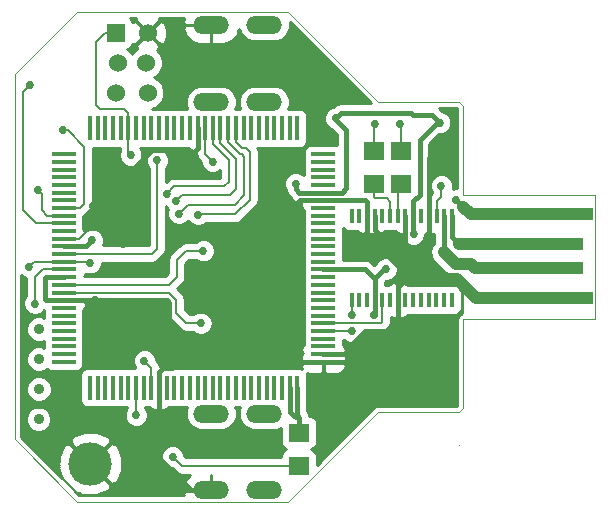
<source format=gtl>
G04 (created by PCBNEW-RS274X (2010-03-14)-final) date Wed 05 Dec 2012 01:18:59 PM EST*
G01*
G70*
G90*
%MOIN*%
G04 Gerber Fmt 3.4, Leading zero omitted, Abs format*
%FSLAX34Y34*%
G04 APERTURE LIST*
%ADD10C,0.006000*%
%ADD11C,0.001000*%
%ADD12R,0.070900X0.062900*%
%ADD13R,0.015000X0.080000*%
%ADD14R,0.080000X0.015000*%
%ADD15R,0.016000X0.050000*%
%ADD16O,0.118700X0.059300*%
%ADD17R,0.240000X0.039500*%
%ADD18R,0.275000X0.039500*%
%ADD19C,0.145000*%
%ADD20R,0.060000X0.060000*%
%ADD21C,0.060000*%
%ADD22C,0.035000*%
%ADD23C,0.027500*%
%ADD24C,0.008000*%
%ADD25C,0.015000*%
%ADD26C,0.040000*%
%ADD27C,0.010000*%
G04 APERTURE END LIST*
G54D10*
G54D11*
X59035Y-37118D02*
X59035Y-34165D01*
X46153Y-23929D02*
X50299Y-23929D01*
X44083Y-38173D02*
X44083Y-26000D01*
X44083Y-38174D02*
X44083Y-38173D01*
X46153Y-40244D02*
X44083Y-38174D01*
X47543Y-40244D02*
X46153Y-40244D01*
X44083Y-25999D02*
X44083Y-26000D01*
X46153Y-23929D02*
X44083Y-25999D01*
X53209Y-40244D02*
X47543Y-40244D01*
X56201Y-37252D02*
X53209Y-40244D01*
X58898Y-37252D02*
X56201Y-37252D01*
X58901Y-37252D02*
X58898Y-37252D01*
X59035Y-37118D02*
X58901Y-37252D01*
X58901Y-38346D02*
X58898Y-38346D01*
X58901Y-26921D02*
X58677Y-26921D01*
X59035Y-27055D02*
X58901Y-26921D01*
X59035Y-29260D02*
X59035Y-27055D01*
X59035Y-30016D02*
X59035Y-29260D01*
X59035Y-30016D02*
X59035Y-30020D01*
X56201Y-26921D02*
X58677Y-26921D01*
X53209Y-23929D02*
X56201Y-26921D01*
X50295Y-23929D02*
X53209Y-23929D01*
X59370Y-34165D02*
X59035Y-34165D01*
X63437Y-30016D02*
X59035Y-30016D01*
X63437Y-34165D02*
X59370Y-34165D01*
X63437Y-30016D02*
X63437Y-34165D01*
G54D12*
X56953Y-28543D03*
X56953Y-29661D03*
X56051Y-28543D03*
X56051Y-29661D03*
X53547Y-37945D03*
X53547Y-39063D03*
G54D13*
X53502Y-27797D03*
X53247Y-27797D03*
X52992Y-27797D03*
X52737Y-27797D03*
X52482Y-27797D03*
X52222Y-27797D03*
X51967Y-27797D03*
X51712Y-27797D03*
X51457Y-27797D03*
X51202Y-27797D03*
X50942Y-27797D03*
X50687Y-27797D03*
X50432Y-27797D03*
X50177Y-27797D03*
X49917Y-27797D03*
X49662Y-27797D03*
X49407Y-27797D03*
X49152Y-27797D03*
X48892Y-27797D03*
X48637Y-27797D03*
X48382Y-27797D03*
X48127Y-27797D03*
X47872Y-27797D03*
X47612Y-27797D03*
X47357Y-27797D03*
X47102Y-27797D03*
X46847Y-27797D03*
X46592Y-27797D03*
G54D14*
X45722Y-28667D03*
X45722Y-28922D03*
X45722Y-29177D03*
X45722Y-29432D03*
X45722Y-29687D03*
X45722Y-29947D03*
X45722Y-30202D03*
X45722Y-30457D03*
X45722Y-30712D03*
X45722Y-30967D03*
X45722Y-31227D03*
X45722Y-31482D03*
X45722Y-31737D03*
X45722Y-31992D03*
X45722Y-32252D03*
X45722Y-32507D03*
X45722Y-32762D03*
X45722Y-33017D03*
X45722Y-33277D03*
X45722Y-33532D03*
X45722Y-33787D03*
X45722Y-34042D03*
X45722Y-34297D03*
X45722Y-34557D03*
X45722Y-34812D03*
X45722Y-35067D03*
X45722Y-35322D03*
X45722Y-35577D03*
G54D13*
X46592Y-36447D03*
X46847Y-36447D03*
X47102Y-36447D03*
X47357Y-36447D03*
X47612Y-36447D03*
X47872Y-36447D03*
X48127Y-36447D03*
X48382Y-36447D03*
X48637Y-36447D03*
X48892Y-36447D03*
X49152Y-36447D03*
X49407Y-36447D03*
X49662Y-36447D03*
X49917Y-36447D03*
X50177Y-36447D03*
X50432Y-36447D03*
X50687Y-36447D03*
X50942Y-36447D03*
X51202Y-36447D03*
X51457Y-36447D03*
X51712Y-36447D03*
X51967Y-36447D03*
X52222Y-36447D03*
X52482Y-36447D03*
X52737Y-36447D03*
X52992Y-36447D03*
X53247Y-36447D03*
X53502Y-36447D03*
G54D14*
X54372Y-35577D03*
X54372Y-35322D03*
X54372Y-35067D03*
X54372Y-34812D03*
X54372Y-34557D03*
X54372Y-34297D03*
X54372Y-34042D03*
X54372Y-33787D03*
X54372Y-33532D03*
X54372Y-33277D03*
X54372Y-33017D03*
X54372Y-32762D03*
X54372Y-32507D03*
X54372Y-32252D03*
X54372Y-31992D03*
X54372Y-31737D03*
X54372Y-31482D03*
X54372Y-31227D03*
X54372Y-30967D03*
X54372Y-30712D03*
X54372Y-30457D03*
X54372Y-30202D03*
X54372Y-29947D03*
X54372Y-29687D03*
X54372Y-29432D03*
X54372Y-29177D03*
X54372Y-28922D03*
X54372Y-28667D03*
G54D15*
X55318Y-33534D03*
X55568Y-33534D03*
X55828Y-33534D03*
X56088Y-33534D03*
X56338Y-33534D03*
X56598Y-33534D03*
X56858Y-33534D03*
X57108Y-33534D03*
X57368Y-33534D03*
X57618Y-33534D03*
X57878Y-33534D03*
X58138Y-33534D03*
X58388Y-33534D03*
X58648Y-33534D03*
X58648Y-30734D03*
X58388Y-30734D03*
X58148Y-30734D03*
X57878Y-30734D03*
X57618Y-30734D03*
X57368Y-30734D03*
X57108Y-30734D03*
X56858Y-30734D03*
X56598Y-30734D03*
X56338Y-30734D03*
X56088Y-30734D03*
X55828Y-30734D03*
X55568Y-30734D03*
X55318Y-30734D03*
G54D16*
X50631Y-26917D03*
X50631Y-24359D03*
X52401Y-26917D03*
X52401Y-24359D03*
X50631Y-39866D03*
X50631Y-37308D03*
X52401Y-39866D03*
X52401Y-37308D03*
G54D17*
X61831Y-31671D03*
X61831Y-32471D03*
G54D18*
X62006Y-30671D03*
X62006Y-33471D03*
G54D19*
X46602Y-38976D03*
G54D20*
X47471Y-24618D03*
G54D21*
X48521Y-24618D03*
X47521Y-25618D03*
X48471Y-25618D03*
X47471Y-26618D03*
X48521Y-26618D03*
G54D22*
X44890Y-35496D03*
X44894Y-34496D03*
X44890Y-36496D03*
X44882Y-37500D03*
G54D23*
X56252Y-36776D03*
X50039Y-38153D03*
X54461Y-36315D03*
X53358Y-25114D03*
X51504Y-26394D03*
X47539Y-38102D03*
X58220Y-36677D03*
X55653Y-31866D03*
X49390Y-24299D03*
X46941Y-29209D03*
X52453Y-30346D03*
X50988Y-35378D03*
X52850Y-28728D03*
X55342Y-26736D03*
X52114Y-33051D03*
X58752Y-32854D03*
X45256Y-38594D03*
X44484Y-34976D03*
X49142Y-39709D03*
X54461Y-38405D03*
X56075Y-34035D03*
X57378Y-31323D03*
X53500Y-37405D03*
X58256Y-27618D03*
X56461Y-32492D03*
X54783Y-27465D03*
X53449Y-29646D03*
X46665Y-31531D03*
X47953Y-28689D03*
X48838Y-28866D03*
X55319Y-34559D03*
X55319Y-34035D03*
X58799Y-30181D03*
X56295Y-34841D03*
X57649Y-32791D03*
X49562Y-35567D03*
X49583Y-28886D03*
X55362Y-35323D03*
X54665Y-37437D03*
X58201Y-28472D03*
X53476Y-30567D03*
X46685Y-30398D03*
X52823Y-34693D03*
X57012Y-34705D03*
X46763Y-33532D03*
X47681Y-31665D03*
X49346Y-38748D03*
X49469Y-30213D03*
X50374Y-31886D03*
X50291Y-34295D03*
X48405Y-35551D03*
X48134Y-37362D03*
X44760Y-33642D03*
X50681Y-28913D03*
X46598Y-32283D03*
X44571Y-32417D03*
X44579Y-26358D03*
X45685Y-27874D03*
X44850Y-29866D03*
X50197Y-30677D03*
X49555Y-30642D03*
X49154Y-29984D03*
X58307Y-29713D03*
X56079Y-27650D03*
X56941Y-27642D03*
G54D24*
X45661Y-39457D02*
X45661Y-39472D01*
X45661Y-39472D02*
X46114Y-39925D01*
G54D25*
X50039Y-38153D02*
X50039Y-38150D01*
X54461Y-36299D02*
X54461Y-36315D01*
X53358Y-25114D02*
X53358Y-25146D01*
X47594Y-38094D02*
X47547Y-38094D01*
X47547Y-38094D02*
X47539Y-38102D01*
X58342Y-36677D02*
X58220Y-36677D01*
X49366Y-24279D02*
X49370Y-24279D01*
X49370Y-24279D02*
X49390Y-24299D01*
X46933Y-29256D02*
X46933Y-29217D01*
X46933Y-29217D02*
X46941Y-29209D01*
X52453Y-30346D02*
X52413Y-30346D01*
X50972Y-35362D02*
X50957Y-35362D01*
X50988Y-35378D02*
X50972Y-35362D01*
X52791Y-28709D02*
X52831Y-28709D01*
X52831Y-28709D02*
X52850Y-28728D01*
X55303Y-26697D02*
X55303Y-26677D01*
X55342Y-26736D02*
X55303Y-26697D01*
X52067Y-33020D02*
X52083Y-33020D01*
X52083Y-33020D02*
X52114Y-33051D01*
X58752Y-32854D02*
X58752Y-32835D01*
X58752Y-32835D02*
X58752Y-32854D01*
X58752Y-32854D02*
X58752Y-32835D01*
X45213Y-38551D02*
X45213Y-38539D01*
X45256Y-38594D02*
X45213Y-38551D01*
X44464Y-34957D02*
X44465Y-34957D01*
X44465Y-34957D02*
X44484Y-34976D01*
X49110Y-39689D02*
X49122Y-39689D01*
X49122Y-39689D02*
X49142Y-39709D01*
X57368Y-30234D02*
X57583Y-30019D01*
G54D24*
X53502Y-37403D02*
X53500Y-37405D01*
X56088Y-32829D02*
X56088Y-33534D01*
X53381Y-37405D02*
X53500Y-37405D01*
X53247Y-37271D02*
X53381Y-37405D01*
X56088Y-34022D02*
X56075Y-34035D01*
X56088Y-33534D02*
X56088Y-32793D01*
G54D25*
X53557Y-29947D02*
X54372Y-29947D01*
G54D24*
X56088Y-32793D02*
X56389Y-32492D01*
X57378Y-31323D02*
X57368Y-31313D01*
X53557Y-29947D02*
X53449Y-29839D01*
G54D25*
X53449Y-29839D02*
X53557Y-29947D01*
G54D24*
X45722Y-31737D02*
X46459Y-31737D01*
G54D25*
X53449Y-29646D02*
X53449Y-29839D01*
G54D24*
X53547Y-37452D02*
X53500Y-37405D01*
G54D25*
X53502Y-36447D02*
X53502Y-37403D01*
G54D24*
X54372Y-29947D02*
X53557Y-29947D01*
G54D25*
X54783Y-27465D02*
X54783Y-27511D01*
G54D24*
X54372Y-29947D02*
X54994Y-29947D01*
G54D25*
X57583Y-30019D02*
X57583Y-28189D01*
X57583Y-28189D02*
X58154Y-27618D01*
X58154Y-27618D02*
X58256Y-27618D01*
X55138Y-27866D02*
X55138Y-29803D01*
X55138Y-29803D02*
X54994Y-29947D01*
G54D24*
X55766Y-32507D02*
X56088Y-32829D01*
G54D25*
X53247Y-37271D02*
X53381Y-37405D01*
X53547Y-37945D02*
X53547Y-37452D01*
X53547Y-37452D02*
X53500Y-37405D01*
X53247Y-36447D02*
X53247Y-37271D01*
X46459Y-31737D02*
X45722Y-31737D01*
X46665Y-31531D02*
X46459Y-31737D01*
X57368Y-31313D02*
X57378Y-31323D01*
X57368Y-30734D02*
X57368Y-31313D01*
X56461Y-32492D02*
X56389Y-32492D01*
X53381Y-37405D02*
X53500Y-37405D01*
X53502Y-37403D02*
X53500Y-37405D01*
X55766Y-32507D02*
X56088Y-32829D01*
X57287Y-27291D02*
X54957Y-27291D01*
X58256Y-27618D02*
X58000Y-27362D01*
X56088Y-32793D02*
X56088Y-33534D01*
X54994Y-29947D02*
X54372Y-29947D01*
X54783Y-27511D02*
X55138Y-27866D01*
X54372Y-32507D02*
X55766Y-32507D01*
X58000Y-27362D02*
X57358Y-27362D01*
X56389Y-32492D02*
X56088Y-32793D01*
X57368Y-30734D02*
X57368Y-30234D01*
X56088Y-34022D02*
X56075Y-34035D01*
X56088Y-33534D02*
X56088Y-34022D01*
X56088Y-32829D02*
X56088Y-33534D01*
X54957Y-27291D02*
X54783Y-27465D01*
X57358Y-27362D02*
X57287Y-27291D01*
G54D24*
X47872Y-27298D02*
X47720Y-27146D01*
X47720Y-27146D02*
X46925Y-27146D01*
X47872Y-27797D02*
X47872Y-27298D01*
X46925Y-27146D02*
X46787Y-27008D01*
X47872Y-27298D02*
X47720Y-27146D01*
X47720Y-27146D02*
X46925Y-27146D01*
X47872Y-28608D02*
X47953Y-28689D01*
X46787Y-27008D02*
X46787Y-24918D01*
X47087Y-24618D02*
X47471Y-24618D01*
X47872Y-27797D02*
X47872Y-28608D01*
X46787Y-24918D02*
X47087Y-24618D01*
G54D26*
X61831Y-31671D02*
X58900Y-31671D01*
G54D24*
X58648Y-31419D02*
X58900Y-31671D01*
G54D25*
X58648Y-31419D02*
X58900Y-31671D01*
X58648Y-30734D02*
X58648Y-31419D01*
X58388Y-31928D02*
X58799Y-32339D01*
X58388Y-30734D02*
X58388Y-31928D01*
X59304Y-32339D02*
X59436Y-32471D01*
X58799Y-32339D02*
X59304Y-32339D01*
G54D26*
X58799Y-32339D02*
X58388Y-31928D01*
X59304Y-32339D02*
X58799Y-32339D01*
X59436Y-32471D02*
X59304Y-32339D01*
X61831Y-32471D02*
X59436Y-32471D01*
G54D24*
X48838Y-31815D02*
X48838Y-28866D01*
X48661Y-31992D02*
X48838Y-31815D01*
X45722Y-31992D02*
X48661Y-31992D01*
X55318Y-34034D02*
X55319Y-34035D01*
X55319Y-34559D02*
X55317Y-34557D01*
X55317Y-34557D02*
X54372Y-34557D01*
X55318Y-33534D02*
X55318Y-34034D01*
X56297Y-34297D02*
X54372Y-34297D01*
X56338Y-34256D02*
X56297Y-34297D01*
X56338Y-33534D02*
X56338Y-34256D01*
G54D26*
X59035Y-30421D02*
X59035Y-30417D01*
X59285Y-30671D02*
X59035Y-30421D01*
X62006Y-30671D02*
X59285Y-30671D01*
G54D25*
X59035Y-30417D02*
X58799Y-30181D01*
X56279Y-34825D02*
X56279Y-34803D01*
X56295Y-34841D02*
X56279Y-34825D01*
X57740Y-32835D02*
X57693Y-32835D01*
X57693Y-32835D02*
X57649Y-32791D01*
X50177Y-27797D02*
X50177Y-28469D01*
X49760Y-28886D02*
X49583Y-28886D01*
X50177Y-28469D02*
X49760Y-28886D01*
X49562Y-35567D02*
X49562Y-35058D01*
X49562Y-35058D02*
X49224Y-34720D01*
X48892Y-36447D02*
X48892Y-35927D01*
X49342Y-35787D02*
X49562Y-35567D01*
X49032Y-35787D02*
X49342Y-35787D01*
X48892Y-35927D02*
X49032Y-35787D01*
X49224Y-34720D02*
X49386Y-34882D01*
X49386Y-34882D02*
X49390Y-34882D01*
X49390Y-34882D02*
X50047Y-35539D01*
X50047Y-35539D02*
X50047Y-35567D01*
X49019Y-28536D02*
X49233Y-28536D01*
X49233Y-28536D02*
X49583Y-28886D01*
G54D24*
X55273Y-35577D02*
X55362Y-35488D01*
G54D25*
X57421Y-32531D02*
X57421Y-32835D01*
G54D24*
X57878Y-28795D02*
X58201Y-28472D01*
X53582Y-30202D02*
X53476Y-30308D01*
X56567Y-34567D02*
X55768Y-34567D01*
G54D25*
X53582Y-30202D02*
X53476Y-30308D01*
X52951Y-35577D02*
X54372Y-35577D01*
X55362Y-36740D02*
X55362Y-35323D01*
X54372Y-35322D02*
X55361Y-35322D01*
X54372Y-30202D02*
X55757Y-30202D01*
G54D24*
X55362Y-34973D02*
X55362Y-35323D01*
X47681Y-31504D02*
X47681Y-31665D01*
X53476Y-30308D02*
X53476Y-30567D01*
X55757Y-30202D02*
X55828Y-30273D01*
G54D25*
X50047Y-35567D02*
X50220Y-35567D01*
X50220Y-35567D02*
X52941Y-35567D01*
X52941Y-35567D02*
X52951Y-35577D01*
X56858Y-34551D02*
X57012Y-34705D01*
G54D24*
X46238Y-31482D02*
X46685Y-31035D01*
X56858Y-34551D02*
X57012Y-34705D01*
X46685Y-31035D02*
X46685Y-30846D01*
X45139Y-32762D02*
X45098Y-32803D01*
X45722Y-31482D02*
X46238Y-31482D01*
X45098Y-33507D02*
X45123Y-33532D01*
X49146Y-33532D02*
X49224Y-33610D01*
X46685Y-30846D02*
X46685Y-30398D01*
X46685Y-30846D02*
X47023Y-30846D01*
X48892Y-38794D02*
X49964Y-39866D01*
X47023Y-30846D02*
X47681Y-31504D01*
G54D26*
X57421Y-32835D02*
X57114Y-32835D01*
G54D24*
X45098Y-32803D02*
X45098Y-33507D01*
G54D26*
X58827Y-32835D02*
X58752Y-32835D01*
X58752Y-32835D02*
X57740Y-32835D01*
X57740Y-32835D02*
X57421Y-32835D01*
G54D24*
X45123Y-33532D02*
X45722Y-33532D01*
G54D25*
X57878Y-28795D02*
X58201Y-28472D01*
G54D24*
X55361Y-35322D02*
X55362Y-35323D01*
X55362Y-35488D02*
X55362Y-35323D01*
X49964Y-39866D02*
X50631Y-39866D01*
G54D25*
X55768Y-34567D02*
X55362Y-34973D01*
G54D26*
X57114Y-32835D02*
X57035Y-32835D01*
X59463Y-33471D02*
X58827Y-32835D01*
G54D25*
X55361Y-35322D02*
X55362Y-35323D01*
G54D26*
X62006Y-33471D02*
X59463Y-33471D01*
G54D25*
X56858Y-34276D02*
X56567Y-34567D01*
X55362Y-34973D02*
X55362Y-35323D01*
G54D24*
X55828Y-30273D02*
X55828Y-30734D01*
G54D25*
X57087Y-32205D02*
X57177Y-32295D01*
X57087Y-31161D02*
X57087Y-32205D01*
X45098Y-33154D02*
X45098Y-33507D01*
X56858Y-33534D02*
X56858Y-34276D01*
X57108Y-31140D02*
X57087Y-31161D01*
X56567Y-34567D02*
X55768Y-34567D01*
X57878Y-30734D02*
X57878Y-28795D01*
X45722Y-33532D02*
X46763Y-33532D01*
X56858Y-33534D02*
X56858Y-34551D01*
X48892Y-38794D02*
X49964Y-39866D01*
X45098Y-33507D02*
X45123Y-33532D01*
X49146Y-33532D02*
X49224Y-33610D01*
X46763Y-33532D02*
X49146Y-33532D01*
X45139Y-32762D02*
X45098Y-32803D01*
X49964Y-39866D02*
X50631Y-39866D01*
X57878Y-30734D02*
X57878Y-32378D01*
X45098Y-32803D02*
X45098Y-33154D01*
X57878Y-32378D02*
X57421Y-32835D01*
X45123Y-33532D02*
X45722Y-33532D01*
X54665Y-37437D02*
X55362Y-36740D01*
X45722Y-32762D02*
X45139Y-32762D01*
X55273Y-35577D02*
X55362Y-35488D01*
X52823Y-34693D02*
X52823Y-35449D01*
X55828Y-30734D02*
X55828Y-31383D01*
X52823Y-35449D02*
X52951Y-35577D01*
X56858Y-33091D02*
X57114Y-32835D01*
X54372Y-35577D02*
X55273Y-35577D01*
X57177Y-32295D02*
X57177Y-32287D01*
X55362Y-35488D02*
X55362Y-35323D01*
X57177Y-32287D02*
X57421Y-32531D01*
X49224Y-33610D02*
X49224Y-34720D01*
X48892Y-36447D02*
X48892Y-38794D01*
X56858Y-33534D02*
X56858Y-33091D01*
X48665Y-28536D02*
X49019Y-28536D01*
X46803Y-30398D02*
X48665Y-28536D01*
X46685Y-30398D02*
X46803Y-30398D01*
X55828Y-30273D02*
X55828Y-30734D01*
X54372Y-30202D02*
X53582Y-30202D01*
X57108Y-30734D02*
X57108Y-31140D01*
X53476Y-30308D02*
X53476Y-30567D01*
X55828Y-31383D02*
X57114Y-32669D01*
X55757Y-30202D02*
X55828Y-30273D01*
X57114Y-32669D02*
X57114Y-32835D01*
X56088Y-30734D02*
X56088Y-31198D01*
X56088Y-31198D02*
X57177Y-32287D01*
G54D24*
X53547Y-39063D02*
X49661Y-39063D01*
X49661Y-39063D02*
X49346Y-38748D01*
X50942Y-27797D02*
X50942Y-28285D01*
X49651Y-30031D02*
X49469Y-30213D01*
X51264Y-30031D02*
X49651Y-30031D01*
X51468Y-29827D02*
X51264Y-30031D01*
X51468Y-28811D02*
X51468Y-29827D01*
X50942Y-28285D02*
X51468Y-28811D01*
X49480Y-32197D02*
X49791Y-31886D01*
X45722Y-33017D02*
X49211Y-33017D01*
X49791Y-31886D02*
X50374Y-31886D01*
X49211Y-33017D02*
X49480Y-32748D01*
X49480Y-32748D02*
X49480Y-32197D01*
X45722Y-33277D02*
X49223Y-33277D01*
X49223Y-33277D02*
X49473Y-33527D01*
X49473Y-33527D02*
X49473Y-33965D01*
X49473Y-33965D02*
X49803Y-34295D01*
X49803Y-34295D02*
X50291Y-34295D01*
X48637Y-36447D02*
X48637Y-35778D01*
X48410Y-35551D02*
X48405Y-35551D01*
X48637Y-35778D02*
X48410Y-35551D01*
X48127Y-36447D02*
X48127Y-37355D01*
X48127Y-37355D02*
X48134Y-37362D01*
X44760Y-32759D02*
X44760Y-33642D01*
X45012Y-32507D02*
X44760Y-32759D01*
X45722Y-32507D02*
X45012Y-32507D01*
X50432Y-27797D02*
X50432Y-28664D01*
X50432Y-28664D02*
X50681Y-28913D01*
X46567Y-32252D02*
X46598Y-32283D01*
X45722Y-32252D02*
X44736Y-32252D01*
X44736Y-32252D02*
X44571Y-32417D01*
X45722Y-32252D02*
X46567Y-32252D01*
X44805Y-30967D02*
X44362Y-30524D01*
X44362Y-26575D02*
X44579Y-26358D01*
X44362Y-30524D02*
X44362Y-26575D01*
X45722Y-30967D02*
X44805Y-30967D01*
X45722Y-30457D02*
X46271Y-30457D01*
X46394Y-28414D02*
X45854Y-27874D01*
X45854Y-27874D02*
X45685Y-27874D01*
X46394Y-30334D02*
X46394Y-28414D01*
X46271Y-30457D02*
X46394Y-30334D01*
X45173Y-30712D02*
X44984Y-30523D01*
X44984Y-30523D02*
X44984Y-30000D01*
X45722Y-30712D02*
X45173Y-30712D01*
X44984Y-30000D02*
X44850Y-29866D01*
X56598Y-30734D02*
X56598Y-30243D01*
X56051Y-30079D02*
X56051Y-29661D01*
X56106Y-30134D02*
X56051Y-30079D01*
X56598Y-30243D02*
X56489Y-30134D01*
X56489Y-30134D02*
X56106Y-30134D01*
X56858Y-30734D02*
X56858Y-29756D01*
X56858Y-29756D02*
X56953Y-29661D01*
X51457Y-27797D02*
X51457Y-28264D01*
X51437Y-30673D02*
X50201Y-30673D01*
X51921Y-30189D02*
X51437Y-30673D01*
X51921Y-28586D02*
X51921Y-30189D01*
X51796Y-28461D02*
X51921Y-28586D01*
X51654Y-28461D02*
X51796Y-28461D01*
X51457Y-28264D02*
X51654Y-28461D01*
X50201Y-30673D02*
X50197Y-30677D01*
X50197Y-30677D02*
X50201Y-30673D01*
X51202Y-27797D02*
X51202Y-28265D01*
X49847Y-30350D02*
X49555Y-30642D01*
X51417Y-30350D02*
X49847Y-30350D01*
X51736Y-30031D02*
X51417Y-30350D01*
X51736Y-28744D02*
X51736Y-30031D01*
X51653Y-28661D02*
X51736Y-28744D01*
X51598Y-28661D02*
X51653Y-28661D01*
X51202Y-28265D02*
X51598Y-28661D01*
X50687Y-27797D02*
X50687Y-28313D01*
X49398Y-29740D02*
X49154Y-29984D01*
X51067Y-29740D02*
X49398Y-29740D01*
X51224Y-29583D02*
X51067Y-29740D01*
X51224Y-28850D02*
X51224Y-29583D01*
X50687Y-28313D02*
X51224Y-28850D01*
X58307Y-30075D02*
X58307Y-29713D01*
X58148Y-30234D02*
X58307Y-30075D01*
X58148Y-30734D02*
X58148Y-30234D01*
X56051Y-28543D02*
X56051Y-27678D01*
X56051Y-27678D02*
X56079Y-27650D01*
X56953Y-27654D02*
X56941Y-27642D01*
X56953Y-28543D02*
X56953Y-27654D01*
G54D27*
X47939Y-24134D02*
X48142Y-24134D01*
X48899Y-24134D02*
X49736Y-24134D01*
X47998Y-24214D02*
X48134Y-24214D01*
X48908Y-24214D02*
X49710Y-24214D01*
X48180Y-24294D02*
X48214Y-24294D01*
X48828Y-24294D02*
X48862Y-24294D01*
X49078Y-24294D02*
X49735Y-24294D01*
X53250Y-24294D02*
X53284Y-24294D01*
X48260Y-24374D02*
X48294Y-24374D01*
X48748Y-24374D02*
X48782Y-24374D01*
X49109Y-24374D02*
X49774Y-24374D01*
X50619Y-24374D02*
X50643Y-24374D01*
X53250Y-24374D02*
X53364Y-24374D01*
X48340Y-24454D02*
X48374Y-24454D01*
X48668Y-24454D02*
X48702Y-24454D01*
X49141Y-24454D02*
X49713Y-24454D01*
X50619Y-24454D02*
X50643Y-24454D01*
X53250Y-24454D02*
X53444Y-24454D01*
X48420Y-24534D02*
X48454Y-24534D01*
X48588Y-24534D02*
X48622Y-24534D01*
X49159Y-24534D02*
X49719Y-24534D01*
X50619Y-24534D02*
X50643Y-24534D01*
X51541Y-24534D02*
X51580Y-24534D01*
X53221Y-24534D02*
X53524Y-24534D01*
X48500Y-24614D02*
X48542Y-24614D01*
X49157Y-24614D02*
X49745Y-24614D01*
X50619Y-24614D02*
X50643Y-24614D01*
X51515Y-24614D02*
X51613Y-24614D01*
X53188Y-24614D02*
X53604Y-24614D01*
X48428Y-24694D02*
X48462Y-24694D01*
X48580Y-24694D02*
X48614Y-24694D01*
X49156Y-24694D02*
X49772Y-24694D01*
X50619Y-24694D02*
X50643Y-24694D01*
X51489Y-24694D02*
X51665Y-24694D01*
X53137Y-24694D02*
X53684Y-24694D01*
X48348Y-24774D02*
X48382Y-24774D01*
X48660Y-24774D02*
X48694Y-24774D01*
X49147Y-24774D02*
X49833Y-24774D01*
X50619Y-24774D02*
X50643Y-24774D01*
X51428Y-24774D02*
X51745Y-24774D01*
X53057Y-24774D02*
X53764Y-24774D01*
X48268Y-24854D02*
X48302Y-24854D01*
X48740Y-24854D02*
X48774Y-24854D01*
X49112Y-24854D02*
X49912Y-24854D01*
X50619Y-24854D02*
X50643Y-24854D01*
X51349Y-24854D02*
X51882Y-24854D01*
X52919Y-24854D02*
X53844Y-24854D01*
X48188Y-24934D02*
X48222Y-24934D01*
X48820Y-24934D02*
X48854Y-24934D01*
X49077Y-24934D02*
X50031Y-24934D01*
X50619Y-24934D02*
X50643Y-24934D01*
X51230Y-24934D02*
X53924Y-24934D01*
X48000Y-25014D02*
X48142Y-25014D01*
X48900Y-25014D02*
X54004Y-25014D01*
X47947Y-25094D02*
X48141Y-25094D01*
X48900Y-25094D02*
X54084Y-25094D01*
X47853Y-25174D02*
X48139Y-25174D01*
X48846Y-25174D02*
X54164Y-25174D01*
X47933Y-25254D02*
X48059Y-25254D01*
X48883Y-25254D02*
X54244Y-25254D01*
X48948Y-25334D02*
X54324Y-25334D01*
X48981Y-25414D02*
X54404Y-25414D01*
X49014Y-25494D02*
X54484Y-25494D01*
X49020Y-25574D02*
X54564Y-25574D01*
X49020Y-25654D02*
X54644Y-25654D01*
X49017Y-25734D02*
X54724Y-25734D01*
X48983Y-25814D02*
X54804Y-25814D01*
X48950Y-25894D02*
X54884Y-25894D01*
X48891Y-25974D02*
X54964Y-25974D01*
X48811Y-26054D02*
X55044Y-26054D01*
X48787Y-26134D02*
X55124Y-26134D01*
X48893Y-26214D02*
X55204Y-26214D01*
X48973Y-26294D02*
X55284Y-26294D01*
X49014Y-26374D02*
X55364Y-26374D01*
X49048Y-26454D02*
X50035Y-26454D01*
X51227Y-26454D02*
X51805Y-26454D01*
X52997Y-26454D02*
X55444Y-26454D01*
X49070Y-26534D02*
X49943Y-26534D01*
X51319Y-26534D02*
X51713Y-26534D01*
X53089Y-26534D02*
X55524Y-26534D01*
X49070Y-26614D02*
X49864Y-26614D01*
X51399Y-26614D02*
X51634Y-26614D01*
X53169Y-26614D02*
X55604Y-26614D01*
X49070Y-26694D02*
X49831Y-26694D01*
X51432Y-26694D02*
X51601Y-26694D01*
X53202Y-26694D02*
X55684Y-26694D01*
X49050Y-26774D02*
X49797Y-26774D01*
X51465Y-26774D02*
X51567Y-26774D01*
X53235Y-26774D02*
X55764Y-26774D01*
X49017Y-26854D02*
X49782Y-26854D01*
X51480Y-26854D02*
X51552Y-26854D01*
X53250Y-26854D02*
X55844Y-26854D01*
X48981Y-26934D02*
X49782Y-26934D01*
X51480Y-26934D02*
X51552Y-26934D01*
X53250Y-26934D02*
X55924Y-26934D01*
X48901Y-27014D02*
X49782Y-27014D01*
X51480Y-27014D02*
X51552Y-27014D01*
X53250Y-27014D02*
X54798Y-27014D01*
X48805Y-27094D02*
X49810Y-27094D01*
X51450Y-27094D02*
X51580Y-27094D01*
X53220Y-27094D02*
X54670Y-27094D01*
X53690Y-27174D02*
X54529Y-27174D01*
X53786Y-27254D02*
X54454Y-27254D01*
X53821Y-27334D02*
X54420Y-27334D01*
X53826Y-27414D02*
X54397Y-27414D01*
X53826Y-27494D02*
X54397Y-27494D01*
X53826Y-27574D02*
X54410Y-27574D01*
X53826Y-27654D02*
X54443Y-27654D01*
X53826Y-27734D02*
X54506Y-27734D01*
X53826Y-27814D02*
X54617Y-27814D01*
X53826Y-27894D02*
X54706Y-27894D01*
X53826Y-27974D02*
X54786Y-27974D01*
X53826Y-28054D02*
X54813Y-28054D01*
X53826Y-28134D02*
X54813Y-28134D01*
X53826Y-28214D02*
X54813Y-28214D01*
X53806Y-28294D02*
X54813Y-28294D01*
X53752Y-28374D02*
X53848Y-28374D01*
X52175Y-28454D02*
X53760Y-28454D01*
X52201Y-28534D02*
X53727Y-28534D01*
X52211Y-28614D02*
X53723Y-28614D01*
X52211Y-28694D02*
X53723Y-28694D01*
X52211Y-28774D02*
X53723Y-28774D01*
X52211Y-28854D02*
X53723Y-28854D01*
X52211Y-28934D02*
X53723Y-28934D01*
X52211Y-29014D02*
X53723Y-29014D01*
X52211Y-29094D02*
X53723Y-29094D01*
X52211Y-29174D02*
X53723Y-29174D01*
X52211Y-29254D02*
X53723Y-29254D01*
X52211Y-29334D02*
X53216Y-29334D01*
X53683Y-29334D02*
X53723Y-29334D01*
X52211Y-29414D02*
X53136Y-29414D01*
X52211Y-29494D02*
X53095Y-29494D01*
X52211Y-29574D02*
X53063Y-29574D01*
X52211Y-29654D02*
X53063Y-29654D01*
X52211Y-29734D02*
X53067Y-29734D01*
X52211Y-29814D02*
X53100Y-29814D01*
X52211Y-29894D02*
X53135Y-29894D01*
X52211Y-29974D02*
X53156Y-29974D01*
X52211Y-30054D02*
X53209Y-30054D01*
X52211Y-30134D02*
X53284Y-30134D01*
X52206Y-30214D02*
X53383Y-30214D01*
X52190Y-30294D02*
X53622Y-30294D01*
X53623Y-30294D02*
X53629Y-30294D01*
X52139Y-30374D02*
X53634Y-30374D01*
X49128Y-30454D02*
X49164Y-30454D01*
X52066Y-30454D02*
X53667Y-30454D01*
X49128Y-30534D02*
X49182Y-30534D01*
X51986Y-30534D02*
X53723Y-30534D01*
X49128Y-30614D02*
X49169Y-30614D01*
X51906Y-30614D02*
X53723Y-30614D01*
X49128Y-30694D02*
X49169Y-30694D01*
X51826Y-30694D02*
X53723Y-30694D01*
X49128Y-30774D02*
X49191Y-30774D01*
X51746Y-30774D02*
X53723Y-30774D01*
X49128Y-30854D02*
X49225Y-30854D01*
X51666Y-30854D02*
X53723Y-30854D01*
X49128Y-30934D02*
X49301Y-30934D01*
X49808Y-30934D02*
X49908Y-30934D01*
X51558Y-30934D02*
X53723Y-30934D01*
X49128Y-31014D02*
X49444Y-31014D01*
X49665Y-31014D02*
X50002Y-31014D01*
X50391Y-31014D02*
X53723Y-31014D01*
X49128Y-31094D02*
X53724Y-31094D01*
X49128Y-31174D02*
X53723Y-31174D01*
X49128Y-31254D02*
X53723Y-31254D01*
X49128Y-31334D02*
X53723Y-31334D01*
X49128Y-31414D02*
X53723Y-31414D01*
X49128Y-31494D02*
X53723Y-31494D01*
X49128Y-31574D02*
X50140Y-31574D01*
X50608Y-31574D02*
X53723Y-31574D01*
X49128Y-31654D02*
X49627Y-31654D01*
X50688Y-31654D02*
X53723Y-31654D01*
X49128Y-31734D02*
X49533Y-31734D01*
X50729Y-31734D02*
X53723Y-31734D01*
X49128Y-31814D02*
X49453Y-31814D01*
X50760Y-31814D02*
X53723Y-31814D01*
X49112Y-31894D02*
X49373Y-31894D01*
X50760Y-31894D02*
X53723Y-31894D01*
X49073Y-31974D02*
X49293Y-31974D01*
X50755Y-31974D02*
X53723Y-31974D01*
X49009Y-32054D02*
X49234Y-32054D01*
X50721Y-32054D02*
X53723Y-32054D01*
X48929Y-32134D02*
X49203Y-32134D01*
X50671Y-32134D02*
X53723Y-32134D01*
X48840Y-32214D02*
X49190Y-32214D01*
X49872Y-32214D02*
X50158Y-32214D01*
X50590Y-32214D02*
X53723Y-32214D01*
X46984Y-32294D02*
X49190Y-32294D01*
X49792Y-32294D02*
X53723Y-32294D01*
X46978Y-32374D02*
X49190Y-32374D01*
X49770Y-32374D02*
X53723Y-32374D01*
X46944Y-32454D02*
X49190Y-32454D01*
X49770Y-32454D02*
X53723Y-32454D01*
X46892Y-32534D02*
X49190Y-32534D01*
X49770Y-32534D02*
X53723Y-32534D01*
X46807Y-32614D02*
X49190Y-32614D01*
X49770Y-32614D02*
X53723Y-32614D01*
X44288Y-32694D02*
X44303Y-32694D01*
X46441Y-32694D02*
X46471Y-32694D01*
X46471Y-32694D02*
X49124Y-32694D01*
X49770Y-32694D02*
X53723Y-32694D01*
X44288Y-32774D02*
X44426Y-32774D01*
X49764Y-32774D02*
X53723Y-32774D01*
X44288Y-32854D02*
X44470Y-32854D01*
X49748Y-32854D02*
X53723Y-32854D01*
X44288Y-32934D02*
X44470Y-32934D01*
X49697Y-32934D02*
X53723Y-32934D01*
X44288Y-33014D02*
X44470Y-33014D01*
X49623Y-33014D02*
X53723Y-33014D01*
X44288Y-33094D02*
X44470Y-33094D01*
X49542Y-33094D02*
X53723Y-33094D01*
X44288Y-33174D02*
X44470Y-33174D01*
X49530Y-33174D02*
X53723Y-33174D01*
X44288Y-33254D02*
X44470Y-33254D01*
X49610Y-33254D02*
X53723Y-33254D01*
X44288Y-33334D02*
X44470Y-33334D01*
X49687Y-33334D02*
X53723Y-33334D01*
X44288Y-33414D02*
X44443Y-33414D01*
X49740Y-33414D02*
X53723Y-33414D01*
X44288Y-33494D02*
X44404Y-33494D01*
X49757Y-33494D02*
X53723Y-33494D01*
X44288Y-33574D02*
X44374Y-33574D01*
X46415Y-33574D02*
X46471Y-33574D01*
X46472Y-33574D02*
X49109Y-33574D01*
X49763Y-33574D02*
X53723Y-33574D01*
X44288Y-33654D02*
X44374Y-33654D01*
X46471Y-33654D02*
X49183Y-33654D01*
X49763Y-33654D02*
X53723Y-33654D01*
X44288Y-33734D02*
X44380Y-33734D01*
X46447Y-33734D02*
X49183Y-33734D01*
X49763Y-33734D02*
X53723Y-33734D01*
X44288Y-33814D02*
X44413Y-33814D01*
X46408Y-33814D02*
X49183Y-33814D01*
X49763Y-33814D02*
X53723Y-33814D01*
X44288Y-33894D02*
X44466Y-33894D01*
X45053Y-33894D02*
X45073Y-33894D01*
X46371Y-33894D02*
X49183Y-33894D01*
X49813Y-33894D02*
X53723Y-33894D01*
X44288Y-33974D02*
X44553Y-33974D01*
X44966Y-33974D02*
X45073Y-33974D01*
X46371Y-33974D02*
X49184Y-33974D01*
X49893Y-33974D02*
X50066Y-33974D01*
X50516Y-33974D02*
X53723Y-33974D01*
X44288Y-34054D02*
X45073Y-34054D01*
X46371Y-34054D02*
X49200Y-34054D01*
X50596Y-34054D02*
X53723Y-34054D01*
X44288Y-34134D02*
X44657Y-34134D01*
X46371Y-34134D02*
X49243Y-34134D01*
X50643Y-34134D02*
X53723Y-34134D01*
X44288Y-34214D02*
X44575Y-34214D01*
X46371Y-34214D02*
X49311Y-34214D01*
X50676Y-34214D02*
X53723Y-34214D01*
X44288Y-34294D02*
X44518Y-34294D01*
X46371Y-34294D02*
X49391Y-34294D01*
X50677Y-34294D02*
X53723Y-34294D01*
X44288Y-34374D02*
X44485Y-34374D01*
X46371Y-34374D02*
X49471Y-34374D01*
X50676Y-34374D02*
X53723Y-34374D01*
X44288Y-34454D02*
X44469Y-34454D01*
X46371Y-34454D02*
X49551Y-34454D01*
X50642Y-34454D02*
X53723Y-34454D01*
X44288Y-34534D02*
X44469Y-34534D01*
X46371Y-34534D02*
X49647Y-34534D01*
X50597Y-34534D02*
X53723Y-34534D01*
X44288Y-34614D02*
X44482Y-34614D01*
X46371Y-34614D02*
X50064Y-34614D01*
X50517Y-34614D02*
X53723Y-34614D01*
X44288Y-34694D02*
X44515Y-34694D01*
X46371Y-34694D02*
X53723Y-34694D01*
X44288Y-34774D02*
X44571Y-34774D01*
X46371Y-34774D02*
X53723Y-34774D01*
X44288Y-34854D02*
X44651Y-34854D01*
X46371Y-34854D02*
X53723Y-34854D01*
X44288Y-34934D02*
X45073Y-34934D01*
X46371Y-34934D02*
X53723Y-34934D01*
X44288Y-35014D02*
X45073Y-35014D01*
X46371Y-35014D02*
X53711Y-35014D01*
X44288Y-35094D02*
X44750Y-35094D01*
X45032Y-35094D02*
X45073Y-35094D01*
X46371Y-35094D02*
X53658Y-35094D01*
X44288Y-35174D02*
X44611Y-35174D01*
X46371Y-35174D02*
X48307Y-35174D01*
X48504Y-35174D02*
X53625Y-35174D01*
X44288Y-35254D02*
X44531Y-35254D01*
X46371Y-35254D02*
X48157Y-35254D01*
X48654Y-35254D02*
X53622Y-35254D01*
X53623Y-35254D02*
X53653Y-35254D01*
X44288Y-35334D02*
X44498Y-35334D01*
X46371Y-35334D02*
X48078Y-35334D01*
X48733Y-35334D02*
X53623Y-35334D01*
X53623Y-35334D02*
X53664Y-35334D01*
X44288Y-35414D02*
X44465Y-35414D01*
X46371Y-35414D02*
X48045Y-35414D01*
X48767Y-35414D02*
X53623Y-35414D01*
X53623Y-35414D02*
X53629Y-35414D01*
X44288Y-35494D02*
X44465Y-35494D01*
X46371Y-35494D02*
X48019Y-35494D01*
X48791Y-35494D02*
X53622Y-35494D01*
X53623Y-35494D02*
X53633Y-35494D01*
X44288Y-35574D02*
X44465Y-35574D01*
X46371Y-35574D02*
X48019Y-35574D01*
X48843Y-35574D02*
X53667Y-35574D01*
X44288Y-35654D02*
X44495Y-35654D01*
X46371Y-35654D02*
X48029Y-35654D01*
X48897Y-35654D02*
X53623Y-35654D01*
X53623Y-35654D02*
X53644Y-35654D01*
X44288Y-35734D02*
X44528Y-35734D01*
X46357Y-35734D02*
X48063Y-35734D01*
X48919Y-35734D02*
X48953Y-35734D01*
X49124Y-35734D02*
X53627Y-35734D01*
X44288Y-35814D02*
X44607Y-35814D01*
X46312Y-35814D02*
X46430Y-35814D01*
X44288Y-35894D02*
X44740Y-35894D01*
X45039Y-35894D02*
X45255Y-35894D01*
X46187Y-35894D02*
X46318Y-35894D01*
X44288Y-35974D02*
X46278Y-35974D01*
X44288Y-36054D02*
X46268Y-36054D01*
X44288Y-36134D02*
X44653Y-36134D01*
X45127Y-36134D02*
X46268Y-36134D01*
X44288Y-36214D02*
X44571Y-36214D01*
X45209Y-36214D02*
X46268Y-36214D01*
X44288Y-36294D02*
X44514Y-36294D01*
X45267Y-36294D02*
X46268Y-36294D01*
X44288Y-36374D02*
X44481Y-36374D01*
X45300Y-36374D02*
X46268Y-36374D01*
X44288Y-36454D02*
X44465Y-36454D01*
X45315Y-36454D02*
X46268Y-36454D01*
X44288Y-36534D02*
X44465Y-36534D01*
X45315Y-36534D02*
X46268Y-36534D01*
X44288Y-36614D02*
X44478Y-36614D01*
X45301Y-36614D02*
X46268Y-36614D01*
X44288Y-36694D02*
X44511Y-36694D01*
X45267Y-36694D02*
X46268Y-36694D01*
X44288Y-36774D02*
X44567Y-36774D01*
X45213Y-36774D02*
X46268Y-36774D01*
X44288Y-36854D02*
X44647Y-36854D01*
X45133Y-36854D02*
X46268Y-36854D01*
X44288Y-36934D02*
X46283Y-36934D01*
X44288Y-37014D02*
X46332Y-37014D01*
X44288Y-37094D02*
X44752Y-37094D01*
X45013Y-37094D02*
X46462Y-37094D01*
X46719Y-37094D02*
X46719Y-37094D01*
X46974Y-37094D02*
X46974Y-37094D01*
X47229Y-37094D02*
X47229Y-37094D01*
X47484Y-37094D02*
X47484Y-37094D01*
X47739Y-37094D02*
X47743Y-37094D01*
X48509Y-37094D02*
X48509Y-37094D01*
X48880Y-37094D02*
X48904Y-37094D01*
X49279Y-37094D02*
X49279Y-37094D01*
X49534Y-37094D02*
X49534Y-37094D01*
X49789Y-37094D02*
X49789Y-37094D01*
X51584Y-37094D02*
X51584Y-37094D01*
X44288Y-37174D02*
X44607Y-37174D01*
X45157Y-37174D02*
X47795Y-37174D01*
X48474Y-37174D02*
X48693Y-37174D01*
X48816Y-37174D02*
X48967Y-37174D01*
X49090Y-37174D02*
X49794Y-37174D01*
X51469Y-37174D02*
X51564Y-37174D01*
X44288Y-37254D02*
X44527Y-37254D01*
X45237Y-37254D02*
X47761Y-37254D01*
X48508Y-37254D02*
X49782Y-37254D01*
X51480Y-37254D02*
X51552Y-37254D01*
X44288Y-37334D02*
X44491Y-37334D01*
X45274Y-37334D02*
X47748Y-37334D01*
X48520Y-37334D02*
X49782Y-37334D01*
X51480Y-37334D02*
X51552Y-37334D01*
X44288Y-37414D02*
X44458Y-37414D01*
X45307Y-37414D02*
X47748Y-37414D01*
X48520Y-37414D02*
X49782Y-37414D01*
X51480Y-37414D02*
X51552Y-37414D01*
X44288Y-37494D02*
X44457Y-37494D01*
X45307Y-37494D02*
X47770Y-37494D01*
X48496Y-37494D02*
X49814Y-37494D01*
X51447Y-37494D02*
X51584Y-37494D01*
X44288Y-37574D02*
X44457Y-37574D01*
X45307Y-37574D02*
X47804Y-37574D01*
X48463Y-37574D02*
X49847Y-37574D01*
X51413Y-37574D02*
X51617Y-37574D01*
X44288Y-37654D02*
X44485Y-37654D01*
X45278Y-37654D02*
X47880Y-37654D01*
X48387Y-37654D02*
X49906Y-37654D01*
X51356Y-37654D02*
X51676Y-37654D01*
X44288Y-37734D02*
X44518Y-37734D01*
X45244Y-37734D02*
X48023Y-37734D01*
X48244Y-37734D02*
X49986Y-37734D01*
X51276Y-37734D02*
X51756Y-37734D01*
X44288Y-37814D02*
X44595Y-37814D01*
X45169Y-37814D02*
X50138Y-37814D01*
X51122Y-37814D02*
X51908Y-37814D01*
X52892Y-37814D02*
X52944Y-37814D01*
X44288Y-37894D02*
X44722Y-37894D01*
X45041Y-37894D02*
X52944Y-37894D01*
X44288Y-37974D02*
X46271Y-37974D01*
X46944Y-37974D02*
X52944Y-37974D01*
X44288Y-38054D02*
X46062Y-38054D01*
X47122Y-38054D02*
X52944Y-38054D01*
X44333Y-38134D02*
X45967Y-38134D01*
X47238Y-38134D02*
X52944Y-38134D01*
X44413Y-38214D02*
X45936Y-38214D01*
X47269Y-38214D02*
X52944Y-38214D01*
X44493Y-38294D02*
X45879Y-38294D01*
X45903Y-38294D02*
X45937Y-38294D01*
X47267Y-38294D02*
X47301Y-38294D01*
X47326Y-38294D02*
X52944Y-38294D01*
X44573Y-38374D02*
X45718Y-38374D01*
X45983Y-38374D02*
X46017Y-38374D01*
X47187Y-38374D02*
X47221Y-38374D01*
X47492Y-38374D02*
X49241Y-38374D01*
X49452Y-38374D02*
X52971Y-38374D01*
X44653Y-38454D02*
X45682Y-38454D01*
X46063Y-38454D02*
X46097Y-38454D01*
X47107Y-38454D02*
X47141Y-38454D01*
X47532Y-38454D02*
X49095Y-38454D01*
X49598Y-38454D02*
X53036Y-38454D01*
X44733Y-38534D02*
X45646Y-38534D01*
X46143Y-38534D02*
X46177Y-38534D01*
X47027Y-38534D02*
X47061Y-38534D01*
X47562Y-38534D02*
X49018Y-38534D01*
X49676Y-38534D02*
X53062Y-38534D01*
X44813Y-38614D02*
X45610Y-38614D01*
X46223Y-38614D02*
X46257Y-38614D01*
X46947Y-38614D02*
X46981Y-38614D01*
X47593Y-38614D02*
X48984Y-38614D01*
X49709Y-38614D02*
X52980Y-38614D01*
X44893Y-38694D02*
X45574Y-38694D01*
X46303Y-38694D02*
X46337Y-38694D01*
X46867Y-38694D02*
X46901Y-38694D01*
X47623Y-38694D02*
X48960Y-38694D01*
X49732Y-38694D02*
X52947Y-38694D01*
X44973Y-38774D02*
X45553Y-38774D01*
X46383Y-38774D02*
X46417Y-38774D01*
X46787Y-38774D02*
X46821Y-38774D01*
X47654Y-38774D02*
X48960Y-38774D01*
X45053Y-38854D02*
X45551Y-38854D01*
X46463Y-38854D02*
X46497Y-38854D01*
X46707Y-38854D02*
X46741Y-38854D01*
X47660Y-38854D02*
X48972Y-38854D01*
X45133Y-38934D02*
X45549Y-38934D01*
X46543Y-38934D02*
X46577Y-38934D01*
X46627Y-38934D02*
X46661Y-38934D01*
X47658Y-38934D02*
X49005Y-38934D01*
X45213Y-39014D02*
X45547Y-39014D01*
X46623Y-39014D02*
X46657Y-39014D01*
X47655Y-39014D02*
X49066Y-39014D01*
X45293Y-39094D02*
X45544Y-39094D01*
X46703Y-39094D02*
X46737Y-39094D01*
X47653Y-39094D02*
X49173Y-39094D01*
X45373Y-39174D02*
X45548Y-39174D01*
X46783Y-39174D02*
X46817Y-39174D01*
X47651Y-39174D02*
X49361Y-39174D01*
X45453Y-39254D02*
X45579Y-39254D01*
X46863Y-39254D02*
X46897Y-39254D01*
X47632Y-39254D02*
X49441Y-39254D01*
X45533Y-39334D02*
X45609Y-39334D01*
X46943Y-39334D02*
X46977Y-39334D01*
X47596Y-39334D02*
X49565Y-39334D01*
X45613Y-39414D02*
X45640Y-39414D01*
X47023Y-39414D02*
X47057Y-39414D01*
X47560Y-39414D02*
X49870Y-39414D01*
X50619Y-39414D02*
X50643Y-39414D01*
X47103Y-39494D02*
X47137Y-39494D01*
X47524Y-39494D02*
X49792Y-39494D01*
X50619Y-39494D02*
X50643Y-39494D01*
X47183Y-39574D02*
X47217Y-39574D01*
X47488Y-39574D02*
X49759Y-39574D01*
X50619Y-39574D02*
X50643Y-39574D01*
X47263Y-39654D02*
X47297Y-39654D01*
X47335Y-39654D02*
X49732Y-39654D01*
X50619Y-39654D02*
X50643Y-39654D01*
X47270Y-39734D02*
X49706Y-39734D01*
X50619Y-39734D02*
X50643Y-39734D01*
X47238Y-39814D02*
X49745Y-39814D01*
X50619Y-39814D02*
X50643Y-39814D01*
X47153Y-39894D02*
X49764Y-39894D01*
X46173Y-39974D02*
X46252Y-39974D01*
X46944Y-39974D02*
X49703Y-39974D01*
X55021Y-31110D02*
X55021Y-31110D01*
X55021Y-31190D02*
X55092Y-31190D01*
X57866Y-31190D02*
X57890Y-31190D01*
X55021Y-31270D02*
X55540Y-31270D01*
X55792Y-31270D02*
X55800Y-31270D01*
X56115Y-31270D02*
X56123Y-31270D01*
X56375Y-31270D02*
X56820Y-31270D01*
X57843Y-31270D02*
X57913Y-31270D01*
X55021Y-31350D02*
X56992Y-31350D01*
X57764Y-31350D02*
X58063Y-31350D01*
X55021Y-31430D02*
X57004Y-31430D01*
X57751Y-31430D02*
X58063Y-31430D01*
X55021Y-31510D02*
X57037Y-31510D01*
X57717Y-31510D02*
X58063Y-31510D01*
X55021Y-31590D02*
X57099Y-31590D01*
X57656Y-31590D02*
X58063Y-31590D01*
X55021Y-31670D02*
X57207Y-31670D01*
X57548Y-31670D02*
X58030Y-31670D01*
X55021Y-31750D02*
X57976Y-31750D01*
X55021Y-31830D02*
X57958Y-31830D01*
X55021Y-31910D02*
X57942Y-31910D01*
X55021Y-31990D02*
X57950Y-31990D01*
X55021Y-32070D02*
X57965Y-32070D01*
X55021Y-32150D02*
X56279Y-32150D01*
X56644Y-32150D02*
X58005Y-32150D01*
X55925Y-32230D02*
X56178Y-32230D01*
X56745Y-32230D02*
X58059Y-32230D01*
X56029Y-32310D02*
X56111Y-32310D01*
X56804Y-32310D02*
X58134Y-32310D01*
X56837Y-32390D02*
X58214Y-32390D01*
X56847Y-32470D02*
X58294Y-32470D01*
X56847Y-32550D02*
X58374Y-32550D01*
X56821Y-32630D02*
X58454Y-32630D01*
X56788Y-32710D02*
X58559Y-32710D01*
X56708Y-32790D02*
X58985Y-32790D01*
X56557Y-32870D02*
X58985Y-32870D01*
X56413Y-32950D02*
X56673Y-32950D01*
X56775Y-32950D02*
X56941Y-32950D01*
X57044Y-32950D02*
X58985Y-32950D01*
X56413Y-33030D02*
X56539Y-33030D01*
X56846Y-33030D02*
X56870Y-33030D01*
X57177Y-33030D02*
X58985Y-33030D01*
X58906Y-33110D02*
X58985Y-33110D01*
X58959Y-33190D02*
X58985Y-33190D01*
X58977Y-33270D02*
X58985Y-33270D01*
X58977Y-33350D02*
X58985Y-33350D01*
X58977Y-33430D02*
X58985Y-33430D01*
X58977Y-33510D02*
X58985Y-33510D01*
X58977Y-33590D02*
X58985Y-33590D01*
X58977Y-33670D02*
X58985Y-33670D01*
X58977Y-33750D02*
X58985Y-33750D01*
X58977Y-33830D02*
X58985Y-33830D01*
X58945Y-33910D02*
X58985Y-33910D01*
X56846Y-33990D02*
X56870Y-33990D01*
X58874Y-33990D02*
X58936Y-33990D01*
X56823Y-34070D02*
X56893Y-34070D01*
X57145Y-34070D02*
X58858Y-34070D01*
X56628Y-34150D02*
X58834Y-34150D01*
X56628Y-34230D02*
X58830Y-34230D01*
X56617Y-34310D02*
X58830Y-34310D01*
X56590Y-34390D02*
X58830Y-34390D01*
X56534Y-34470D02*
X58830Y-34470D01*
X56430Y-34550D02*
X58830Y-34550D01*
X55705Y-34630D02*
X58830Y-34630D01*
X55674Y-34710D02*
X58830Y-34710D01*
X55633Y-34790D02*
X58830Y-34790D01*
X55021Y-34870D02*
X55084Y-34870D01*
X55553Y-34870D02*
X58830Y-34870D01*
X55021Y-34950D02*
X58830Y-34950D01*
X55049Y-35030D02*
X58830Y-35030D01*
X55094Y-35110D02*
X58830Y-35110D01*
X55121Y-35190D02*
X58830Y-35190D01*
X55074Y-35270D02*
X55121Y-35270D01*
X55121Y-35270D02*
X58830Y-35270D01*
X55087Y-35350D02*
X55121Y-35350D01*
X55122Y-35350D02*
X58830Y-35350D01*
X55121Y-35430D02*
X58830Y-35430D01*
X55102Y-35510D02*
X55121Y-35510D01*
X55121Y-35510D02*
X58830Y-35510D01*
X54360Y-35590D02*
X54384Y-35590D01*
X55070Y-35590D02*
X55121Y-35590D01*
X55122Y-35590D02*
X58830Y-35590D01*
X54360Y-35670D02*
X54384Y-35670D01*
X55116Y-35670D02*
X55121Y-35670D01*
X55122Y-35670D02*
X58830Y-35670D01*
X54360Y-35750D02*
X54384Y-35750D01*
X55109Y-35750D02*
X58830Y-35750D01*
X54360Y-35830D02*
X54384Y-35830D01*
X55076Y-35830D02*
X58830Y-35830D01*
X54360Y-35910D02*
X54384Y-35910D01*
X55007Y-35910D02*
X58830Y-35910D01*
X53823Y-35990D02*
X53876Y-35990D01*
X54285Y-35990D02*
X54459Y-35990D01*
X54867Y-35990D02*
X58830Y-35990D01*
X53826Y-36070D02*
X58830Y-36070D01*
X53826Y-36150D02*
X58830Y-36150D01*
X53826Y-36230D02*
X58830Y-36230D01*
X53826Y-36310D02*
X58830Y-36310D01*
X53826Y-36390D02*
X58830Y-36390D01*
X53827Y-36470D02*
X58830Y-36470D01*
X53827Y-36550D02*
X58830Y-36550D01*
X53827Y-36630D02*
X58830Y-36630D01*
X53827Y-36710D02*
X58830Y-36710D01*
X53827Y-36790D02*
X58830Y-36790D01*
X53827Y-36870D02*
X58830Y-36870D01*
X53827Y-36950D02*
X58830Y-36950D01*
X53827Y-37030D02*
X58830Y-37030D01*
X53827Y-37110D02*
X56052Y-37110D01*
X53829Y-37190D02*
X55972Y-37190D01*
X53862Y-37270D02*
X55892Y-37270D01*
X53886Y-37350D02*
X55812Y-37350D01*
X54052Y-37430D02*
X55732Y-37430D01*
X54121Y-37510D02*
X55652Y-37510D01*
X54150Y-37590D02*
X55572Y-37590D01*
X54150Y-37670D02*
X55492Y-37670D01*
X54150Y-37750D02*
X55412Y-37750D01*
X54150Y-37830D02*
X55332Y-37830D01*
X54150Y-37910D02*
X55252Y-37910D01*
X54150Y-37990D02*
X55172Y-37990D01*
X54150Y-38070D02*
X55093Y-38070D01*
X54150Y-38150D02*
X55013Y-38150D01*
X54150Y-38230D02*
X54933Y-38230D01*
X54149Y-38310D02*
X54853Y-38310D01*
X54116Y-38390D02*
X54773Y-38390D01*
X54042Y-38470D02*
X54693Y-38470D01*
X54054Y-38550D02*
X54613Y-38550D01*
X54122Y-38630D02*
X54533Y-38630D01*
X54150Y-38710D02*
X54453Y-38710D01*
X54150Y-38790D02*
X54373Y-38790D01*
X54150Y-38870D02*
X54293Y-38870D01*
X54150Y-38950D02*
X54213Y-38950D01*
X49021Y-28443D02*
X49021Y-28443D01*
X46684Y-28523D02*
X47582Y-28523D01*
X48303Y-28523D02*
X48658Y-28523D01*
X49018Y-28523D02*
X49976Y-28523D01*
X50102Y-28523D02*
X50142Y-28523D01*
X46684Y-28603D02*
X47571Y-28603D01*
X48336Y-28603D02*
X48556Y-28603D01*
X49121Y-28603D02*
X50142Y-28603D01*
X46684Y-28683D02*
X47567Y-28683D01*
X48339Y-28683D02*
X48497Y-28683D01*
X49180Y-28683D02*
X50145Y-28683D01*
X46684Y-28763D02*
X47567Y-28763D01*
X48339Y-28763D02*
X48463Y-28763D01*
X49214Y-28763D02*
X50161Y-28763D01*
X46684Y-28843D02*
X47598Y-28843D01*
X48306Y-28843D02*
X48452Y-28843D01*
X49224Y-28843D02*
X50209Y-28843D01*
X46684Y-28923D02*
X47641Y-28923D01*
X48264Y-28923D02*
X48452Y-28923D01*
X49224Y-28923D02*
X50281Y-28923D01*
X46684Y-29003D02*
X47721Y-29003D01*
X48184Y-29003D02*
X48476Y-29003D01*
X49198Y-29003D02*
X50300Y-29003D01*
X46684Y-29083D02*
X48510Y-29083D01*
X49165Y-29083D02*
X50333Y-29083D01*
X46684Y-29163D02*
X48548Y-29163D01*
X49128Y-29163D02*
X50385Y-29163D01*
X46684Y-29243D02*
X48548Y-29243D01*
X49128Y-29243D02*
X50470Y-29243D01*
X50892Y-29243D02*
X50934Y-29243D01*
X46684Y-29323D02*
X48548Y-29323D01*
X49128Y-29323D02*
X50934Y-29323D01*
X46684Y-29403D02*
X48548Y-29403D01*
X49128Y-29403D02*
X50934Y-29403D01*
X46684Y-29483D02*
X48548Y-29483D01*
X49128Y-29483D02*
X49271Y-29483D01*
X46684Y-29563D02*
X48548Y-29563D01*
X49128Y-29563D02*
X49165Y-29563D01*
X46684Y-29643D02*
X48548Y-29643D01*
X46684Y-29723D02*
X48548Y-29723D01*
X46684Y-29803D02*
X48548Y-29803D01*
X46684Y-29883D02*
X48548Y-29883D01*
X46684Y-29963D02*
X48548Y-29963D01*
X46684Y-30043D02*
X48548Y-30043D01*
X46684Y-30123D02*
X48548Y-30123D01*
X46684Y-30203D02*
X48548Y-30203D01*
X46684Y-30283D02*
X48548Y-30283D01*
X46678Y-30363D02*
X48548Y-30363D01*
X46662Y-30443D02*
X48548Y-30443D01*
X46609Y-30523D02*
X48548Y-30523D01*
X46535Y-30603D02*
X48548Y-30603D01*
X46444Y-30683D02*
X48548Y-30683D01*
X46371Y-30763D02*
X48548Y-30763D01*
X46371Y-30843D02*
X48548Y-30843D01*
X46371Y-30923D02*
X48548Y-30923D01*
X46371Y-31003D02*
X48548Y-31003D01*
X46371Y-31083D02*
X48548Y-31083D01*
X46372Y-31163D02*
X46545Y-31163D01*
X46786Y-31163D02*
X48548Y-31163D01*
X46923Y-31243D02*
X48548Y-31243D01*
X46997Y-31323D02*
X48548Y-31323D01*
X47030Y-31403D02*
X48548Y-31403D01*
X47051Y-31483D02*
X48548Y-31483D01*
X47051Y-31563D02*
X48548Y-31563D01*
X47036Y-31643D02*
X48548Y-31643D01*
X58220Y-27126D02*
X58816Y-27126D01*
X58304Y-27206D02*
X58830Y-27206D01*
X58463Y-27286D02*
X58830Y-27286D01*
X58550Y-27366D02*
X58830Y-27366D01*
X58603Y-27446D02*
X58830Y-27446D01*
X58636Y-27526D02*
X58830Y-27526D01*
X58642Y-27606D02*
X58830Y-27606D01*
X58642Y-27686D02*
X58830Y-27686D01*
X58612Y-27766D02*
X58830Y-27766D01*
X58573Y-27846D02*
X58830Y-27846D01*
X58493Y-27926D02*
X58830Y-27926D01*
X58225Y-28006D02*
X58830Y-28006D01*
X58145Y-28086D02*
X58830Y-28086D01*
X58065Y-28166D02*
X58830Y-28166D01*
X57985Y-28246D02*
X58830Y-28246D01*
X57908Y-28326D02*
X58830Y-28326D01*
X57908Y-28406D02*
X58830Y-28406D01*
X57908Y-28486D02*
X58830Y-28486D01*
X57908Y-28566D02*
X58830Y-28566D01*
X57908Y-28646D02*
X58830Y-28646D01*
X57908Y-28726D02*
X58830Y-28726D01*
X57908Y-28806D02*
X58830Y-28806D01*
X57908Y-28886D02*
X58830Y-28886D01*
X57908Y-28966D02*
X58830Y-28966D01*
X57908Y-29046D02*
X58830Y-29046D01*
X57908Y-29126D02*
X58830Y-29126D01*
X57908Y-29206D02*
X58830Y-29206D01*
X57908Y-29286D02*
X58830Y-29286D01*
X57908Y-29366D02*
X58137Y-29366D01*
X58478Y-29366D02*
X58830Y-29366D01*
X57908Y-29446D02*
X58029Y-29446D01*
X58586Y-29446D02*
X58830Y-29446D01*
X57908Y-29526D02*
X57968Y-29526D01*
X58648Y-29526D02*
X58830Y-29526D01*
X57908Y-29606D02*
X57934Y-29606D01*
X58681Y-29606D02*
X58830Y-29606D01*
X57908Y-29686D02*
X57921Y-29686D01*
X58693Y-29686D02*
X58830Y-29686D01*
X57908Y-29766D02*
X57921Y-29766D01*
X58693Y-29766D02*
X58830Y-29766D01*
X57908Y-29846D02*
X57944Y-29846D01*
X57908Y-29926D02*
X57977Y-29926D01*
X57908Y-30006D02*
X57966Y-30006D01*
X57894Y-30086D02*
X57905Y-30086D01*
X49718Y-40039D02*
X49699Y-39979D01*
X49776Y-39878D01*
X50619Y-39878D01*
X50643Y-39878D01*
X50643Y-39854D01*
X50643Y-39353D01*
X50619Y-39353D01*
X50619Y-39854D01*
X49776Y-39854D01*
X49699Y-39753D01*
X49781Y-39505D01*
X49929Y-39353D01*
X49661Y-39353D01*
X49550Y-39331D01*
X49455Y-39267D01*
X49321Y-39134D01*
X49269Y-39134D01*
X49128Y-39075D01*
X49019Y-38967D01*
X48960Y-38825D01*
X48960Y-38671D01*
X48991Y-38596D01*
X48991Y-37197D01*
X48898Y-37196D01*
X48989Y-37196D01*
X48991Y-37197D01*
X48991Y-38596D01*
X49019Y-38530D01*
X49127Y-38421D01*
X49269Y-38362D01*
X49423Y-38362D01*
X49564Y-38421D01*
X49673Y-38529D01*
X49732Y-38671D01*
X49732Y-38724D01*
X49781Y-38773D01*
X52944Y-38773D01*
X52944Y-38699D01*
X52982Y-38608D01*
X53052Y-38538D01*
X53133Y-38504D01*
X53052Y-38470D01*
X52982Y-38400D01*
X52944Y-38308D01*
X52944Y-37793D01*
X52820Y-37844D01*
X51981Y-37844D01*
X51784Y-37762D01*
X51633Y-37611D01*
X51552Y-37414D01*
X51552Y-37201D01*
X51595Y-37096D01*
X51587Y-37096D01*
X51584Y-37094D01*
X51581Y-37096D01*
X51436Y-37096D01*
X51480Y-37202D01*
X51480Y-37415D01*
X51398Y-37612D01*
X51247Y-37763D01*
X51050Y-37844D01*
X50211Y-37844D01*
X50014Y-37762D01*
X49863Y-37611D01*
X49782Y-37414D01*
X49782Y-37201D01*
X49825Y-37096D01*
X49792Y-37096D01*
X49789Y-37094D01*
X49786Y-37096D01*
X49537Y-37096D01*
X49534Y-37094D01*
X49531Y-37096D01*
X49282Y-37096D01*
X49279Y-37094D01*
X49276Y-37096D01*
X49211Y-37096D01*
X49165Y-37143D01*
X49037Y-37196D01*
X48989Y-37196D01*
X48904Y-37110D01*
X48904Y-37026D01*
X48894Y-37016D01*
X48880Y-37030D01*
X48880Y-37110D01*
X48794Y-37196D01*
X48886Y-37196D01*
X48793Y-37197D01*
X48794Y-37196D01*
X48747Y-37196D01*
X48619Y-37143D01*
X48572Y-37096D01*
X48512Y-37096D01*
X48509Y-37094D01*
X48506Y-37096D01*
X48417Y-37096D01*
X48417Y-37099D01*
X48461Y-37143D01*
X48520Y-37285D01*
X48520Y-37439D01*
X48461Y-37580D01*
X48353Y-37689D01*
X48211Y-37748D01*
X48057Y-37748D01*
X47916Y-37689D01*
X47807Y-37581D01*
X47748Y-37439D01*
X47748Y-37285D01*
X47807Y-37144D01*
X47837Y-37113D01*
X47837Y-37096D01*
X47747Y-37096D01*
X47741Y-37093D01*
X47736Y-37096D01*
X47487Y-37096D01*
X47484Y-37094D01*
X47481Y-37096D01*
X47232Y-37096D01*
X47229Y-37094D01*
X47226Y-37096D01*
X46977Y-37096D01*
X46974Y-37094D01*
X46971Y-37096D01*
X46722Y-37096D01*
X46719Y-37094D01*
X46716Y-37096D01*
X46467Y-37096D01*
X46376Y-37058D01*
X46306Y-36988D01*
X46268Y-36896D01*
X46268Y-35997D01*
X46306Y-35906D01*
X46376Y-35836D01*
X46468Y-35798D01*
X46472Y-35798D01*
X46472Y-33631D01*
X46471Y-33630D01*
X46471Y-33567D01*
X46472Y-33631D01*
X46472Y-35798D01*
X46717Y-35798D01*
X46719Y-35799D01*
X46723Y-35798D01*
X46972Y-35798D01*
X46974Y-35799D01*
X46978Y-35798D01*
X47227Y-35798D01*
X47229Y-35799D01*
X47233Y-35798D01*
X47482Y-35798D01*
X47484Y-35799D01*
X47488Y-35798D01*
X47737Y-35798D01*
X47742Y-35800D01*
X47748Y-35798D01*
X47997Y-35798D01*
X47999Y-35799D01*
X48003Y-35798D01*
X48106Y-35798D01*
X48078Y-35770D01*
X48019Y-35628D01*
X48019Y-35474D01*
X48078Y-35333D01*
X48186Y-35224D01*
X48328Y-35165D01*
X48482Y-35165D01*
X48623Y-35224D01*
X48732Y-35332D01*
X48791Y-35474D01*
X48791Y-35522D01*
X48842Y-35573D01*
X48905Y-35667D01*
X48911Y-35697D01*
X48991Y-35697D01*
X48989Y-35698D01*
X48911Y-35698D01*
X48924Y-35763D01*
X48989Y-35698D01*
X49037Y-35698D01*
X49165Y-35751D01*
X49211Y-35798D01*
X49277Y-35798D01*
X49279Y-35799D01*
X49283Y-35798D01*
X49532Y-35798D01*
X49534Y-35799D01*
X49538Y-35798D01*
X49787Y-35798D01*
X49789Y-35799D01*
X49793Y-35798D01*
X50042Y-35798D01*
X50047Y-35800D01*
X50053Y-35798D01*
X50302Y-35798D01*
X50304Y-35799D01*
X50308Y-35798D01*
X50557Y-35798D01*
X50559Y-35799D01*
X50563Y-35798D01*
X50812Y-35798D01*
X50814Y-35799D01*
X50818Y-35798D01*
X51067Y-35798D01*
X51072Y-35800D01*
X51078Y-35798D01*
X51327Y-35798D01*
X51329Y-35799D01*
X51333Y-35798D01*
X51582Y-35798D01*
X51584Y-35799D01*
X51588Y-35798D01*
X51837Y-35798D01*
X51839Y-35799D01*
X51843Y-35798D01*
X52092Y-35798D01*
X52094Y-35799D01*
X52098Y-35798D01*
X52347Y-35798D01*
X52352Y-35800D01*
X52358Y-35798D01*
X52607Y-35798D01*
X52609Y-35799D01*
X52613Y-35798D01*
X52862Y-35798D01*
X52864Y-35799D01*
X52868Y-35798D01*
X53117Y-35798D01*
X53119Y-35799D01*
X53123Y-35798D01*
X53372Y-35798D01*
X53374Y-35799D01*
X53378Y-35798D01*
X53622Y-35798D01*
X53622Y-35676D01*
X53623Y-35583D01*
X53623Y-35675D01*
X53622Y-35676D01*
X53622Y-35798D01*
X53627Y-35798D01*
X53660Y-35811D01*
X53623Y-35722D01*
X53623Y-35675D01*
X53623Y-35571D01*
X53622Y-35478D01*
X53622Y-35421D01*
X53623Y-35328D01*
X53623Y-35420D01*
X53622Y-35421D01*
X53622Y-35478D01*
X53623Y-35479D01*
X53623Y-35571D01*
X53623Y-35675D01*
X53689Y-35608D01*
X53676Y-35595D01*
X53631Y-35487D01*
X53623Y-35479D01*
X53623Y-35420D01*
X53623Y-35316D01*
X53622Y-35223D01*
X53623Y-35224D01*
X53623Y-35316D01*
X53623Y-35420D01*
X53631Y-35411D01*
X53676Y-35304D01*
X53689Y-35290D01*
X53623Y-35224D01*
X53623Y-35177D01*
X53676Y-35049D01*
X53723Y-35002D01*
X53723Y-34942D01*
X53724Y-34939D01*
X53723Y-34936D01*
X53723Y-34687D01*
X53724Y-34684D01*
X53723Y-34681D01*
X53723Y-34432D01*
X53725Y-34426D01*
X53723Y-34421D01*
X53723Y-34172D01*
X53724Y-34169D01*
X53723Y-34166D01*
X53723Y-33917D01*
X53724Y-33914D01*
X53723Y-33911D01*
X53723Y-33662D01*
X53724Y-33659D01*
X53723Y-33656D01*
X53723Y-33407D01*
X53724Y-33404D01*
X53723Y-33401D01*
X53723Y-33152D01*
X53725Y-33146D01*
X53723Y-33141D01*
X53723Y-32892D01*
X53724Y-32889D01*
X53723Y-32886D01*
X53723Y-32637D01*
X53724Y-32634D01*
X53723Y-32631D01*
X53723Y-32382D01*
X53724Y-32379D01*
X53723Y-32376D01*
X53723Y-32127D01*
X53725Y-32121D01*
X53723Y-32116D01*
X53723Y-31867D01*
X53724Y-31864D01*
X53723Y-31861D01*
X53723Y-31612D01*
X53724Y-31609D01*
X53723Y-31606D01*
X53723Y-31357D01*
X53724Y-31354D01*
X53723Y-31351D01*
X53723Y-31102D01*
X53725Y-31096D01*
X53723Y-31091D01*
X53723Y-30842D01*
X53724Y-30839D01*
X53723Y-30836D01*
X53723Y-30587D01*
X53724Y-30584D01*
X53723Y-30581D01*
X53723Y-30521D01*
X53676Y-30475D01*
X53623Y-30347D01*
X53623Y-30300D01*
X53651Y-30272D01*
X53623Y-30272D01*
X53623Y-30300D01*
X53622Y-30301D01*
X53622Y-30272D01*
X53557Y-30272D01*
X53556Y-30271D01*
X53556Y-30272D01*
X53531Y-30266D01*
X53433Y-30247D01*
X53327Y-30177D01*
X53325Y-30174D01*
X53219Y-30069D01*
X53149Y-29963D01*
X53131Y-29873D01*
X53122Y-29865D01*
X53063Y-29723D01*
X53063Y-29569D01*
X53122Y-29428D01*
X53230Y-29319D01*
X53372Y-29260D01*
X53526Y-29260D01*
X53667Y-29319D01*
X53723Y-29374D01*
X53723Y-29307D01*
X53724Y-29304D01*
X53723Y-29301D01*
X53723Y-29052D01*
X53724Y-29049D01*
X53723Y-29046D01*
X53723Y-28797D01*
X53724Y-28794D01*
X53723Y-28791D01*
X53723Y-28542D01*
X53761Y-28451D01*
X53831Y-28381D01*
X53923Y-28343D01*
X54813Y-28343D01*
X54813Y-28001D01*
X54632Y-27820D01*
X54565Y-27792D01*
X54456Y-27684D01*
X54397Y-27542D01*
X54397Y-27388D01*
X54456Y-27247D01*
X54564Y-27138D01*
X54706Y-27079D01*
X54708Y-27079D01*
X54727Y-27061D01*
X54832Y-26991D01*
X54957Y-26966D01*
X55956Y-26966D01*
X53250Y-24260D01*
X53250Y-24466D01*
X53168Y-24663D01*
X53017Y-24814D01*
X52820Y-24895D01*
X51981Y-24895D01*
X51784Y-24813D01*
X51633Y-24662D01*
X51559Y-24482D01*
X51481Y-24720D01*
X51301Y-24904D01*
X51064Y-25005D01*
X50643Y-25005D01*
X50643Y-24371D01*
X50643Y-24347D01*
X50619Y-24347D01*
X49776Y-24347D01*
X49699Y-24246D01*
X49736Y-24134D01*
X48899Y-24134D01*
X48910Y-24212D01*
X48521Y-24601D01*
X48132Y-24212D01*
X48142Y-24134D01*
X47939Y-24134D01*
X47982Y-24177D01*
X48009Y-24243D01*
X48115Y-24229D01*
X48504Y-24618D01*
X48115Y-25007D01*
X48009Y-24992D01*
X47982Y-25059D01*
X47912Y-25129D01*
X47838Y-25159D01*
X47986Y-25307D01*
X47996Y-25331D01*
X48006Y-25307D01*
X48158Y-25154D01*
X48149Y-25150D01*
X48132Y-25024D01*
X48521Y-24635D01*
X48910Y-25024D01*
X48893Y-25150D01*
X48870Y-25165D01*
X48815Y-25186D01*
X48927Y-25298D01*
X48927Y-25007D01*
X48538Y-24618D01*
X48927Y-24229D01*
X49053Y-24246D01*
X49068Y-24269D01*
X49160Y-24505D01*
X49155Y-24758D01*
X49053Y-24990D01*
X48927Y-25007D01*
X48927Y-25298D01*
X48936Y-25307D01*
X49020Y-25509D01*
X49020Y-25727D01*
X48936Y-25929D01*
X48782Y-26083D01*
X48722Y-26107D01*
X48832Y-26153D01*
X48986Y-26307D01*
X49070Y-26509D01*
X49070Y-26727D01*
X48986Y-26929D01*
X48832Y-27083D01*
X48675Y-27148D01*
X48762Y-27148D01*
X48764Y-27149D01*
X48768Y-27148D01*
X49017Y-27148D01*
X49022Y-27150D01*
X49028Y-27148D01*
X49277Y-27148D01*
X49279Y-27149D01*
X49283Y-27148D01*
X49532Y-27148D01*
X49534Y-27149D01*
X49538Y-27148D01*
X49787Y-27148D01*
X49789Y-27149D01*
X49793Y-27148D01*
X49833Y-27148D01*
X49782Y-27023D01*
X49782Y-26810D01*
X49864Y-26613D01*
X50015Y-26462D01*
X50198Y-26386D01*
X50198Y-25005D01*
X49961Y-24904D01*
X49781Y-24720D01*
X49699Y-24472D01*
X49776Y-24371D01*
X50619Y-24371D01*
X50619Y-25005D01*
X50198Y-25005D01*
X50198Y-26386D01*
X50212Y-26381D01*
X51051Y-26381D01*
X51248Y-26463D01*
X51399Y-26614D01*
X51480Y-26811D01*
X51480Y-27024D01*
X51428Y-27148D01*
X51582Y-27148D01*
X51584Y-27149D01*
X51588Y-27148D01*
X51603Y-27148D01*
X51552Y-27023D01*
X51552Y-26810D01*
X51634Y-26613D01*
X51785Y-26462D01*
X51982Y-26381D01*
X52821Y-26381D01*
X53018Y-26463D01*
X53169Y-26614D01*
X53250Y-26811D01*
X53250Y-27024D01*
X53198Y-27148D01*
X53372Y-27148D01*
X53374Y-27149D01*
X53378Y-27148D01*
X53627Y-27148D01*
X53718Y-27186D01*
X53788Y-27256D01*
X53826Y-27348D01*
X53826Y-28247D01*
X53788Y-28338D01*
X53718Y-28408D01*
X53626Y-28446D01*
X53377Y-28446D01*
X53374Y-28444D01*
X53371Y-28446D01*
X53122Y-28446D01*
X53119Y-28444D01*
X53116Y-28446D01*
X52867Y-28446D01*
X52864Y-28444D01*
X52861Y-28446D01*
X52612Y-28446D01*
X52609Y-28444D01*
X52606Y-28446D01*
X52357Y-28446D01*
X52351Y-28443D01*
X52346Y-28446D01*
X52169Y-28446D01*
X52189Y-28475D01*
X52211Y-28586D01*
X52211Y-30189D01*
X52189Y-30300D01*
X52126Y-30394D01*
X51642Y-30878D01*
X51548Y-30941D01*
X51437Y-30963D01*
X50456Y-30963D01*
X50416Y-31004D01*
X50274Y-31063D01*
X50120Y-31063D01*
X49979Y-31004D01*
X49870Y-30896D01*
X49863Y-30879D01*
X49774Y-30969D01*
X49632Y-31028D01*
X49478Y-31028D01*
X49337Y-30969D01*
X49228Y-30861D01*
X49169Y-30719D01*
X49169Y-30565D01*
X49200Y-30489D01*
X49142Y-30432D01*
X49128Y-30398D01*
X49128Y-31815D01*
X49106Y-31926D01*
X49043Y-32020D01*
X48866Y-32197D01*
X48772Y-32260D01*
X48661Y-32282D01*
X46984Y-32282D01*
X46984Y-32360D01*
X46925Y-32501D01*
X46817Y-32610D01*
X46675Y-32669D01*
X46521Y-32669D01*
X46471Y-32648D01*
X46471Y-32664D01*
X46472Y-32663D01*
X46471Y-32727D01*
X46471Y-32664D01*
X46408Y-32727D01*
X46471Y-32727D01*
X49090Y-32727D01*
X49190Y-32628D01*
X49190Y-32197D01*
X49212Y-32086D01*
X49275Y-31992D01*
X49585Y-31682D01*
X49585Y-31681D01*
X49586Y-31681D01*
X49680Y-31618D01*
X49791Y-31596D01*
X50118Y-31596D01*
X50155Y-31559D01*
X50297Y-31500D01*
X50451Y-31500D01*
X50592Y-31559D01*
X50701Y-31667D01*
X50760Y-31809D01*
X50760Y-31963D01*
X50701Y-32104D01*
X50593Y-32213D01*
X50451Y-32272D01*
X50297Y-32272D01*
X50156Y-32213D01*
X50118Y-32176D01*
X49910Y-32176D01*
X49770Y-32317D01*
X49770Y-32748D01*
X49748Y-32859D01*
X49685Y-32953D01*
X49496Y-33140D01*
X49678Y-33322D01*
X49741Y-33416D01*
X49763Y-33527D01*
X49763Y-33844D01*
X49923Y-34005D01*
X50035Y-34005D01*
X50072Y-33968D01*
X50214Y-33909D01*
X50368Y-33909D01*
X50509Y-33968D01*
X50618Y-34076D01*
X50677Y-34218D01*
X50677Y-34372D01*
X50618Y-34513D01*
X50510Y-34622D01*
X50368Y-34681D01*
X50214Y-34681D01*
X50073Y-34622D01*
X50035Y-34585D01*
X49803Y-34585D01*
X49709Y-34566D01*
X49691Y-34563D01*
X49597Y-34500D01*
X49268Y-34170D01*
X49205Y-34076D01*
X49183Y-33965D01*
X49183Y-33647D01*
X49102Y-33567D01*
X46471Y-33567D01*
X46407Y-33567D01*
X46471Y-33630D01*
X46471Y-33677D01*
X46418Y-33805D01*
X46371Y-33851D01*
X46371Y-33912D01*
X46369Y-33914D01*
X46371Y-33918D01*
X46371Y-34167D01*
X46369Y-34169D01*
X46371Y-34173D01*
X46371Y-34422D01*
X46368Y-34427D01*
X46371Y-34433D01*
X46371Y-34682D01*
X46369Y-34684D01*
X46371Y-34688D01*
X46371Y-34937D01*
X46369Y-34939D01*
X46371Y-34943D01*
X46371Y-35192D01*
X46369Y-35194D01*
X46371Y-35198D01*
X46371Y-35447D01*
X46369Y-35449D01*
X46371Y-35453D01*
X46371Y-35702D01*
X46333Y-35793D01*
X46263Y-35863D01*
X46171Y-35901D01*
X45272Y-35901D01*
X45181Y-35863D01*
X45152Y-35834D01*
X45130Y-35857D01*
X44974Y-35921D01*
X44805Y-35921D01*
X44649Y-35856D01*
X44529Y-35736D01*
X44465Y-35580D01*
X44465Y-35411D01*
X44530Y-35255D01*
X44650Y-35135D01*
X44806Y-35071D01*
X44975Y-35071D01*
X45073Y-35111D01*
X45073Y-34942D01*
X45074Y-34939D01*
X45073Y-34936D01*
X45073Y-34882D01*
X44978Y-34921D01*
X44809Y-34921D01*
X44653Y-34856D01*
X44533Y-34736D01*
X44469Y-34580D01*
X44469Y-34411D01*
X44534Y-34255D01*
X44654Y-34135D01*
X44810Y-34071D01*
X44979Y-34071D01*
X45073Y-34110D01*
X45073Y-33917D01*
X45074Y-33914D01*
X45073Y-33911D01*
X45073Y-33874D01*
X44979Y-33969D01*
X44837Y-34028D01*
X44683Y-34028D01*
X44542Y-33969D01*
X44433Y-33861D01*
X44374Y-33719D01*
X44374Y-33565D01*
X44433Y-33424D01*
X44470Y-33386D01*
X44470Y-32792D01*
X44353Y-32744D01*
X44288Y-32679D01*
X44288Y-38089D01*
X44797Y-38598D01*
X44797Y-37925D01*
X44641Y-37860D01*
X44521Y-37740D01*
X44457Y-37584D01*
X44457Y-37415D01*
X44522Y-37259D01*
X44642Y-37139D01*
X44798Y-37075D01*
X44805Y-37075D01*
X44805Y-36921D01*
X44649Y-36856D01*
X44529Y-36736D01*
X44465Y-36580D01*
X44465Y-36411D01*
X44530Y-36255D01*
X44650Y-36135D01*
X44806Y-36071D01*
X44975Y-36071D01*
X45131Y-36136D01*
X45251Y-36256D01*
X45315Y-36412D01*
X45315Y-36581D01*
X45250Y-36737D01*
X45130Y-36857D01*
X44974Y-36921D01*
X44805Y-36921D01*
X44805Y-37075D01*
X44967Y-37075D01*
X45123Y-37140D01*
X45243Y-37260D01*
X45307Y-37416D01*
X45307Y-37585D01*
X45242Y-37741D01*
X45122Y-37861D01*
X44966Y-37925D01*
X44797Y-37925D01*
X44797Y-38598D01*
X45657Y-39458D01*
X45542Y-39156D01*
X45554Y-38737D01*
X45726Y-38354D01*
X45896Y-38287D01*
X46585Y-38976D01*
X46602Y-38993D01*
X46602Y-38959D01*
X45913Y-38270D01*
X45980Y-38100D01*
X46030Y-38066D01*
X46422Y-37916D01*
X46841Y-37928D01*
X47224Y-38100D01*
X47291Y-38270D01*
X46602Y-38959D01*
X46602Y-38993D01*
X47291Y-39682D01*
X47224Y-39852D01*
X47174Y-39886D01*
X46782Y-40036D01*
X46363Y-40024D01*
X46108Y-39909D01*
X46237Y-40038D01*
X47308Y-40038D01*
X47308Y-39665D01*
X46619Y-38976D01*
X47308Y-38287D01*
X47478Y-38354D01*
X47512Y-38404D01*
X47662Y-38796D01*
X47650Y-39215D01*
X47478Y-39598D01*
X47308Y-39665D01*
X47308Y-40038D01*
X47543Y-40039D01*
X48793Y-40039D01*
X48793Y-37197D01*
X48793Y-40039D01*
X49718Y-40039D01*
X47939Y-24134D02*
X48142Y-24134D01*
X48899Y-24134D02*
X49736Y-24134D01*
X47998Y-24214D02*
X48134Y-24214D01*
X48908Y-24214D02*
X49710Y-24214D01*
X48180Y-24294D02*
X48214Y-24294D01*
X48828Y-24294D02*
X48862Y-24294D01*
X49078Y-24294D02*
X49735Y-24294D01*
X53250Y-24294D02*
X53284Y-24294D01*
X48260Y-24374D02*
X48294Y-24374D01*
X48748Y-24374D02*
X48782Y-24374D01*
X49109Y-24374D02*
X49774Y-24374D01*
X50619Y-24374D02*
X50643Y-24374D01*
X53250Y-24374D02*
X53364Y-24374D01*
X48340Y-24454D02*
X48374Y-24454D01*
X48668Y-24454D02*
X48702Y-24454D01*
X49141Y-24454D02*
X49713Y-24454D01*
X50619Y-24454D02*
X50643Y-24454D01*
X53250Y-24454D02*
X53444Y-24454D01*
X48420Y-24534D02*
X48454Y-24534D01*
X48588Y-24534D02*
X48622Y-24534D01*
X49159Y-24534D02*
X49719Y-24534D01*
X50619Y-24534D02*
X50643Y-24534D01*
X51541Y-24534D02*
X51580Y-24534D01*
X53221Y-24534D02*
X53524Y-24534D01*
X48500Y-24614D02*
X48542Y-24614D01*
X49157Y-24614D02*
X49745Y-24614D01*
X50619Y-24614D02*
X50643Y-24614D01*
X51515Y-24614D02*
X51613Y-24614D01*
X53188Y-24614D02*
X53604Y-24614D01*
X48428Y-24694D02*
X48462Y-24694D01*
X48580Y-24694D02*
X48614Y-24694D01*
X49156Y-24694D02*
X49772Y-24694D01*
X50619Y-24694D02*
X50643Y-24694D01*
X51489Y-24694D02*
X51665Y-24694D01*
X53137Y-24694D02*
X53684Y-24694D01*
X48348Y-24774D02*
X48382Y-24774D01*
X48660Y-24774D02*
X48694Y-24774D01*
X49147Y-24774D02*
X49833Y-24774D01*
X50619Y-24774D02*
X50643Y-24774D01*
X51428Y-24774D02*
X51745Y-24774D01*
X53057Y-24774D02*
X53764Y-24774D01*
X48268Y-24854D02*
X48302Y-24854D01*
X48740Y-24854D02*
X48774Y-24854D01*
X49112Y-24854D02*
X49912Y-24854D01*
X50619Y-24854D02*
X50643Y-24854D01*
X51349Y-24854D02*
X51882Y-24854D01*
X52919Y-24854D02*
X53844Y-24854D01*
X48188Y-24934D02*
X48222Y-24934D01*
X48820Y-24934D02*
X48854Y-24934D01*
X49077Y-24934D02*
X50031Y-24934D01*
X50619Y-24934D02*
X50643Y-24934D01*
X51230Y-24934D02*
X53924Y-24934D01*
X48000Y-25014D02*
X48142Y-25014D01*
X48900Y-25014D02*
X54004Y-25014D01*
X47947Y-25094D02*
X48141Y-25094D01*
X48900Y-25094D02*
X54084Y-25094D01*
X47853Y-25174D02*
X48139Y-25174D01*
X48846Y-25174D02*
X54164Y-25174D01*
X47933Y-25254D02*
X48059Y-25254D01*
X48883Y-25254D02*
X54244Y-25254D01*
X48948Y-25334D02*
X54324Y-25334D01*
X48981Y-25414D02*
X54404Y-25414D01*
X49014Y-25494D02*
X54484Y-25494D01*
X49020Y-25574D02*
X54564Y-25574D01*
X49020Y-25654D02*
X54644Y-25654D01*
X49017Y-25734D02*
X54724Y-25734D01*
X48983Y-25814D02*
X54804Y-25814D01*
X48950Y-25894D02*
X54884Y-25894D01*
X48891Y-25974D02*
X54964Y-25974D01*
X48811Y-26054D02*
X55044Y-26054D01*
X48787Y-26134D02*
X55124Y-26134D01*
X48893Y-26214D02*
X55204Y-26214D01*
X48973Y-26294D02*
X55284Y-26294D01*
X49014Y-26374D02*
X55364Y-26374D01*
X49048Y-26454D02*
X50035Y-26454D01*
X51227Y-26454D02*
X51805Y-26454D01*
X52997Y-26454D02*
X55444Y-26454D01*
X49070Y-26534D02*
X49943Y-26534D01*
X51319Y-26534D02*
X51713Y-26534D01*
X53089Y-26534D02*
X55524Y-26534D01*
X49070Y-26614D02*
X49864Y-26614D01*
X51399Y-26614D02*
X51634Y-26614D01*
X53169Y-26614D02*
X55604Y-26614D01*
X49070Y-26694D02*
X49831Y-26694D01*
X51432Y-26694D02*
X51601Y-26694D01*
X53202Y-26694D02*
X55684Y-26694D01*
X49050Y-26774D02*
X49797Y-26774D01*
X51465Y-26774D02*
X51567Y-26774D01*
X53235Y-26774D02*
X55764Y-26774D01*
X49017Y-26854D02*
X49782Y-26854D01*
X51480Y-26854D02*
X51552Y-26854D01*
X53250Y-26854D02*
X55844Y-26854D01*
X48981Y-26934D02*
X49782Y-26934D01*
X51480Y-26934D02*
X51552Y-26934D01*
X53250Y-26934D02*
X55924Y-26934D01*
X48901Y-27014D02*
X49782Y-27014D01*
X51480Y-27014D02*
X51552Y-27014D01*
X53250Y-27014D02*
X54798Y-27014D01*
X48805Y-27094D02*
X49810Y-27094D01*
X51450Y-27094D02*
X51580Y-27094D01*
X53220Y-27094D02*
X54670Y-27094D01*
X53690Y-27174D02*
X54529Y-27174D01*
X53786Y-27254D02*
X54454Y-27254D01*
X53821Y-27334D02*
X54420Y-27334D01*
X53826Y-27414D02*
X54397Y-27414D01*
X53826Y-27494D02*
X54397Y-27494D01*
X53826Y-27574D02*
X54410Y-27574D01*
X53826Y-27654D02*
X54443Y-27654D01*
X53826Y-27734D02*
X54506Y-27734D01*
X53826Y-27814D02*
X54617Y-27814D01*
X53826Y-27894D02*
X54706Y-27894D01*
X53826Y-27974D02*
X54786Y-27974D01*
X53826Y-28054D02*
X54813Y-28054D01*
X53826Y-28134D02*
X54813Y-28134D01*
X53826Y-28214D02*
X54813Y-28214D01*
X53806Y-28294D02*
X54813Y-28294D01*
X53752Y-28374D02*
X53848Y-28374D01*
X52175Y-28454D02*
X53760Y-28454D01*
X52201Y-28534D02*
X53727Y-28534D01*
X52211Y-28614D02*
X53723Y-28614D01*
X52211Y-28694D02*
X53723Y-28694D01*
X52211Y-28774D02*
X53723Y-28774D01*
X52211Y-28854D02*
X53723Y-28854D01*
X52211Y-28934D02*
X53723Y-28934D01*
X52211Y-29014D02*
X53723Y-29014D01*
X52211Y-29094D02*
X53723Y-29094D01*
X52211Y-29174D02*
X53723Y-29174D01*
X52211Y-29254D02*
X53723Y-29254D01*
X52211Y-29334D02*
X53216Y-29334D01*
X53683Y-29334D02*
X53723Y-29334D01*
X52211Y-29414D02*
X53136Y-29414D01*
X52211Y-29494D02*
X53095Y-29494D01*
X52211Y-29574D02*
X53063Y-29574D01*
X52211Y-29654D02*
X53063Y-29654D01*
X52211Y-29734D02*
X53067Y-29734D01*
X52211Y-29814D02*
X53100Y-29814D01*
X52211Y-29894D02*
X53135Y-29894D01*
X52211Y-29974D02*
X53156Y-29974D01*
X52211Y-30054D02*
X53209Y-30054D01*
X52211Y-30134D02*
X53284Y-30134D01*
X52206Y-30214D02*
X53383Y-30214D01*
X52190Y-30294D02*
X53622Y-30294D01*
X53623Y-30294D02*
X53629Y-30294D01*
X52139Y-30374D02*
X53634Y-30374D01*
X49128Y-30454D02*
X49164Y-30454D01*
X52066Y-30454D02*
X53667Y-30454D01*
X49128Y-30534D02*
X49182Y-30534D01*
X51986Y-30534D02*
X53723Y-30534D01*
X49128Y-30614D02*
X49169Y-30614D01*
X51906Y-30614D02*
X53723Y-30614D01*
X49128Y-30694D02*
X49169Y-30694D01*
X51826Y-30694D02*
X53723Y-30694D01*
X49128Y-30774D02*
X49191Y-30774D01*
X51746Y-30774D02*
X53723Y-30774D01*
X49128Y-30854D02*
X49225Y-30854D01*
X51666Y-30854D02*
X53723Y-30854D01*
X49128Y-30934D02*
X49301Y-30934D01*
X49808Y-30934D02*
X49908Y-30934D01*
X51558Y-30934D02*
X53723Y-30934D01*
X49128Y-31014D02*
X49444Y-31014D01*
X49665Y-31014D02*
X50002Y-31014D01*
X50391Y-31014D02*
X53723Y-31014D01*
X49128Y-31094D02*
X53724Y-31094D01*
X49128Y-31174D02*
X53723Y-31174D01*
X49128Y-31254D02*
X53723Y-31254D01*
X49128Y-31334D02*
X53723Y-31334D01*
X49128Y-31414D02*
X53723Y-31414D01*
X49128Y-31494D02*
X53723Y-31494D01*
X49128Y-31574D02*
X50140Y-31574D01*
X50608Y-31574D02*
X53723Y-31574D01*
X49128Y-31654D02*
X49627Y-31654D01*
X50688Y-31654D02*
X53723Y-31654D01*
X49128Y-31734D02*
X49533Y-31734D01*
X50729Y-31734D02*
X53723Y-31734D01*
X49128Y-31814D02*
X49453Y-31814D01*
X50760Y-31814D02*
X53723Y-31814D01*
X49112Y-31894D02*
X49373Y-31894D01*
X50760Y-31894D02*
X53723Y-31894D01*
X49073Y-31974D02*
X49293Y-31974D01*
X50755Y-31974D02*
X53723Y-31974D01*
X49009Y-32054D02*
X49234Y-32054D01*
X50721Y-32054D02*
X53723Y-32054D01*
X48929Y-32134D02*
X49203Y-32134D01*
X50671Y-32134D02*
X53723Y-32134D01*
X48840Y-32214D02*
X49190Y-32214D01*
X49872Y-32214D02*
X50158Y-32214D01*
X50590Y-32214D02*
X53723Y-32214D01*
X46984Y-32294D02*
X49190Y-32294D01*
X49792Y-32294D02*
X53723Y-32294D01*
X46978Y-32374D02*
X49190Y-32374D01*
X49770Y-32374D02*
X53723Y-32374D01*
X46944Y-32454D02*
X49190Y-32454D01*
X49770Y-32454D02*
X53723Y-32454D01*
X46892Y-32534D02*
X49190Y-32534D01*
X49770Y-32534D02*
X53723Y-32534D01*
X46807Y-32614D02*
X49190Y-32614D01*
X49770Y-32614D02*
X53723Y-32614D01*
X44288Y-32694D02*
X44303Y-32694D01*
X46441Y-32694D02*
X46471Y-32694D01*
X46471Y-32694D02*
X49124Y-32694D01*
X49770Y-32694D02*
X53723Y-32694D01*
X44288Y-32774D02*
X44426Y-32774D01*
X49764Y-32774D02*
X53723Y-32774D01*
X44288Y-32854D02*
X44470Y-32854D01*
X49748Y-32854D02*
X53723Y-32854D01*
X44288Y-32934D02*
X44470Y-32934D01*
X49697Y-32934D02*
X53723Y-32934D01*
X44288Y-33014D02*
X44470Y-33014D01*
X49623Y-33014D02*
X53723Y-33014D01*
X44288Y-33094D02*
X44470Y-33094D01*
X49542Y-33094D02*
X53723Y-33094D01*
X44288Y-33174D02*
X44470Y-33174D01*
X49530Y-33174D02*
X53723Y-33174D01*
X44288Y-33254D02*
X44470Y-33254D01*
X49610Y-33254D02*
X53723Y-33254D01*
X44288Y-33334D02*
X44470Y-33334D01*
X49687Y-33334D02*
X53723Y-33334D01*
X44288Y-33414D02*
X44443Y-33414D01*
X49740Y-33414D02*
X53723Y-33414D01*
X44288Y-33494D02*
X44404Y-33494D01*
X49757Y-33494D02*
X53723Y-33494D01*
X44288Y-33574D02*
X44374Y-33574D01*
X46415Y-33574D02*
X46471Y-33574D01*
X46472Y-33574D02*
X49109Y-33574D01*
X49763Y-33574D02*
X53723Y-33574D01*
X44288Y-33654D02*
X44374Y-33654D01*
X46471Y-33654D02*
X49183Y-33654D01*
X49763Y-33654D02*
X53723Y-33654D01*
X44288Y-33734D02*
X44380Y-33734D01*
X46447Y-33734D02*
X49183Y-33734D01*
X49763Y-33734D02*
X53723Y-33734D01*
X44288Y-33814D02*
X44413Y-33814D01*
X46408Y-33814D02*
X49183Y-33814D01*
X49763Y-33814D02*
X53723Y-33814D01*
X44288Y-33894D02*
X44466Y-33894D01*
X45053Y-33894D02*
X45073Y-33894D01*
X46371Y-33894D02*
X49183Y-33894D01*
X49813Y-33894D02*
X53723Y-33894D01*
X44288Y-33974D02*
X44553Y-33974D01*
X44966Y-33974D02*
X45073Y-33974D01*
X46371Y-33974D02*
X49184Y-33974D01*
X49893Y-33974D02*
X50066Y-33974D01*
X50516Y-33974D02*
X53723Y-33974D01*
X44288Y-34054D02*
X45073Y-34054D01*
X46371Y-34054D02*
X49200Y-34054D01*
X50596Y-34054D02*
X53723Y-34054D01*
X44288Y-34134D02*
X44657Y-34134D01*
X46371Y-34134D02*
X49243Y-34134D01*
X50643Y-34134D02*
X53723Y-34134D01*
X44288Y-34214D02*
X44575Y-34214D01*
X46371Y-34214D02*
X49311Y-34214D01*
X50676Y-34214D02*
X53723Y-34214D01*
X44288Y-34294D02*
X44518Y-34294D01*
X46371Y-34294D02*
X49391Y-34294D01*
X50677Y-34294D02*
X53723Y-34294D01*
X44288Y-34374D02*
X44485Y-34374D01*
X46371Y-34374D02*
X49471Y-34374D01*
X50676Y-34374D02*
X53723Y-34374D01*
X44288Y-34454D02*
X44469Y-34454D01*
X46371Y-34454D02*
X49551Y-34454D01*
X50642Y-34454D02*
X53723Y-34454D01*
X44288Y-34534D02*
X44469Y-34534D01*
X46371Y-34534D02*
X49647Y-34534D01*
X50597Y-34534D02*
X53723Y-34534D01*
X44288Y-34614D02*
X44482Y-34614D01*
X46371Y-34614D02*
X50064Y-34614D01*
X50517Y-34614D02*
X53723Y-34614D01*
X44288Y-34694D02*
X44515Y-34694D01*
X46371Y-34694D02*
X53723Y-34694D01*
X44288Y-34774D02*
X44571Y-34774D01*
X46371Y-34774D02*
X53723Y-34774D01*
X44288Y-34854D02*
X44651Y-34854D01*
X46371Y-34854D02*
X53723Y-34854D01*
X44288Y-34934D02*
X45073Y-34934D01*
X46371Y-34934D02*
X53723Y-34934D01*
X44288Y-35014D02*
X45073Y-35014D01*
X46371Y-35014D02*
X53711Y-35014D01*
X44288Y-35094D02*
X44750Y-35094D01*
X45032Y-35094D02*
X45073Y-35094D01*
X46371Y-35094D02*
X53658Y-35094D01*
X44288Y-35174D02*
X44611Y-35174D01*
X46371Y-35174D02*
X48307Y-35174D01*
X48504Y-35174D02*
X53625Y-35174D01*
X44288Y-35254D02*
X44531Y-35254D01*
X46371Y-35254D02*
X48157Y-35254D01*
X48654Y-35254D02*
X53622Y-35254D01*
X53623Y-35254D02*
X53653Y-35254D01*
X44288Y-35334D02*
X44498Y-35334D01*
X46371Y-35334D02*
X48078Y-35334D01*
X48733Y-35334D02*
X53623Y-35334D01*
X53623Y-35334D02*
X53664Y-35334D01*
X44288Y-35414D02*
X44465Y-35414D01*
X46371Y-35414D02*
X48045Y-35414D01*
X48767Y-35414D02*
X53623Y-35414D01*
X53623Y-35414D02*
X53629Y-35414D01*
X44288Y-35494D02*
X44465Y-35494D01*
X46371Y-35494D02*
X48019Y-35494D01*
X48791Y-35494D02*
X53622Y-35494D01*
X53623Y-35494D02*
X53633Y-35494D01*
X44288Y-35574D02*
X44465Y-35574D01*
X46371Y-35574D02*
X48019Y-35574D01*
X48843Y-35574D02*
X53667Y-35574D01*
X44288Y-35654D02*
X44495Y-35654D01*
X46371Y-35654D02*
X48029Y-35654D01*
X48897Y-35654D02*
X53623Y-35654D01*
X53623Y-35654D02*
X53644Y-35654D01*
X44288Y-35734D02*
X44528Y-35734D01*
X46357Y-35734D02*
X48063Y-35734D01*
X48919Y-35734D02*
X48953Y-35734D01*
X49124Y-35734D02*
X53627Y-35734D01*
X44288Y-35814D02*
X44607Y-35814D01*
X46312Y-35814D02*
X46430Y-35814D01*
X44288Y-35894D02*
X44740Y-35894D01*
X45039Y-35894D02*
X45255Y-35894D01*
X46187Y-35894D02*
X46318Y-35894D01*
X44288Y-35974D02*
X46278Y-35974D01*
X44288Y-36054D02*
X46268Y-36054D01*
X44288Y-36134D02*
X44653Y-36134D01*
X45127Y-36134D02*
X46268Y-36134D01*
X44288Y-36214D02*
X44571Y-36214D01*
X45209Y-36214D02*
X46268Y-36214D01*
X44288Y-36294D02*
X44514Y-36294D01*
X45267Y-36294D02*
X46268Y-36294D01*
X44288Y-36374D02*
X44481Y-36374D01*
X45300Y-36374D02*
X46268Y-36374D01*
X44288Y-36454D02*
X44465Y-36454D01*
X45315Y-36454D02*
X46268Y-36454D01*
X44288Y-36534D02*
X44465Y-36534D01*
X45315Y-36534D02*
X46268Y-36534D01*
X44288Y-36614D02*
X44478Y-36614D01*
X45301Y-36614D02*
X46268Y-36614D01*
X44288Y-36694D02*
X44511Y-36694D01*
X45267Y-36694D02*
X46268Y-36694D01*
X44288Y-36774D02*
X44567Y-36774D01*
X45213Y-36774D02*
X46268Y-36774D01*
X44288Y-36854D02*
X44647Y-36854D01*
X45133Y-36854D02*
X46268Y-36854D01*
X44288Y-36934D02*
X46283Y-36934D01*
X44288Y-37014D02*
X46332Y-37014D01*
X44288Y-37094D02*
X44752Y-37094D01*
X45013Y-37094D02*
X46462Y-37094D01*
X46719Y-37094D02*
X46719Y-37094D01*
X46974Y-37094D02*
X46974Y-37094D01*
X47229Y-37094D02*
X47229Y-37094D01*
X47484Y-37094D02*
X47484Y-37094D01*
X47739Y-37094D02*
X47743Y-37094D01*
X48509Y-37094D02*
X48509Y-37094D01*
X48880Y-37094D02*
X48904Y-37094D01*
X49279Y-37094D02*
X49279Y-37094D01*
X49534Y-37094D02*
X49534Y-37094D01*
X49789Y-37094D02*
X49789Y-37094D01*
X51584Y-37094D02*
X51584Y-37094D01*
X44288Y-37174D02*
X44607Y-37174D01*
X45157Y-37174D02*
X47795Y-37174D01*
X48474Y-37174D02*
X48693Y-37174D01*
X48816Y-37174D02*
X48967Y-37174D01*
X49090Y-37174D02*
X49794Y-37174D01*
X51469Y-37174D02*
X51564Y-37174D01*
X44288Y-37254D02*
X44527Y-37254D01*
X45237Y-37254D02*
X47761Y-37254D01*
X48508Y-37254D02*
X49782Y-37254D01*
X51480Y-37254D02*
X51552Y-37254D01*
X44288Y-37334D02*
X44491Y-37334D01*
X45274Y-37334D02*
X47748Y-37334D01*
X48520Y-37334D02*
X49782Y-37334D01*
X51480Y-37334D02*
X51552Y-37334D01*
X44288Y-37414D02*
X44458Y-37414D01*
X45307Y-37414D02*
X47748Y-37414D01*
X48520Y-37414D02*
X49782Y-37414D01*
X51480Y-37414D02*
X51552Y-37414D01*
X44288Y-37494D02*
X44457Y-37494D01*
X45307Y-37494D02*
X47770Y-37494D01*
X48496Y-37494D02*
X49814Y-37494D01*
X51447Y-37494D02*
X51584Y-37494D01*
X44288Y-37574D02*
X44457Y-37574D01*
X45307Y-37574D02*
X47804Y-37574D01*
X48463Y-37574D02*
X49847Y-37574D01*
X51413Y-37574D02*
X51617Y-37574D01*
X44288Y-37654D02*
X44485Y-37654D01*
X45278Y-37654D02*
X47880Y-37654D01*
X48387Y-37654D02*
X49906Y-37654D01*
X51356Y-37654D02*
X51676Y-37654D01*
X44288Y-37734D02*
X44518Y-37734D01*
X45244Y-37734D02*
X48023Y-37734D01*
X48244Y-37734D02*
X49986Y-37734D01*
X51276Y-37734D02*
X51756Y-37734D01*
X44288Y-37814D02*
X44595Y-37814D01*
X45169Y-37814D02*
X50138Y-37814D01*
X51122Y-37814D02*
X51908Y-37814D01*
X52892Y-37814D02*
X52944Y-37814D01*
X44288Y-37894D02*
X44722Y-37894D01*
X45041Y-37894D02*
X52944Y-37894D01*
X44288Y-37974D02*
X46271Y-37974D01*
X46944Y-37974D02*
X52944Y-37974D01*
X44288Y-38054D02*
X46062Y-38054D01*
X47122Y-38054D02*
X52944Y-38054D01*
X44333Y-38134D02*
X45967Y-38134D01*
X47238Y-38134D02*
X52944Y-38134D01*
X44413Y-38214D02*
X45936Y-38214D01*
X47269Y-38214D02*
X52944Y-38214D01*
X44493Y-38294D02*
X45879Y-38294D01*
X45903Y-38294D02*
X45937Y-38294D01*
X47267Y-38294D02*
X47301Y-38294D01*
X47326Y-38294D02*
X52944Y-38294D01*
X44573Y-38374D02*
X45718Y-38374D01*
X45983Y-38374D02*
X46017Y-38374D01*
X47187Y-38374D02*
X47221Y-38374D01*
X47492Y-38374D02*
X49241Y-38374D01*
X49452Y-38374D02*
X52971Y-38374D01*
X44653Y-38454D02*
X45682Y-38454D01*
X46063Y-38454D02*
X46097Y-38454D01*
X47107Y-38454D02*
X47141Y-38454D01*
X47532Y-38454D02*
X49095Y-38454D01*
X49598Y-38454D02*
X53036Y-38454D01*
X44733Y-38534D02*
X45646Y-38534D01*
X46143Y-38534D02*
X46177Y-38534D01*
X47027Y-38534D02*
X47061Y-38534D01*
X47562Y-38534D02*
X49018Y-38534D01*
X49676Y-38534D02*
X53062Y-38534D01*
X44813Y-38614D02*
X45610Y-38614D01*
X46223Y-38614D02*
X46257Y-38614D01*
X46947Y-38614D02*
X46981Y-38614D01*
X47593Y-38614D02*
X48984Y-38614D01*
X49709Y-38614D02*
X52980Y-38614D01*
X44893Y-38694D02*
X45574Y-38694D01*
X46303Y-38694D02*
X46337Y-38694D01*
X46867Y-38694D02*
X46901Y-38694D01*
X47623Y-38694D02*
X48960Y-38694D01*
X49732Y-38694D02*
X52947Y-38694D01*
X44973Y-38774D02*
X45553Y-38774D01*
X46383Y-38774D02*
X46417Y-38774D01*
X46787Y-38774D02*
X46821Y-38774D01*
X47654Y-38774D02*
X48960Y-38774D01*
X45053Y-38854D02*
X45551Y-38854D01*
X46463Y-38854D02*
X46497Y-38854D01*
X46707Y-38854D02*
X46741Y-38854D01*
X47660Y-38854D02*
X48972Y-38854D01*
X45133Y-38934D02*
X45549Y-38934D01*
X46543Y-38934D02*
X46577Y-38934D01*
X46627Y-38934D02*
X46661Y-38934D01*
X47658Y-38934D02*
X49005Y-38934D01*
X45213Y-39014D02*
X45547Y-39014D01*
X46623Y-39014D02*
X46657Y-39014D01*
X47655Y-39014D02*
X49066Y-39014D01*
X45293Y-39094D02*
X45544Y-39094D01*
X46703Y-39094D02*
X46737Y-39094D01*
X47653Y-39094D02*
X49173Y-39094D01*
X45373Y-39174D02*
X45548Y-39174D01*
X46783Y-39174D02*
X46817Y-39174D01*
X47651Y-39174D02*
X49361Y-39174D01*
X45453Y-39254D02*
X45579Y-39254D01*
X46863Y-39254D02*
X46897Y-39254D01*
X47632Y-39254D02*
X49441Y-39254D01*
X45533Y-39334D02*
X45609Y-39334D01*
X46943Y-39334D02*
X46977Y-39334D01*
X47596Y-39334D02*
X49565Y-39334D01*
X45613Y-39414D02*
X45640Y-39414D01*
X47023Y-39414D02*
X47057Y-39414D01*
X47560Y-39414D02*
X49870Y-39414D01*
X50619Y-39414D02*
X50643Y-39414D01*
X47103Y-39494D02*
X47137Y-39494D01*
X47524Y-39494D02*
X49792Y-39494D01*
X50619Y-39494D02*
X50643Y-39494D01*
X47183Y-39574D02*
X47217Y-39574D01*
X47488Y-39574D02*
X49759Y-39574D01*
X50619Y-39574D02*
X50643Y-39574D01*
X47263Y-39654D02*
X47297Y-39654D01*
X47335Y-39654D02*
X49732Y-39654D01*
X50619Y-39654D02*
X50643Y-39654D01*
X47270Y-39734D02*
X49706Y-39734D01*
X50619Y-39734D02*
X50643Y-39734D01*
X47238Y-39814D02*
X49745Y-39814D01*
X50619Y-39814D02*
X50643Y-39814D01*
X47153Y-39894D02*
X49764Y-39894D01*
X46173Y-39974D02*
X46252Y-39974D01*
X46944Y-39974D02*
X49703Y-39974D01*
X55021Y-31110D02*
X55021Y-31110D01*
X55021Y-31190D02*
X55092Y-31190D01*
X57866Y-31190D02*
X57890Y-31190D01*
X55021Y-31270D02*
X55540Y-31270D01*
X55792Y-31270D02*
X55800Y-31270D01*
X56115Y-31270D02*
X56123Y-31270D01*
X56375Y-31270D02*
X56820Y-31270D01*
X57843Y-31270D02*
X57913Y-31270D01*
X55021Y-31350D02*
X56992Y-31350D01*
X57764Y-31350D02*
X58063Y-31350D01*
X55021Y-31430D02*
X57004Y-31430D01*
X57751Y-31430D02*
X58063Y-31430D01*
X55021Y-31510D02*
X57037Y-31510D01*
X57717Y-31510D02*
X58063Y-31510D01*
X55021Y-31590D02*
X57099Y-31590D01*
X57656Y-31590D02*
X58063Y-31590D01*
X55021Y-31670D02*
X57207Y-31670D01*
X57548Y-31670D02*
X58030Y-31670D01*
X55021Y-31750D02*
X57976Y-31750D01*
X55021Y-31830D02*
X57958Y-31830D01*
X55021Y-31910D02*
X57942Y-31910D01*
X55021Y-31990D02*
X57950Y-31990D01*
X55021Y-32070D02*
X57965Y-32070D01*
X55021Y-32150D02*
X56279Y-32150D01*
X56644Y-32150D02*
X58005Y-32150D01*
X55925Y-32230D02*
X56178Y-32230D01*
X56745Y-32230D02*
X58059Y-32230D01*
X56029Y-32310D02*
X56111Y-32310D01*
X56804Y-32310D02*
X58134Y-32310D01*
X56837Y-32390D02*
X58214Y-32390D01*
X56847Y-32470D02*
X58294Y-32470D01*
X56847Y-32550D02*
X58374Y-32550D01*
X56821Y-32630D02*
X58454Y-32630D01*
X56788Y-32710D02*
X58559Y-32710D01*
X56708Y-32790D02*
X58985Y-32790D01*
X56557Y-32870D02*
X58985Y-32870D01*
X56413Y-32950D02*
X56673Y-32950D01*
X56775Y-32950D02*
X56941Y-32950D01*
X57044Y-32950D02*
X58985Y-32950D01*
X56413Y-33030D02*
X56539Y-33030D01*
X56846Y-33030D02*
X56870Y-33030D01*
X57177Y-33030D02*
X58985Y-33030D01*
X58906Y-33110D02*
X58985Y-33110D01*
X58959Y-33190D02*
X58985Y-33190D01*
X58977Y-33270D02*
X58985Y-33270D01*
X58977Y-33350D02*
X58985Y-33350D01*
X58977Y-33430D02*
X58985Y-33430D01*
X58977Y-33510D02*
X58985Y-33510D01*
X58977Y-33590D02*
X58985Y-33590D01*
X58977Y-33670D02*
X58985Y-33670D01*
X58977Y-33750D02*
X58985Y-33750D01*
X58977Y-33830D02*
X58985Y-33830D01*
X58945Y-33910D02*
X58985Y-33910D01*
X56846Y-33990D02*
X56870Y-33990D01*
X58874Y-33990D02*
X58936Y-33990D01*
X56823Y-34070D02*
X56893Y-34070D01*
X57145Y-34070D02*
X58858Y-34070D01*
X56628Y-34150D02*
X58834Y-34150D01*
X56628Y-34230D02*
X58830Y-34230D01*
X56617Y-34310D02*
X58830Y-34310D01*
X56590Y-34390D02*
X58830Y-34390D01*
X56534Y-34470D02*
X58830Y-34470D01*
X56430Y-34550D02*
X58830Y-34550D01*
X55705Y-34630D02*
X58830Y-34630D01*
X55674Y-34710D02*
X58830Y-34710D01*
X55633Y-34790D02*
X58830Y-34790D01*
X55021Y-34870D02*
X55084Y-34870D01*
X55553Y-34870D02*
X58830Y-34870D01*
X55021Y-34950D02*
X58830Y-34950D01*
X55049Y-35030D02*
X58830Y-35030D01*
X55094Y-35110D02*
X58830Y-35110D01*
X55121Y-35190D02*
X58830Y-35190D01*
X55074Y-35270D02*
X55121Y-35270D01*
X55121Y-35270D02*
X58830Y-35270D01*
X55087Y-35350D02*
X55121Y-35350D01*
X55122Y-35350D02*
X58830Y-35350D01*
X55121Y-35430D02*
X58830Y-35430D01*
X55102Y-35510D02*
X55121Y-35510D01*
X55121Y-35510D02*
X58830Y-35510D01*
X54360Y-35590D02*
X54384Y-35590D01*
X55070Y-35590D02*
X55121Y-35590D01*
X55122Y-35590D02*
X58830Y-35590D01*
X54360Y-35670D02*
X54384Y-35670D01*
X55116Y-35670D02*
X55121Y-35670D01*
X55122Y-35670D02*
X58830Y-35670D01*
X54360Y-35750D02*
X54384Y-35750D01*
X55109Y-35750D02*
X58830Y-35750D01*
X54360Y-35830D02*
X54384Y-35830D01*
X55076Y-35830D02*
X58830Y-35830D01*
X54360Y-35910D02*
X54384Y-35910D01*
X55007Y-35910D02*
X58830Y-35910D01*
X53823Y-35990D02*
X53876Y-35990D01*
X54285Y-35990D02*
X54459Y-35990D01*
X54867Y-35990D02*
X58830Y-35990D01*
X53826Y-36070D02*
X58830Y-36070D01*
X53826Y-36150D02*
X58830Y-36150D01*
X53826Y-36230D02*
X58830Y-36230D01*
X53826Y-36310D02*
X58830Y-36310D01*
X53826Y-36390D02*
X58830Y-36390D01*
X53827Y-36470D02*
X58830Y-36470D01*
X53827Y-36550D02*
X58830Y-36550D01*
X53827Y-36630D02*
X58830Y-36630D01*
X53827Y-36710D02*
X58830Y-36710D01*
X53827Y-36790D02*
X58830Y-36790D01*
X53827Y-36870D02*
X58830Y-36870D01*
X53827Y-36950D02*
X58830Y-36950D01*
X53827Y-37030D02*
X58830Y-37030D01*
X53827Y-37110D02*
X56052Y-37110D01*
X53829Y-37190D02*
X55972Y-37190D01*
X53862Y-37270D02*
X55892Y-37270D01*
X53886Y-37350D02*
X55812Y-37350D01*
X54052Y-37430D02*
X55732Y-37430D01*
X54121Y-37510D02*
X55652Y-37510D01*
X54150Y-37590D02*
X55572Y-37590D01*
X54150Y-37670D02*
X55492Y-37670D01*
X54150Y-37750D02*
X55412Y-37750D01*
X54150Y-37830D02*
X55332Y-37830D01*
X54150Y-37910D02*
X55252Y-37910D01*
X54150Y-37990D02*
X55172Y-37990D01*
X54150Y-38070D02*
X55093Y-38070D01*
X54150Y-38150D02*
X55013Y-38150D01*
X54150Y-38230D02*
X54933Y-38230D01*
X54149Y-38310D02*
X54853Y-38310D01*
X54116Y-38390D02*
X54773Y-38390D01*
X54042Y-38470D02*
X54693Y-38470D01*
X54054Y-38550D02*
X54613Y-38550D01*
X54122Y-38630D02*
X54533Y-38630D01*
X54150Y-38710D02*
X54453Y-38710D01*
X54150Y-38790D02*
X54373Y-38790D01*
X54150Y-38870D02*
X54293Y-38870D01*
X54150Y-38950D02*
X54213Y-38950D01*
X49021Y-28443D02*
X49021Y-28443D01*
X46684Y-28523D02*
X47582Y-28523D01*
X48303Y-28523D02*
X48658Y-28523D01*
X49018Y-28523D02*
X49976Y-28523D01*
X50102Y-28523D02*
X50142Y-28523D01*
X46684Y-28603D02*
X47571Y-28603D01*
X48336Y-28603D02*
X48556Y-28603D01*
X49121Y-28603D02*
X50142Y-28603D01*
X46684Y-28683D02*
X47567Y-28683D01*
X48339Y-28683D02*
X48497Y-28683D01*
X49180Y-28683D02*
X50145Y-28683D01*
X46684Y-28763D02*
X47567Y-28763D01*
X48339Y-28763D02*
X48463Y-28763D01*
X49214Y-28763D02*
X50161Y-28763D01*
X46684Y-28843D02*
X47598Y-28843D01*
X48306Y-28843D02*
X48452Y-28843D01*
X49224Y-28843D02*
X50209Y-28843D01*
X46684Y-28923D02*
X47641Y-28923D01*
X48264Y-28923D02*
X48452Y-28923D01*
X49224Y-28923D02*
X50281Y-28923D01*
X46684Y-29003D02*
X47721Y-29003D01*
X48184Y-29003D02*
X48476Y-29003D01*
X49198Y-29003D02*
X50300Y-29003D01*
X46684Y-29083D02*
X48510Y-29083D01*
X49165Y-29083D02*
X50333Y-29083D01*
X46684Y-29163D02*
X48548Y-29163D01*
X49128Y-29163D02*
X50385Y-29163D01*
X46684Y-29243D02*
X48548Y-29243D01*
X49128Y-29243D02*
X50470Y-29243D01*
X50892Y-29243D02*
X50934Y-29243D01*
X46684Y-29323D02*
X48548Y-29323D01*
X49128Y-29323D02*
X50934Y-29323D01*
X46684Y-29403D02*
X48548Y-29403D01*
X49128Y-29403D02*
X50934Y-29403D01*
X46684Y-29483D02*
X48548Y-29483D01*
X49128Y-29483D02*
X49271Y-29483D01*
X46684Y-29563D02*
X48548Y-29563D01*
X49128Y-29563D02*
X49165Y-29563D01*
X46684Y-29643D02*
X48548Y-29643D01*
X46684Y-29723D02*
X48548Y-29723D01*
X46684Y-29803D02*
X48548Y-29803D01*
X46684Y-29883D02*
X48548Y-29883D01*
X46684Y-29963D02*
X48548Y-29963D01*
X46684Y-30043D02*
X48548Y-30043D01*
X46684Y-30123D02*
X48548Y-30123D01*
X46684Y-30203D02*
X48548Y-30203D01*
X46684Y-30283D02*
X48548Y-30283D01*
X46678Y-30363D02*
X48548Y-30363D01*
X46662Y-30443D02*
X48548Y-30443D01*
X46609Y-30523D02*
X48548Y-30523D01*
X46535Y-30603D02*
X48548Y-30603D01*
X46444Y-30683D02*
X48548Y-30683D01*
X46371Y-30763D02*
X48548Y-30763D01*
X46371Y-30843D02*
X48548Y-30843D01*
X46371Y-30923D02*
X48548Y-30923D01*
X46371Y-31003D02*
X48548Y-31003D01*
X46371Y-31083D02*
X48548Y-31083D01*
X46372Y-31163D02*
X46545Y-31163D01*
X46786Y-31163D02*
X48548Y-31163D01*
X46923Y-31243D02*
X48548Y-31243D01*
X46997Y-31323D02*
X48548Y-31323D01*
X47030Y-31403D02*
X48548Y-31403D01*
X47051Y-31483D02*
X48548Y-31483D01*
X47051Y-31563D02*
X48548Y-31563D01*
X47036Y-31643D02*
X48548Y-31643D01*
X58220Y-27126D02*
X58816Y-27126D01*
X58304Y-27206D02*
X58830Y-27206D01*
X58463Y-27286D02*
X58830Y-27286D01*
X58550Y-27366D02*
X58830Y-27366D01*
X58603Y-27446D02*
X58830Y-27446D01*
X58636Y-27526D02*
X58830Y-27526D01*
X58642Y-27606D02*
X58830Y-27606D01*
X58642Y-27686D02*
X58830Y-27686D01*
X58612Y-27766D02*
X58830Y-27766D01*
X58573Y-27846D02*
X58830Y-27846D01*
X58493Y-27926D02*
X58830Y-27926D01*
X58225Y-28006D02*
X58830Y-28006D01*
X58145Y-28086D02*
X58830Y-28086D01*
X58065Y-28166D02*
X58830Y-28166D01*
X57985Y-28246D02*
X58830Y-28246D01*
X57908Y-28326D02*
X58830Y-28326D01*
X57908Y-28406D02*
X58830Y-28406D01*
X57908Y-28486D02*
X58830Y-28486D01*
X57908Y-28566D02*
X58830Y-28566D01*
X57908Y-28646D02*
X58830Y-28646D01*
X57908Y-28726D02*
X58830Y-28726D01*
X57908Y-28806D02*
X58830Y-28806D01*
X57908Y-28886D02*
X58830Y-28886D01*
X57908Y-28966D02*
X58830Y-28966D01*
X57908Y-29046D02*
X58830Y-29046D01*
X57908Y-29126D02*
X58830Y-29126D01*
X57908Y-29206D02*
X58830Y-29206D01*
X57908Y-29286D02*
X58830Y-29286D01*
X57908Y-29366D02*
X58137Y-29366D01*
X58478Y-29366D02*
X58830Y-29366D01*
X57908Y-29446D02*
X58029Y-29446D01*
X58586Y-29446D02*
X58830Y-29446D01*
X57908Y-29526D02*
X57968Y-29526D01*
X58648Y-29526D02*
X58830Y-29526D01*
X57908Y-29606D02*
X57934Y-29606D01*
X58681Y-29606D02*
X58830Y-29606D01*
X57908Y-29686D02*
X57921Y-29686D01*
X58693Y-29686D02*
X58830Y-29686D01*
X57908Y-29766D02*
X57921Y-29766D01*
X58693Y-29766D02*
X58830Y-29766D01*
X57908Y-29846D02*
X57944Y-29846D01*
X57908Y-29926D02*
X57977Y-29926D01*
X57908Y-30006D02*
X57966Y-30006D01*
X57894Y-30086D02*
X57905Y-30086D01*
X54150Y-39013D02*
X55122Y-38040D01*
X55122Y-35676D01*
X55121Y-35675D01*
X55121Y-35583D01*
X55121Y-35571D01*
X55121Y-35479D01*
X55122Y-35478D01*
X55121Y-35571D01*
X55121Y-35583D01*
X55122Y-35676D01*
X55122Y-35421D01*
X55121Y-35420D01*
X55121Y-35328D01*
X55121Y-35316D01*
X55121Y-35224D01*
X55122Y-35223D01*
X55121Y-35316D01*
X55121Y-35328D01*
X55122Y-35421D01*
X55122Y-35676D01*
X55122Y-38040D01*
X56055Y-37107D01*
X56122Y-37063D01*
X56201Y-37047D01*
X58815Y-37047D01*
X58830Y-37033D01*
X58830Y-34165D01*
X58846Y-34087D01*
X58890Y-34020D01*
X58957Y-33976D01*
X58985Y-33970D01*
X58985Y-32789D01*
X58799Y-32789D01*
X58626Y-32755D01*
X58481Y-32657D01*
X58070Y-32246D01*
X57972Y-32101D01*
X57938Y-31928D01*
X57972Y-31755D01*
X58063Y-31620D01*
X58063Y-31318D01*
X58027Y-31333D01*
X57977Y-31334D01*
X57890Y-31247D01*
X57890Y-31158D01*
X57882Y-31150D01*
X57866Y-31166D01*
X57866Y-31247D01*
X57779Y-31334D01*
X57764Y-31333D01*
X57764Y-31400D01*
X57705Y-31541D01*
X57597Y-31650D01*
X57455Y-31709D01*
X57301Y-31709D01*
X57160Y-31650D01*
X57051Y-31542D01*
X56992Y-31400D01*
X56992Y-31333D01*
X56959Y-31333D01*
X56831Y-31280D01*
X56783Y-31233D01*
X56728Y-31233D01*
X56727Y-31232D01*
X56727Y-31233D01*
X56468Y-31233D01*
X56467Y-31232D01*
X56467Y-31233D01*
X56412Y-31233D01*
X56365Y-31280D01*
X56237Y-31333D01*
X56187Y-31334D01*
X56119Y-31266D01*
X56105Y-31280D01*
X55999Y-31323D01*
X55989Y-31334D01*
X55958Y-31333D01*
X55927Y-31334D01*
X55916Y-31323D01*
X55811Y-31280D01*
X55796Y-31266D01*
X55729Y-31334D01*
X55679Y-31333D01*
X55551Y-31280D01*
X55503Y-31233D01*
X55188Y-31233D01*
X55097Y-31195D01*
X55027Y-31125D01*
X55021Y-31110D01*
X55021Y-31352D01*
X55019Y-31354D01*
X55021Y-31358D01*
X55021Y-31607D01*
X55019Y-31609D01*
X55021Y-31613D01*
X55021Y-31862D01*
X55019Y-31864D01*
X55021Y-31868D01*
X55021Y-32117D01*
X55018Y-32122D01*
X55021Y-32128D01*
X55021Y-32182D01*
X55766Y-32182D01*
X55890Y-32207D01*
X55996Y-32277D01*
X56070Y-32351D01*
X56124Y-32297D01*
X56134Y-32274D01*
X56242Y-32165D01*
X56384Y-32106D01*
X56538Y-32106D01*
X56679Y-32165D01*
X56788Y-32273D01*
X56847Y-32415D01*
X56847Y-32569D01*
X56788Y-32710D01*
X56680Y-32819D01*
X56538Y-32878D01*
X56462Y-32878D01*
X56413Y-32927D01*
X56413Y-33035D01*
X56533Y-33035D01*
X56581Y-32988D01*
X56709Y-32935D01*
X56759Y-32934D01*
X56846Y-33021D01*
X56846Y-33100D01*
X56852Y-33106D01*
X56870Y-33089D01*
X56870Y-33021D01*
X56957Y-32934D01*
X57007Y-32935D01*
X57135Y-32988D01*
X57182Y-33035D01*
X58778Y-33035D01*
X58869Y-33073D01*
X58939Y-33143D01*
X58977Y-33235D01*
X58977Y-33834D01*
X58939Y-33925D01*
X58869Y-33995D01*
X58777Y-34033D01*
X58518Y-34033D01*
X58517Y-34032D01*
X58517Y-34033D01*
X58008Y-34033D01*
X58007Y-34032D01*
X58007Y-34033D01*
X57748Y-34033D01*
X57747Y-34032D01*
X57747Y-34033D01*
X57238Y-34033D01*
X57237Y-34032D01*
X57237Y-34033D01*
X57182Y-34033D01*
X57135Y-34080D01*
X57007Y-34133D01*
X56957Y-34134D01*
X56870Y-34047D01*
X56870Y-33978D01*
X56852Y-33960D01*
X56846Y-33966D01*
X56846Y-34047D01*
X56759Y-34134D01*
X56709Y-34133D01*
X56628Y-34099D01*
X56628Y-34256D01*
X56606Y-34367D01*
X56543Y-34461D01*
X56542Y-34461D01*
X56542Y-34462D01*
X56502Y-34502D01*
X56408Y-34565D01*
X56297Y-34587D01*
X55705Y-34587D01*
X55705Y-34636D01*
X55646Y-34777D01*
X55538Y-34886D01*
X55396Y-34945D01*
X55242Y-34945D01*
X55101Y-34886D01*
X55061Y-34847D01*
X55021Y-34847D01*
X55021Y-34937D01*
X55019Y-34939D01*
X55021Y-34943D01*
X55021Y-35002D01*
X55068Y-35049D01*
X55121Y-35177D01*
X55121Y-35224D01*
X55054Y-35290D01*
X55068Y-35304D01*
X55112Y-35411D01*
X55121Y-35420D01*
X55121Y-35479D01*
X55112Y-35487D01*
X55068Y-35595D01*
X55054Y-35608D01*
X55121Y-35675D01*
X55121Y-35722D01*
X55068Y-35850D01*
X54969Y-35948D01*
X54841Y-36001D01*
X54471Y-36002D01*
X54384Y-35915D01*
X54384Y-35565D01*
X54360Y-35565D01*
X54360Y-35915D01*
X54273Y-36002D01*
X53903Y-36001D01*
X53811Y-35963D01*
X53826Y-35998D01*
X53826Y-36442D01*
X53827Y-36447D01*
X53827Y-37186D01*
X53886Y-37328D01*
X53886Y-37382D01*
X53951Y-37382D01*
X54042Y-37420D01*
X54112Y-37490D01*
X54150Y-37582D01*
X54150Y-38309D01*
X54112Y-38400D01*
X54042Y-38470D01*
X53960Y-38503D01*
X54042Y-38538D01*
X54112Y-38608D01*
X54150Y-38700D01*
X54150Y-39013D01*
X47939Y-24134D02*
X48142Y-24134D01*
X48899Y-24134D02*
X49736Y-24134D01*
X47998Y-24214D02*
X48134Y-24214D01*
X48908Y-24214D02*
X49710Y-24214D01*
X48180Y-24294D02*
X48214Y-24294D01*
X48828Y-24294D02*
X48862Y-24294D01*
X49078Y-24294D02*
X49735Y-24294D01*
X53250Y-24294D02*
X53284Y-24294D01*
X48260Y-24374D02*
X48294Y-24374D01*
X48748Y-24374D02*
X48782Y-24374D01*
X49109Y-24374D02*
X49774Y-24374D01*
X50619Y-24374D02*
X50643Y-24374D01*
X53250Y-24374D02*
X53364Y-24374D01*
X48340Y-24454D02*
X48374Y-24454D01*
X48668Y-24454D02*
X48702Y-24454D01*
X49141Y-24454D02*
X49713Y-24454D01*
X50619Y-24454D02*
X50643Y-24454D01*
X53250Y-24454D02*
X53444Y-24454D01*
X48420Y-24534D02*
X48454Y-24534D01*
X48588Y-24534D02*
X48622Y-24534D01*
X49159Y-24534D02*
X49719Y-24534D01*
X50619Y-24534D02*
X50643Y-24534D01*
X51541Y-24534D02*
X51580Y-24534D01*
X53221Y-24534D02*
X53524Y-24534D01*
X48500Y-24614D02*
X48542Y-24614D01*
X49157Y-24614D02*
X49745Y-24614D01*
X50619Y-24614D02*
X50643Y-24614D01*
X51515Y-24614D02*
X51613Y-24614D01*
X53188Y-24614D02*
X53604Y-24614D01*
X48428Y-24694D02*
X48462Y-24694D01*
X48580Y-24694D02*
X48614Y-24694D01*
X49156Y-24694D02*
X49772Y-24694D01*
X50619Y-24694D02*
X50643Y-24694D01*
X51489Y-24694D02*
X51665Y-24694D01*
X53137Y-24694D02*
X53684Y-24694D01*
X48348Y-24774D02*
X48382Y-24774D01*
X48660Y-24774D02*
X48694Y-24774D01*
X49147Y-24774D02*
X49833Y-24774D01*
X50619Y-24774D02*
X50643Y-24774D01*
X51428Y-24774D02*
X51745Y-24774D01*
X53057Y-24774D02*
X53764Y-24774D01*
X48268Y-24854D02*
X48302Y-24854D01*
X48740Y-24854D02*
X48774Y-24854D01*
X49112Y-24854D02*
X49912Y-24854D01*
X50619Y-24854D02*
X50643Y-24854D01*
X51349Y-24854D02*
X51882Y-24854D01*
X52919Y-24854D02*
X53844Y-24854D01*
X48188Y-24934D02*
X48222Y-24934D01*
X48820Y-24934D02*
X48854Y-24934D01*
X49077Y-24934D02*
X50031Y-24934D01*
X50619Y-24934D02*
X50643Y-24934D01*
X51230Y-24934D02*
X53924Y-24934D01*
X48000Y-25014D02*
X48142Y-25014D01*
X48900Y-25014D02*
X54004Y-25014D01*
X47947Y-25094D02*
X48141Y-25094D01*
X48900Y-25094D02*
X54084Y-25094D01*
X47853Y-25174D02*
X48139Y-25174D01*
X48846Y-25174D02*
X54164Y-25174D01*
X47933Y-25254D02*
X48059Y-25254D01*
X48883Y-25254D02*
X54244Y-25254D01*
X48948Y-25334D02*
X54324Y-25334D01*
X48981Y-25414D02*
X54404Y-25414D01*
X49014Y-25494D02*
X54484Y-25494D01*
X49020Y-25574D02*
X54564Y-25574D01*
X49020Y-25654D02*
X54644Y-25654D01*
X49017Y-25734D02*
X54724Y-25734D01*
X48983Y-25814D02*
X54804Y-25814D01*
X48950Y-25894D02*
X54884Y-25894D01*
X48891Y-25974D02*
X54964Y-25974D01*
X48811Y-26054D02*
X55044Y-26054D01*
X48787Y-26134D02*
X55124Y-26134D01*
X48893Y-26214D02*
X55204Y-26214D01*
X48973Y-26294D02*
X55284Y-26294D01*
X49014Y-26374D02*
X55364Y-26374D01*
X49048Y-26454D02*
X50035Y-26454D01*
X51227Y-26454D02*
X51805Y-26454D01*
X52997Y-26454D02*
X55444Y-26454D01*
X49070Y-26534D02*
X49943Y-26534D01*
X51319Y-26534D02*
X51713Y-26534D01*
X53089Y-26534D02*
X55524Y-26534D01*
X49070Y-26614D02*
X49864Y-26614D01*
X51399Y-26614D02*
X51634Y-26614D01*
X53169Y-26614D02*
X55604Y-26614D01*
X49070Y-26694D02*
X49831Y-26694D01*
X51432Y-26694D02*
X51601Y-26694D01*
X53202Y-26694D02*
X55684Y-26694D01*
X49050Y-26774D02*
X49797Y-26774D01*
X51465Y-26774D02*
X51567Y-26774D01*
X53235Y-26774D02*
X55764Y-26774D01*
X49017Y-26854D02*
X49782Y-26854D01*
X51480Y-26854D02*
X51552Y-26854D01*
X53250Y-26854D02*
X55844Y-26854D01*
X48981Y-26934D02*
X49782Y-26934D01*
X51480Y-26934D02*
X51552Y-26934D01*
X53250Y-26934D02*
X55924Y-26934D01*
X48901Y-27014D02*
X49782Y-27014D01*
X51480Y-27014D02*
X51552Y-27014D01*
X53250Y-27014D02*
X54798Y-27014D01*
X48805Y-27094D02*
X49810Y-27094D01*
X51450Y-27094D02*
X51580Y-27094D01*
X53220Y-27094D02*
X54670Y-27094D01*
X53690Y-27174D02*
X54529Y-27174D01*
X53786Y-27254D02*
X54454Y-27254D01*
X53821Y-27334D02*
X54420Y-27334D01*
X53826Y-27414D02*
X54397Y-27414D01*
X53826Y-27494D02*
X54397Y-27494D01*
X53826Y-27574D02*
X54410Y-27574D01*
X53826Y-27654D02*
X54443Y-27654D01*
X53826Y-27734D02*
X54506Y-27734D01*
X53826Y-27814D02*
X54617Y-27814D01*
X53826Y-27894D02*
X54706Y-27894D01*
X53826Y-27974D02*
X54786Y-27974D01*
X53826Y-28054D02*
X54813Y-28054D01*
X53826Y-28134D02*
X54813Y-28134D01*
X53826Y-28214D02*
X54813Y-28214D01*
X53806Y-28294D02*
X54813Y-28294D01*
X53752Y-28374D02*
X53848Y-28374D01*
X52175Y-28454D02*
X53760Y-28454D01*
X52201Y-28534D02*
X53727Y-28534D01*
X52211Y-28614D02*
X53723Y-28614D01*
X52211Y-28694D02*
X53723Y-28694D01*
X52211Y-28774D02*
X53723Y-28774D01*
X52211Y-28854D02*
X53723Y-28854D01*
X52211Y-28934D02*
X53723Y-28934D01*
X52211Y-29014D02*
X53723Y-29014D01*
X52211Y-29094D02*
X53723Y-29094D01*
X52211Y-29174D02*
X53723Y-29174D01*
X52211Y-29254D02*
X53723Y-29254D01*
X52211Y-29334D02*
X53216Y-29334D01*
X53683Y-29334D02*
X53723Y-29334D01*
X52211Y-29414D02*
X53136Y-29414D01*
X52211Y-29494D02*
X53095Y-29494D01*
X52211Y-29574D02*
X53063Y-29574D01*
X52211Y-29654D02*
X53063Y-29654D01*
X52211Y-29734D02*
X53067Y-29734D01*
X52211Y-29814D02*
X53100Y-29814D01*
X52211Y-29894D02*
X53135Y-29894D01*
X52211Y-29974D02*
X53156Y-29974D01*
X52211Y-30054D02*
X53209Y-30054D01*
X52211Y-30134D02*
X53284Y-30134D01*
X52206Y-30214D02*
X53383Y-30214D01*
X52190Y-30294D02*
X53622Y-30294D01*
X53623Y-30294D02*
X53629Y-30294D01*
X52139Y-30374D02*
X53634Y-30374D01*
X49128Y-30454D02*
X49164Y-30454D01*
X52066Y-30454D02*
X53667Y-30454D01*
X49128Y-30534D02*
X49182Y-30534D01*
X51986Y-30534D02*
X53723Y-30534D01*
X49128Y-30614D02*
X49169Y-30614D01*
X51906Y-30614D02*
X53723Y-30614D01*
X49128Y-30694D02*
X49169Y-30694D01*
X51826Y-30694D02*
X53723Y-30694D01*
X49128Y-30774D02*
X49191Y-30774D01*
X51746Y-30774D02*
X53723Y-30774D01*
X49128Y-30854D02*
X49225Y-30854D01*
X51666Y-30854D02*
X53723Y-30854D01*
X49128Y-30934D02*
X49301Y-30934D01*
X49808Y-30934D02*
X49908Y-30934D01*
X51558Y-30934D02*
X53723Y-30934D01*
X49128Y-31014D02*
X49444Y-31014D01*
X49665Y-31014D02*
X50002Y-31014D01*
X50391Y-31014D02*
X53723Y-31014D01*
X49128Y-31094D02*
X53724Y-31094D01*
X49128Y-31174D02*
X53723Y-31174D01*
X49128Y-31254D02*
X53723Y-31254D01*
X49128Y-31334D02*
X53723Y-31334D01*
X49128Y-31414D02*
X53723Y-31414D01*
X49128Y-31494D02*
X53723Y-31494D01*
X49128Y-31574D02*
X50140Y-31574D01*
X50608Y-31574D02*
X53723Y-31574D01*
X49128Y-31654D02*
X49627Y-31654D01*
X50688Y-31654D02*
X53723Y-31654D01*
X49128Y-31734D02*
X49533Y-31734D01*
X50729Y-31734D02*
X53723Y-31734D01*
X49128Y-31814D02*
X49453Y-31814D01*
X50760Y-31814D02*
X53723Y-31814D01*
X49112Y-31894D02*
X49373Y-31894D01*
X50760Y-31894D02*
X53723Y-31894D01*
X49073Y-31974D02*
X49293Y-31974D01*
X50755Y-31974D02*
X53723Y-31974D01*
X49009Y-32054D02*
X49234Y-32054D01*
X50721Y-32054D02*
X53723Y-32054D01*
X48929Y-32134D02*
X49203Y-32134D01*
X50671Y-32134D02*
X53723Y-32134D01*
X48840Y-32214D02*
X49190Y-32214D01*
X49872Y-32214D02*
X50158Y-32214D01*
X50590Y-32214D02*
X53723Y-32214D01*
X46984Y-32294D02*
X49190Y-32294D01*
X49792Y-32294D02*
X53723Y-32294D01*
X46978Y-32374D02*
X49190Y-32374D01*
X49770Y-32374D02*
X53723Y-32374D01*
X46944Y-32454D02*
X49190Y-32454D01*
X49770Y-32454D02*
X53723Y-32454D01*
X46892Y-32534D02*
X49190Y-32534D01*
X49770Y-32534D02*
X53723Y-32534D01*
X46807Y-32614D02*
X49190Y-32614D01*
X49770Y-32614D02*
X53723Y-32614D01*
X44288Y-32694D02*
X44303Y-32694D01*
X46441Y-32694D02*
X46471Y-32694D01*
X46471Y-32694D02*
X49124Y-32694D01*
X49770Y-32694D02*
X53723Y-32694D01*
X44288Y-32774D02*
X44426Y-32774D01*
X49764Y-32774D02*
X53723Y-32774D01*
X44288Y-32854D02*
X44470Y-32854D01*
X49748Y-32854D02*
X53723Y-32854D01*
X44288Y-32934D02*
X44470Y-32934D01*
X49697Y-32934D02*
X53723Y-32934D01*
X44288Y-33014D02*
X44470Y-33014D01*
X49623Y-33014D02*
X53723Y-33014D01*
X44288Y-33094D02*
X44470Y-33094D01*
X49542Y-33094D02*
X53723Y-33094D01*
X44288Y-33174D02*
X44470Y-33174D01*
X49530Y-33174D02*
X53723Y-33174D01*
X44288Y-33254D02*
X44470Y-33254D01*
X49610Y-33254D02*
X53723Y-33254D01*
X44288Y-33334D02*
X44470Y-33334D01*
X49687Y-33334D02*
X53723Y-33334D01*
X44288Y-33414D02*
X44443Y-33414D01*
X49740Y-33414D02*
X53723Y-33414D01*
X44288Y-33494D02*
X44404Y-33494D01*
X49757Y-33494D02*
X53723Y-33494D01*
X44288Y-33574D02*
X44374Y-33574D01*
X46415Y-33574D02*
X46471Y-33574D01*
X46472Y-33574D02*
X49109Y-33574D01*
X49763Y-33574D02*
X53723Y-33574D01*
X44288Y-33654D02*
X44374Y-33654D01*
X46471Y-33654D02*
X49183Y-33654D01*
X49763Y-33654D02*
X53723Y-33654D01*
X44288Y-33734D02*
X44380Y-33734D01*
X46447Y-33734D02*
X49183Y-33734D01*
X49763Y-33734D02*
X53723Y-33734D01*
X44288Y-33814D02*
X44413Y-33814D01*
X46408Y-33814D02*
X49183Y-33814D01*
X49763Y-33814D02*
X53723Y-33814D01*
X44288Y-33894D02*
X44466Y-33894D01*
X45053Y-33894D02*
X45073Y-33894D01*
X46371Y-33894D02*
X49183Y-33894D01*
X49813Y-33894D02*
X53723Y-33894D01*
X44288Y-33974D02*
X44553Y-33974D01*
X44966Y-33974D02*
X45073Y-33974D01*
X46371Y-33974D02*
X49184Y-33974D01*
X49893Y-33974D02*
X50066Y-33974D01*
X50516Y-33974D02*
X53723Y-33974D01*
X44288Y-34054D02*
X45073Y-34054D01*
X46371Y-34054D02*
X49200Y-34054D01*
X50596Y-34054D02*
X53723Y-34054D01*
X44288Y-34134D02*
X44657Y-34134D01*
X46371Y-34134D02*
X49243Y-34134D01*
X50643Y-34134D02*
X53723Y-34134D01*
X44288Y-34214D02*
X44575Y-34214D01*
X46371Y-34214D02*
X49311Y-34214D01*
X50676Y-34214D02*
X53723Y-34214D01*
X44288Y-34294D02*
X44518Y-34294D01*
X46371Y-34294D02*
X49391Y-34294D01*
X50677Y-34294D02*
X53723Y-34294D01*
X44288Y-34374D02*
X44485Y-34374D01*
X46371Y-34374D02*
X49471Y-34374D01*
X50676Y-34374D02*
X53723Y-34374D01*
X44288Y-34454D02*
X44469Y-34454D01*
X46371Y-34454D02*
X49551Y-34454D01*
X50642Y-34454D02*
X53723Y-34454D01*
X44288Y-34534D02*
X44469Y-34534D01*
X46371Y-34534D02*
X49647Y-34534D01*
X50597Y-34534D02*
X53723Y-34534D01*
X44288Y-34614D02*
X44482Y-34614D01*
X46371Y-34614D02*
X50064Y-34614D01*
X50517Y-34614D02*
X53723Y-34614D01*
X44288Y-34694D02*
X44515Y-34694D01*
X46371Y-34694D02*
X53723Y-34694D01*
X44288Y-34774D02*
X44571Y-34774D01*
X46371Y-34774D02*
X53723Y-34774D01*
X44288Y-34854D02*
X44651Y-34854D01*
X46371Y-34854D02*
X53723Y-34854D01*
X44288Y-34934D02*
X45073Y-34934D01*
X46371Y-34934D02*
X53723Y-34934D01*
X44288Y-35014D02*
X45073Y-35014D01*
X46371Y-35014D02*
X53711Y-35014D01*
X44288Y-35094D02*
X44750Y-35094D01*
X45032Y-35094D02*
X45073Y-35094D01*
X46371Y-35094D02*
X53658Y-35094D01*
X44288Y-35174D02*
X44611Y-35174D01*
X46371Y-35174D02*
X48307Y-35174D01*
X48504Y-35174D02*
X53625Y-35174D01*
X44288Y-35254D02*
X44531Y-35254D01*
X46371Y-35254D02*
X48157Y-35254D01*
X48654Y-35254D02*
X53622Y-35254D01*
X53623Y-35254D02*
X53653Y-35254D01*
X44288Y-35334D02*
X44498Y-35334D01*
X46371Y-35334D02*
X48078Y-35334D01*
X48733Y-35334D02*
X53623Y-35334D01*
X53623Y-35334D02*
X53664Y-35334D01*
X44288Y-35414D02*
X44465Y-35414D01*
X46371Y-35414D02*
X48045Y-35414D01*
X48767Y-35414D02*
X53623Y-35414D01*
X53623Y-35414D02*
X53629Y-35414D01*
X44288Y-35494D02*
X44465Y-35494D01*
X46371Y-35494D02*
X48019Y-35494D01*
X48791Y-35494D02*
X53622Y-35494D01*
X53623Y-35494D02*
X53633Y-35494D01*
X44288Y-35574D02*
X44465Y-35574D01*
X46371Y-35574D02*
X48019Y-35574D01*
X48843Y-35574D02*
X53667Y-35574D01*
X44288Y-35654D02*
X44495Y-35654D01*
X46371Y-35654D02*
X48029Y-35654D01*
X48897Y-35654D02*
X53623Y-35654D01*
X53623Y-35654D02*
X53644Y-35654D01*
X44288Y-35734D02*
X44528Y-35734D01*
X46357Y-35734D02*
X48063Y-35734D01*
X48919Y-35734D02*
X48953Y-35734D01*
X49124Y-35734D02*
X53627Y-35734D01*
X44288Y-35814D02*
X44607Y-35814D01*
X46312Y-35814D02*
X46430Y-35814D01*
X44288Y-35894D02*
X44740Y-35894D01*
X45039Y-35894D02*
X45255Y-35894D01*
X46187Y-35894D02*
X46318Y-35894D01*
X44288Y-35974D02*
X46278Y-35974D01*
X44288Y-36054D02*
X46268Y-36054D01*
X44288Y-36134D02*
X44653Y-36134D01*
X45127Y-36134D02*
X46268Y-36134D01*
X44288Y-36214D02*
X44571Y-36214D01*
X45209Y-36214D02*
X46268Y-36214D01*
X44288Y-36294D02*
X44514Y-36294D01*
X45267Y-36294D02*
X46268Y-36294D01*
X44288Y-36374D02*
X44481Y-36374D01*
X45300Y-36374D02*
X46268Y-36374D01*
X44288Y-36454D02*
X44465Y-36454D01*
X45315Y-36454D02*
X46268Y-36454D01*
X44288Y-36534D02*
X44465Y-36534D01*
X45315Y-36534D02*
X46268Y-36534D01*
X44288Y-36614D02*
X44478Y-36614D01*
X45301Y-36614D02*
X46268Y-36614D01*
X44288Y-36694D02*
X44511Y-36694D01*
X45267Y-36694D02*
X46268Y-36694D01*
X44288Y-36774D02*
X44567Y-36774D01*
X45213Y-36774D02*
X46268Y-36774D01*
X44288Y-36854D02*
X44647Y-36854D01*
X45133Y-36854D02*
X46268Y-36854D01*
X44288Y-36934D02*
X46283Y-36934D01*
X44288Y-37014D02*
X46332Y-37014D01*
X44288Y-37094D02*
X44752Y-37094D01*
X45013Y-37094D02*
X46462Y-37094D01*
X46719Y-37094D02*
X46719Y-37094D01*
X46974Y-37094D02*
X46974Y-37094D01*
X47229Y-37094D02*
X47229Y-37094D01*
X47484Y-37094D02*
X47484Y-37094D01*
X47739Y-37094D02*
X47743Y-37094D01*
X48509Y-37094D02*
X48509Y-37094D01*
X48880Y-37094D02*
X48904Y-37094D01*
X49279Y-37094D02*
X49279Y-37094D01*
X49534Y-37094D02*
X49534Y-37094D01*
X49789Y-37094D02*
X49789Y-37094D01*
X51584Y-37094D02*
X51584Y-37094D01*
X44288Y-37174D02*
X44607Y-37174D01*
X45157Y-37174D02*
X47795Y-37174D01*
X48474Y-37174D02*
X48693Y-37174D01*
X48816Y-37174D02*
X48967Y-37174D01*
X49090Y-37174D02*
X49794Y-37174D01*
X51469Y-37174D02*
X51564Y-37174D01*
X44288Y-37254D02*
X44527Y-37254D01*
X45237Y-37254D02*
X47761Y-37254D01*
X48508Y-37254D02*
X49782Y-37254D01*
X51480Y-37254D02*
X51552Y-37254D01*
X44288Y-37334D02*
X44491Y-37334D01*
X45274Y-37334D02*
X47748Y-37334D01*
X48520Y-37334D02*
X49782Y-37334D01*
X51480Y-37334D02*
X51552Y-37334D01*
X44288Y-37414D02*
X44458Y-37414D01*
X45307Y-37414D02*
X47748Y-37414D01*
X48520Y-37414D02*
X49782Y-37414D01*
X51480Y-37414D02*
X51552Y-37414D01*
X44288Y-37494D02*
X44457Y-37494D01*
X45307Y-37494D02*
X47770Y-37494D01*
X48496Y-37494D02*
X49814Y-37494D01*
X51447Y-37494D02*
X51584Y-37494D01*
X44288Y-37574D02*
X44457Y-37574D01*
X45307Y-37574D02*
X47804Y-37574D01*
X48463Y-37574D02*
X49847Y-37574D01*
X51413Y-37574D02*
X51617Y-37574D01*
X44288Y-37654D02*
X44485Y-37654D01*
X45278Y-37654D02*
X47880Y-37654D01*
X48387Y-37654D02*
X49906Y-37654D01*
X51356Y-37654D02*
X51676Y-37654D01*
X44288Y-37734D02*
X44518Y-37734D01*
X45244Y-37734D02*
X48023Y-37734D01*
X48244Y-37734D02*
X49986Y-37734D01*
X51276Y-37734D02*
X51756Y-37734D01*
X44288Y-37814D02*
X44595Y-37814D01*
X45169Y-37814D02*
X50138Y-37814D01*
X51122Y-37814D02*
X51908Y-37814D01*
X52892Y-37814D02*
X52944Y-37814D01*
X44288Y-37894D02*
X44722Y-37894D01*
X45041Y-37894D02*
X52944Y-37894D01*
X44288Y-37974D02*
X46271Y-37974D01*
X46944Y-37974D02*
X52944Y-37974D01*
X44288Y-38054D02*
X46062Y-38054D01*
X47122Y-38054D02*
X52944Y-38054D01*
X44333Y-38134D02*
X45967Y-38134D01*
X47238Y-38134D02*
X52944Y-38134D01*
X44413Y-38214D02*
X45936Y-38214D01*
X47269Y-38214D02*
X52944Y-38214D01*
X44493Y-38294D02*
X45879Y-38294D01*
X45903Y-38294D02*
X45937Y-38294D01*
X47267Y-38294D02*
X47301Y-38294D01*
X47326Y-38294D02*
X52944Y-38294D01*
X44573Y-38374D02*
X45718Y-38374D01*
X45983Y-38374D02*
X46017Y-38374D01*
X47187Y-38374D02*
X47221Y-38374D01*
X47492Y-38374D02*
X49241Y-38374D01*
X49452Y-38374D02*
X52971Y-38374D01*
X44653Y-38454D02*
X45682Y-38454D01*
X46063Y-38454D02*
X46097Y-38454D01*
X47107Y-38454D02*
X47141Y-38454D01*
X47532Y-38454D02*
X49095Y-38454D01*
X49598Y-38454D02*
X53036Y-38454D01*
X44733Y-38534D02*
X45646Y-38534D01*
X46143Y-38534D02*
X46177Y-38534D01*
X47027Y-38534D02*
X47061Y-38534D01*
X47562Y-38534D02*
X49018Y-38534D01*
X49676Y-38534D02*
X53062Y-38534D01*
X44813Y-38614D02*
X45610Y-38614D01*
X46223Y-38614D02*
X46257Y-38614D01*
X46947Y-38614D02*
X46981Y-38614D01*
X47593Y-38614D02*
X48984Y-38614D01*
X49709Y-38614D02*
X52980Y-38614D01*
X44893Y-38694D02*
X45574Y-38694D01*
X46303Y-38694D02*
X46337Y-38694D01*
X46867Y-38694D02*
X46901Y-38694D01*
X47623Y-38694D02*
X48960Y-38694D01*
X49732Y-38694D02*
X52947Y-38694D01*
X44973Y-38774D02*
X45553Y-38774D01*
X46383Y-38774D02*
X46417Y-38774D01*
X46787Y-38774D02*
X46821Y-38774D01*
X47654Y-38774D02*
X48960Y-38774D01*
X45053Y-38854D02*
X45551Y-38854D01*
X46463Y-38854D02*
X46497Y-38854D01*
X46707Y-38854D02*
X46741Y-38854D01*
X47660Y-38854D02*
X48972Y-38854D01*
X45133Y-38934D02*
X45549Y-38934D01*
X46543Y-38934D02*
X46577Y-38934D01*
X46627Y-38934D02*
X46661Y-38934D01*
X47658Y-38934D02*
X49005Y-38934D01*
X45213Y-39014D02*
X45547Y-39014D01*
X46623Y-39014D02*
X46657Y-39014D01*
X47655Y-39014D02*
X49066Y-39014D01*
X45293Y-39094D02*
X45544Y-39094D01*
X46703Y-39094D02*
X46737Y-39094D01*
X47653Y-39094D02*
X49173Y-39094D01*
X45373Y-39174D02*
X45548Y-39174D01*
X46783Y-39174D02*
X46817Y-39174D01*
X47651Y-39174D02*
X49361Y-39174D01*
X45453Y-39254D02*
X45579Y-39254D01*
X46863Y-39254D02*
X46897Y-39254D01*
X47632Y-39254D02*
X49441Y-39254D01*
X45533Y-39334D02*
X45609Y-39334D01*
X46943Y-39334D02*
X46977Y-39334D01*
X47596Y-39334D02*
X49565Y-39334D01*
X45613Y-39414D02*
X45640Y-39414D01*
X47023Y-39414D02*
X47057Y-39414D01*
X47560Y-39414D02*
X49870Y-39414D01*
X50619Y-39414D02*
X50643Y-39414D01*
X47103Y-39494D02*
X47137Y-39494D01*
X47524Y-39494D02*
X49792Y-39494D01*
X50619Y-39494D02*
X50643Y-39494D01*
X47183Y-39574D02*
X47217Y-39574D01*
X47488Y-39574D02*
X49759Y-39574D01*
X50619Y-39574D02*
X50643Y-39574D01*
X47263Y-39654D02*
X47297Y-39654D01*
X47335Y-39654D02*
X49732Y-39654D01*
X50619Y-39654D02*
X50643Y-39654D01*
X47270Y-39734D02*
X49706Y-39734D01*
X50619Y-39734D02*
X50643Y-39734D01*
X47238Y-39814D02*
X49745Y-39814D01*
X50619Y-39814D02*
X50643Y-39814D01*
X47153Y-39894D02*
X49764Y-39894D01*
X46173Y-39974D02*
X46252Y-39974D01*
X46944Y-39974D02*
X49703Y-39974D01*
X55021Y-31110D02*
X55021Y-31110D01*
X55021Y-31190D02*
X55092Y-31190D01*
X57866Y-31190D02*
X57890Y-31190D01*
X55021Y-31270D02*
X55540Y-31270D01*
X55792Y-31270D02*
X55800Y-31270D01*
X56115Y-31270D02*
X56123Y-31270D01*
X56375Y-31270D02*
X56820Y-31270D01*
X57843Y-31270D02*
X57913Y-31270D01*
X55021Y-31350D02*
X56992Y-31350D01*
X57764Y-31350D02*
X58063Y-31350D01*
X55021Y-31430D02*
X57004Y-31430D01*
X57751Y-31430D02*
X58063Y-31430D01*
X55021Y-31510D02*
X57037Y-31510D01*
X57717Y-31510D02*
X58063Y-31510D01*
X55021Y-31590D02*
X57099Y-31590D01*
X57656Y-31590D02*
X58063Y-31590D01*
X55021Y-31670D02*
X57207Y-31670D01*
X57548Y-31670D02*
X58030Y-31670D01*
X55021Y-31750D02*
X57976Y-31750D01*
X55021Y-31830D02*
X57958Y-31830D01*
X55021Y-31910D02*
X57942Y-31910D01*
X55021Y-31990D02*
X57950Y-31990D01*
X55021Y-32070D02*
X57965Y-32070D01*
X55021Y-32150D02*
X56279Y-32150D01*
X56644Y-32150D02*
X58005Y-32150D01*
X55925Y-32230D02*
X56178Y-32230D01*
X56745Y-32230D02*
X58059Y-32230D01*
X56029Y-32310D02*
X56111Y-32310D01*
X56804Y-32310D02*
X58134Y-32310D01*
X56837Y-32390D02*
X58214Y-32390D01*
X56847Y-32470D02*
X58294Y-32470D01*
X56847Y-32550D02*
X58374Y-32550D01*
X56821Y-32630D02*
X58454Y-32630D01*
X56788Y-32710D02*
X58559Y-32710D01*
X56708Y-32790D02*
X58985Y-32790D01*
X56557Y-32870D02*
X58985Y-32870D01*
X56413Y-32950D02*
X56673Y-32950D01*
X56775Y-32950D02*
X56941Y-32950D01*
X57044Y-32950D02*
X58985Y-32950D01*
X56413Y-33030D02*
X56539Y-33030D01*
X56846Y-33030D02*
X56870Y-33030D01*
X57177Y-33030D02*
X58985Y-33030D01*
X58906Y-33110D02*
X58985Y-33110D01*
X58959Y-33190D02*
X58985Y-33190D01*
X58977Y-33270D02*
X58985Y-33270D01*
X58977Y-33350D02*
X58985Y-33350D01*
X58977Y-33430D02*
X58985Y-33430D01*
X58977Y-33510D02*
X58985Y-33510D01*
X58977Y-33590D02*
X58985Y-33590D01*
X58977Y-33670D02*
X58985Y-33670D01*
X58977Y-33750D02*
X58985Y-33750D01*
X58977Y-33830D02*
X58985Y-33830D01*
X58945Y-33910D02*
X58985Y-33910D01*
X56846Y-33990D02*
X56870Y-33990D01*
X58874Y-33990D02*
X58936Y-33990D01*
X56823Y-34070D02*
X56893Y-34070D01*
X57145Y-34070D02*
X58858Y-34070D01*
X56628Y-34150D02*
X58834Y-34150D01*
X56628Y-34230D02*
X58830Y-34230D01*
X56617Y-34310D02*
X58830Y-34310D01*
X56590Y-34390D02*
X58830Y-34390D01*
X56534Y-34470D02*
X58830Y-34470D01*
X56430Y-34550D02*
X58830Y-34550D01*
X55705Y-34630D02*
X58830Y-34630D01*
X55674Y-34710D02*
X58830Y-34710D01*
X55633Y-34790D02*
X58830Y-34790D01*
X55021Y-34870D02*
X55084Y-34870D01*
X55553Y-34870D02*
X58830Y-34870D01*
X55021Y-34950D02*
X58830Y-34950D01*
X55049Y-35030D02*
X58830Y-35030D01*
X55094Y-35110D02*
X58830Y-35110D01*
X55121Y-35190D02*
X58830Y-35190D01*
X55074Y-35270D02*
X55121Y-35270D01*
X55121Y-35270D02*
X58830Y-35270D01*
X55087Y-35350D02*
X55121Y-35350D01*
X55122Y-35350D02*
X58830Y-35350D01*
X55121Y-35430D02*
X58830Y-35430D01*
X55102Y-35510D02*
X55121Y-35510D01*
X55121Y-35510D02*
X58830Y-35510D01*
X54360Y-35590D02*
X54384Y-35590D01*
X55070Y-35590D02*
X55121Y-35590D01*
X55122Y-35590D02*
X58830Y-35590D01*
X54360Y-35670D02*
X54384Y-35670D01*
X55116Y-35670D02*
X55121Y-35670D01*
X55122Y-35670D02*
X58830Y-35670D01*
X54360Y-35750D02*
X54384Y-35750D01*
X55109Y-35750D02*
X58830Y-35750D01*
X54360Y-35830D02*
X54384Y-35830D01*
X55076Y-35830D02*
X58830Y-35830D01*
X54360Y-35910D02*
X54384Y-35910D01*
X55007Y-35910D02*
X58830Y-35910D01*
X53823Y-35990D02*
X53876Y-35990D01*
X54285Y-35990D02*
X54459Y-35990D01*
X54867Y-35990D02*
X58830Y-35990D01*
X53826Y-36070D02*
X58830Y-36070D01*
X53826Y-36150D02*
X58830Y-36150D01*
X53826Y-36230D02*
X58830Y-36230D01*
X53826Y-36310D02*
X58830Y-36310D01*
X53826Y-36390D02*
X58830Y-36390D01*
X53827Y-36470D02*
X58830Y-36470D01*
X53827Y-36550D02*
X58830Y-36550D01*
X53827Y-36630D02*
X58830Y-36630D01*
X53827Y-36710D02*
X58830Y-36710D01*
X53827Y-36790D02*
X58830Y-36790D01*
X53827Y-36870D02*
X58830Y-36870D01*
X53827Y-36950D02*
X58830Y-36950D01*
X53827Y-37030D02*
X58830Y-37030D01*
X53827Y-37110D02*
X56052Y-37110D01*
X53829Y-37190D02*
X55972Y-37190D01*
X53862Y-37270D02*
X55892Y-37270D01*
X53886Y-37350D02*
X55812Y-37350D01*
X54052Y-37430D02*
X55732Y-37430D01*
X54121Y-37510D02*
X55652Y-37510D01*
X54150Y-37590D02*
X55572Y-37590D01*
X54150Y-37670D02*
X55492Y-37670D01*
X54150Y-37750D02*
X55412Y-37750D01*
X54150Y-37830D02*
X55332Y-37830D01*
X54150Y-37910D02*
X55252Y-37910D01*
X54150Y-37990D02*
X55172Y-37990D01*
X54150Y-38070D02*
X55093Y-38070D01*
X54150Y-38150D02*
X55013Y-38150D01*
X54150Y-38230D02*
X54933Y-38230D01*
X54149Y-38310D02*
X54853Y-38310D01*
X54116Y-38390D02*
X54773Y-38390D01*
X54042Y-38470D02*
X54693Y-38470D01*
X54054Y-38550D02*
X54613Y-38550D01*
X54122Y-38630D02*
X54533Y-38630D01*
X54150Y-38710D02*
X54453Y-38710D01*
X54150Y-38790D02*
X54373Y-38790D01*
X54150Y-38870D02*
X54293Y-38870D01*
X54150Y-38950D02*
X54213Y-38950D01*
X49021Y-28443D02*
X49021Y-28443D01*
X46684Y-28523D02*
X47582Y-28523D01*
X48303Y-28523D02*
X48658Y-28523D01*
X49018Y-28523D02*
X49976Y-28523D01*
X50102Y-28523D02*
X50142Y-28523D01*
X46684Y-28603D02*
X47571Y-28603D01*
X48336Y-28603D02*
X48556Y-28603D01*
X49121Y-28603D02*
X50142Y-28603D01*
X46684Y-28683D02*
X47567Y-28683D01*
X48339Y-28683D02*
X48497Y-28683D01*
X49180Y-28683D02*
X50145Y-28683D01*
X46684Y-28763D02*
X47567Y-28763D01*
X48339Y-28763D02*
X48463Y-28763D01*
X49214Y-28763D02*
X50161Y-28763D01*
X46684Y-28843D02*
X47598Y-28843D01*
X48306Y-28843D02*
X48452Y-28843D01*
X49224Y-28843D02*
X50209Y-28843D01*
X46684Y-28923D02*
X47641Y-28923D01*
X48264Y-28923D02*
X48452Y-28923D01*
X49224Y-28923D02*
X50281Y-28923D01*
X46684Y-29003D02*
X47721Y-29003D01*
X48184Y-29003D02*
X48476Y-29003D01*
X49198Y-29003D02*
X50300Y-29003D01*
X46684Y-29083D02*
X48510Y-29083D01*
X49165Y-29083D02*
X50333Y-29083D01*
X46684Y-29163D02*
X48548Y-29163D01*
X49128Y-29163D02*
X50385Y-29163D01*
X46684Y-29243D02*
X48548Y-29243D01*
X49128Y-29243D02*
X50470Y-29243D01*
X50892Y-29243D02*
X50934Y-29243D01*
X46684Y-29323D02*
X48548Y-29323D01*
X49128Y-29323D02*
X50934Y-29323D01*
X46684Y-29403D02*
X48548Y-29403D01*
X49128Y-29403D02*
X50934Y-29403D01*
X46684Y-29483D02*
X48548Y-29483D01*
X49128Y-29483D02*
X49271Y-29483D01*
X46684Y-29563D02*
X48548Y-29563D01*
X49128Y-29563D02*
X49165Y-29563D01*
X46684Y-29643D02*
X48548Y-29643D01*
X46684Y-29723D02*
X48548Y-29723D01*
X46684Y-29803D02*
X48548Y-29803D01*
X46684Y-29883D02*
X48548Y-29883D01*
X46684Y-29963D02*
X48548Y-29963D01*
X46684Y-30043D02*
X48548Y-30043D01*
X46684Y-30123D02*
X48548Y-30123D01*
X46684Y-30203D02*
X48548Y-30203D01*
X46684Y-30283D02*
X48548Y-30283D01*
X46678Y-30363D02*
X48548Y-30363D01*
X46662Y-30443D02*
X48548Y-30443D01*
X46609Y-30523D02*
X48548Y-30523D01*
X46535Y-30603D02*
X48548Y-30603D01*
X46444Y-30683D02*
X48548Y-30683D01*
X46371Y-30763D02*
X48548Y-30763D01*
X46371Y-30843D02*
X48548Y-30843D01*
X46371Y-30923D02*
X48548Y-30923D01*
X46371Y-31003D02*
X48548Y-31003D01*
X46371Y-31083D02*
X48548Y-31083D01*
X46372Y-31163D02*
X46545Y-31163D01*
X46786Y-31163D02*
X48548Y-31163D01*
X46923Y-31243D02*
X48548Y-31243D01*
X46997Y-31323D02*
X48548Y-31323D01*
X47030Y-31403D02*
X48548Y-31403D01*
X47051Y-31483D02*
X48548Y-31483D01*
X47051Y-31563D02*
X48548Y-31563D01*
X47036Y-31643D02*
X48548Y-31643D01*
X58220Y-27126D02*
X58816Y-27126D01*
X58304Y-27206D02*
X58830Y-27206D01*
X58463Y-27286D02*
X58830Y-27286D01*
X58550Y-27366D02*
X58830Y-27366D01*
X58603Y-27446D02*
X58830Y-27446D01*
X58636Y-27526D02*
X58830Y-27526D01*
X58642Y-27606D02*
X58830Y-27606D01*
X58642Y-27686D02*
X58830Y-27686D01*
X58612Y-27766D02*
X58830Y-27766D01*
X58573Y-27846D02*
X58830Y-27846D01*
X58493Y-27926D02*
X58830Y-27926D01*
X58225Y-28006D02*
X58830Y-28006D01*
X58145Y-28086D02*
X58830Y-28086D01*
X58065Y-28166D02*
X58830Y-28166D01*
X57985Y-28246D02*
X58830Y-28246D01*
X57908Y-28326D02*
X58830Y-28326D01*
X57908Y-28406D02*
X58830Y-28406D01*
X57908Y-28486D02*
X58830Y-28486D01*
X57908Y-28566D02*
X58830Y-28566D01*
X57908Y-28646D02*
X58830Y-28646D01*
X57908Y-28726D02*
X58830Y-28726D01*
X57908Y-28806D02*
X58830Y-28806D01*
X57908Y-28886D02*
X58830Y-28886D01*
X57908Y-28966D02*
X58830Y-28966D01*
X57908Y-29046D02*
X58830Y-29046D01*
X57908Y-29126D02*
X58830Y-29126D01*
X57908Y-29206D02*
X58830Y-29206D01*
X57908Y-29286D02*
X58830Y-29286D01*
X57908Y-29366D02*
X58137Y-29366D01*
X58478Y-29366D02*
X58830Y-29366D01*
X57908Y-29446D02*
X58029Y-29446D01*
X58586Y-29446D02*
X58830Y-29446D01*
X57908Y-29526D02*
X57968Y-29526D01*
X58648Y-29526D02*
X58830Y-29526D01*
X57908Y-29606D02*
X57934Y-29606D01*
X58681Y-29606D02*
X58830Y-29606D01*
X57908Y-29686D02*
X57921Y-29686D01*
X58693Y-29686D02*
X58830Y-29686D01*
X57908Y-29766D02*
X57921Y-29766D01*
X58693Y-29766D02*
X58830Y-29766D01*
X57908Y-29846D02*
X57944Y-29846D01*
X57908Y-29926D02*
X57977Y-29926D01*
X57908Y-30006D02*
X57966Y-30006D01*
X57894Y-30086D02*
X57905Y-30086D01*
X48540Y-31702D02*
X48548Y-31695D01*
X48548Y-29121D01*
X48511Y-29085D01*
X48452Y-28943D01*
X48452Y-28789D01*
X48511Y-28648D01*
X48619Y-28539D01*
X48761Y-28480D01*
X48915Y-28480D01*
X49056Y-28539D01*
X49165Y-28647D01*
X49224Y-28789D01*
X49224Y-28943D01*
X49165Y-29084D01*
X49128Y-29121D01*
X49128Y-29598D01*
X49130Y-29598D01*
X49192Y-29535D01*
X49287Y-29472D01*
X49398Y-29450D01*
X50078Y-29450D01*
X50078Y-28547D01*
X50079Y-28546D01*
X50142Y-28546D01*
X50078Y-28547D01*
X50078Y-29450D01*
X50934Y-29450D01*
X50934Y-29205D01*
X50900Y-29240D01*
X50758Y-29299D01*
X50604Y-29299D01*
X50463Y-29240D01*
X50354Y-29132D01*
X50295Y-28990D01*
X50295Y-28937D01*
X50227Y-28869D01*
X50164Y-28775D01*
X50142Y-28664D01*
X50142Y-28546D01*
X50142Y-28483D01*
X50079Y-28546D01*
X50032Y-28546D01*
X49904Y-28493D01*
X49857Y-28446D01*
X49792Y-28446D01*
X49789Y-28444D01*
X49786Y-28446D01*
X49537Y-28446D01*
X49534Y-28444D01*
X49531Y-28446D01*
X49282Y-28446D01*
X49279Y-28444D01*
X49276Y-28446D01*
X49027Y-28446D01*
X49021Y-28443D01*
X49016Y-28446D01*
X48767Y-28446D01*
X48764Y-28444D01*
X48761Y-28446D01*
X48512Y-28446D01*
X48509Y-28444D01*
X48506Y-28446D01*
X48257Y-28446D01*
X48254Y-28445D01*
X48280Y-28470D01*
X48339Y-28612D01*
X48339Y-28766D01*
X48280Y-28907D01*
X48172Y-29016D01*
X48030Y-29075D01*
X47876Y-29075D01*
X47735Y-29016D01*
X47626Y-28908D01*
X47567Y-28766D01*
X47567Y-28612D01*
X47582Y-28576D01*
X47582Y-28446D01*
X47487Y-28446D01*
X47484Y-28444D01*
X47481Y-28446D01*
X47232Y-28446D01*
X47229Y-28444D01*
X47226Y-28446D01*
X46977Y-28446D01*
X46974Y-28444D01*
X46971Y-28446D01*
X46722Y-28446D01*
X46719Y-28444D01*
X46716Y-28446D01*
X46684Y-28446D01*
X46684Y-30334D01*
X46662Y-30445D01*
X46599Y-30539D01*
X46598Y-30539D01*
X46598Y-30540D01*
X46476Y-30662D01*
X46382Y-30725D01*
X46371Y-30727D01*
X46371Y-30837D01*
X46369Y-30839D01*
X46371Y-30843D01*
X46371Y-31092D01*
X46368Y-31097D01*
X46371Y-31103D01*
X46371Y-31162D01*
X46418Y-31209D01*
X46424Y-31225D01*
X46446Y-31204D01*
X46588Y-31145D01*
X46742Y-31145D01*
X46883Y-31204D01*
X46992Y-31312D01*
X47051Y-31454D01*
X47051Y-31608D01*
X47011Y-31702D01*
X48540Y-31702D01*
X47939Y-24134D02*
X48142Y-24134D01*
X48899Y-24134D02*
X49736Y-24134D01*
X47998Y-24214D02*
X48134Y-24214D01*
X48908Y-24214D02*
X49710Y-24214D01*
X48180Y-24294D02*
X48214Y-24294D01*
X48828Y-24294D02*
X48862Y-24294D01*
X49078Y-24294D02*
X49735Y-24294D01*
X53250Y-24294D02*
X53284Y-24294D01*
X48260Y-24374D02*
X48294Y-24374D01*
X48748Y-24374D02*
X48782Y-24374D01*
X49109Y-24374D02*
X49774Y-24374D01*
X50619Y-24374D02*
X50643Y-24374D01*
X53250Y-24374D02*
X53364Y-24374D01*
X48340Y-24454D02*
X48374Y-24454D01*
X48668Y-24454D02*
X48702Y-24454D01*
X49141Y-24454D02*
X49713Y-24454D01*
X50619Y-24454D02*
X50643Y-24454D01*
X53250Y-24454D02*
X53444Y-24454D01*
X48420Y-24534D02*
X48454Y-24534D01*
X48588Y-24534D02*
X48622Y-24534D01*
X49159Y-24534D02*
X49719Y-24534D01*
X50619Y-24534D02*
X50643Y-24534D01*
X51541Y-24534D02*
X51580Y-24534D01*
X53221Y-24534D02*
X53524Y-24534D01*
X48500Y-24614D02*
X48542Y-24614D01*
X49157Y-24614D02*
X49745Y-24614D01*
X50619Y-24614D02*
X50643Y-24614D01*
X51515Y-24614D02*
X51613Y-24614D01*
X53188Y-24614D02*
X53604Y-24614D01*
X48428Y-24694D02*
X48462Y-24694D01*
X48580Y-24694D02*
X48614Y-24694D01*
X49156Y-24694D02*
X49772Y-24694D01*
X50619Y-24694D02*
X50643Y-24694D01*
X51489Y-24694D02*
X51665Y-24694D01*
X53137Y-24694D02*
X53684Y-24694D01*
X48348Y-24774D02*
X48382Y-24774D01*
X48660Y-24774D02*
X48694Y-24774D01*
X49147Y-24774D02*
X49833Y-24774D01*
X50619Y-24774D02*
X50643Y-24774D01*
X51428Y-24774D02*
X51745Y-24774D01*
X53057Y-24774D02*
X53764Y-24774D01*
X48268Y-24854D02*
X48302Y-24854D01*
X48740Y-24854D02*
X48774Y-24854D01*
X49112Y-24854D02*
X49912Y-24854D01*
X50619Y-24854D02*
X50643Y-24854D01*
X51349Y-24854D02*
X51882Y-24854D01*
X52919Y-24854D02*
X53844Y-24854D01*
X48188Y-24934D02*
X48222Y-24934D01*
X48820Y-24934D02*
X48854Y-24934D01*
X49077Y-24934D02*
X50031Y-24934D01*
X50619Y-24934D02*
X50643Y-24934D01*
X51230Y-24934D02*
X53924Y-24934D01*
X48000Y-25014D02*
X48142Y-25014D01*
X48900Y-25014D02*
X54004Y-25014D01*
X47947Y-25094D02*
X48141Y-25094D01*
X48900Y-25094D02*
X54084Y-25094D01*
X47853Y-25174D02*
X48139Y-25174D01*
X48846Y-25174D02*
X54164Y-25174D01*
X47933Y-25254D02*
X48059Y-25254D01*
X48883Y-25254D02*
X54244Y-25254D01*
X48948Y-25334D02*
X54324Y-25334D01*
X48981Y-25414D02*
X54404Y-25414D01*
X49014Y-25494D02*
X54484Y-25494D01*
X49020Y-25574D02*
X54564Y-25574D01*
X49020Y-25654D02*
X54644Y-25654D01*
X49017Y-25734D02*
X54724Y-25734D01*
X48983Y-25814D02*
X54804Y-25814D01*
X48950Y-25894D02*
X54884Y-25894D01*
X48891Y-25974D02*
X54964Y-25974D01*
X48811Y-26054D02*
X55044Y-26054D01*
X48787Y-26134D02*
X55124Y-26134D01*
X48893Y-26214D02*
X55204Y-26214D01*
X48973Y-26294D02*
X55284Y-26294D01*
X49014Y-26374D02*
X55364Y-26374D01*
X49048Y-26454D02*
X50035Y-26454D01*
X51227Y-26454D02*
X51805Y-26454D01*
X52997Y-26454D02*
X55444Y-26454D01*
X49070Y-26534D02*
X49943Y-26534D01*
X51319Y-26534D02*
X51713Y-26534D01*
X53089Y-26534D02*
X55524Y-26534D01*
X49070Y-26614D02*
X49864Y-26614D01*
X51399Y-26614D02*
X51634Y-26614D01*
X53169Y-26614D02*
X55604Y-26614D01*
X49070Y-26694D02*
X49831Y-26694D01*
X51432Y-26694D02*
X51601Y-26694D01*
X53202Y-26694D02*
X55684Y-26694D01*
X49050Y-26774D02*
X49797Y-26774D01*
X51465Y-26774D02*
X51567Y-26774D01*
X53235Y-26774D02*
X55764Y-26774D01*
X49017Y-26854D02*
X49782Y-26854D01*
X51480Y-26854D02*
X51552Y-26854D01*
X53250Y-26854D02*
X55844Y-26854D01*
X48981Y-26934D02*
X49782Y-26934D01*
X51480Y-26934D02*
X51552Y-26934D01*
X53250Y-26934D02*
X55924Y-26934D01*
X48901Y-27014D02*
X49782Y-27014D01*
X51480Y-27014D02*
X51552Y-27014D01*
X53250Y-27014D02*
X54798Y-27014D01*
X48805Y-27094D02*
X49810Y-27094D01*
X51450Y-27094D02*
X51580Y-27094D01*
X53220Y-27094D02*
X54670Y-27094D01*
X53690Y-27174D02*
X54529Y-27174D01*
X53786Y-27254D02*
X54454Y-27254D01*
X53821Y-27334D02*
X54420Y-27334D01*
X53826Y-27414D02*
X54397Y-27414D01*
X53826Y-27494D02*
X54397Y-27494D01*
X53826Y-27574D02*
X54410Y-27574D01*
X53826Y-27654D02*
X54443Y-27654D01*
X53826Y-27734D02*
X54506Y-27734D01*
X53826Y-27814D02*
X54617Y-27814D01*
X53826Y-27894D02*
X54706Y-27894D01*
X53826Y-27974D02*
X54786Y-27974D01*
X53826Y-28054D02*
X54813Y-28054D01*
X53826Y-28134D02*
X54813Y-28134D01*
X53826Y-28214D02*
X54813Y-28214D01*
X53806Y-28294D02*
X54813Y-28294D01*
X53752Y-28374D02*
X53848Y-28374D01*
X52175Y-28454D02*
X53760Y-28454D01*
X52201Y-28534D02*
X53727Y-28534D01*
X52211Y-28614D02*
X53723Y-28614D01*
X52211Y-28694D02*
X53723Y-28694D01*
X52211Y-28774D02*
X53723Y-28774D01*
X52211Y-28854D02*
X53723Y-28854D01*
X52211Y-28934D02*
X53723Y-28934D01*
X52211Y-29014D02*
X53723Y-29014D01*
X52211Y-29094D02*
X53723Y-29094D01*
X52211Y-29174D02*
X53723Y-29174D01*
X52211Y-29254D02*
X53723Y-29254D01*
X52211Y-29334D02*
X53216Y-29334D01*
X53683Y-29334D02*
X53723Y-29334D01*
X52211Y-29414D02*
X53136Y-29414D01*
X52211Y-29494D02*
X53095Y-29494D01*
X52211Y-29574D02*
X53063Y-29574D01*
X52211Y-29654D02*
X53063Y-29654D01*
X52211Y-29734D02*
X53067Y-29734D01*
X52211Y-29814D02*
X53100Y-29814D01*
X52211Y-29894D02*
X53135Y-29894D01*
X52211Y-29974D02*
X53156Y-29974D01*
X52211Y-30054D02*
X53209Y-30054D01*
X52211Y-30134D02*
X53284Y-30134D01*
X52206Y-30214D02*
X53383Y-30214D01*
X52190Y-30294D02*
X53622Y-30294D01*
X53623Y-30294D02*
X53629Y-30294D01*
X52139Y-30374D02*
X53634Y-30374D01*
X49128Y-30454D02*
X49164Y-30454D01*
X52066Y-30454D02*
X53667Y-30454D01*
X49128Y-30534D02*
X49182Y-30534D01*
X51986Y-30534D02*
X53723Y-30534D01*
X49128Y-30614D02*
X49169Y-30614D01*
X51906Y-30614D02*
X53723Y-30614D01*
X49128Y-30694D02*
X49169Y-30694D01*
X51826Y-30694D02*
X53723Y-30694D01*
X49128Y-30774D02*
X49191Y-30774D01*
X51746Y-30774D02*
X53723Y-30774D01*
X49128Y-30854D02*
X49225Y-30854D01*
X51666Y-30854D02*
X53723Y-30854D01*
X49128Y-30934D02*
X49301Y-30934D01*
X49808Y-30934D02*
X49908Y-30934D01*
X51558Y-30934D02*
X53723Y-30934D01*
X49128Y-31014D02*
X49444Y-31014D01*
X49665Y-31014D02*
X50002Y-31014D01*
X50391Y-31014D02*
X53723Y-31014D01*
X49128Y-31094D02*
X53724Y-31094D01*
X49128Y-31174D02*
X53723Y-31174D01*
X49128Y-31254D02*
X53723Y-31254D01*
X49128Y-31334D02*
X53723Y-31334D01*
X49128Y-31414D02*
X53723Y-31414D01*
X49128Y-31494D02*
X53723Y-31494D01*
X49128Y-31574D02*
X50140Y-31574D01*
X50608Y-31574D02*
X53723Y-31574D01*
X49128Y-31654D02*
X49627Y-31654D01*
X50688Y-31654D02*
X53723Y-31654D01*
X49128Y-31734D02*
X49533Y-31734D01*
X50729Y-31734D02*
X53723Y-31734D01*
X49128Y-31814D02*
X49453Y-31814D01*
X50760Y-31814D02*
X53723Y-31814D01*
X49112Y-31894D02*
X49373Y-31894D01*
X50760Y-31894D02*
X53723Y-31894D01*
X49073Y-31974D02*
X49293Y-31974D01*
X50755Y-31974D02*
X53723Y-31974D01*
X49009Y-32054D02*
X49234Y-32054D01*
X50721Y-32054D02*
X53723Y-32054D01*
X48929Y-32134D02*
X49203Y-32134D01*
X50671Y-32134D02*
X53723Y-32134D01*
X48840Y-32214D02*
X49190Y-32214D01*
X49872Y-32214D02*
X50158Y-32214D01*
X50590Y-32214D02*
X53723Y-32214D01*
X46984Y-32294D02*
X49190Y-32294D01*
X49792Y-32294D02*
X53723Y-32294D01*
X46978Y-32374D02*
X49190Y-32374D01*
X49770Y-32374D02*
X53723Y-32374D01*
X46944Y-32454D02*
X49190Y-32454D01*
X49770Y-32454D02*
X53723Y-32454D01*
X46892Y-32534D02*
X49190Y-32534D01*
X49770Y-32534D02*
X53723Y-32534D01*
X46807Y-32614D02*
X49190Y-32614D01*
X49770Y-32614D02*
X53723Y-32614D01*
X44288Y-32694D02*
X44303Y-32694D01*
X46441Y-32694D02*
X46471Y-32694D01*
X46471Y-32694D02*
X49124Y-32694D01*
X49770Y-32694D02*
X53723Y-32694D01*
X44288Y-32774D02*
X44426Y-32774D01*
X49764Y-32774D02*
X53723Y-32774D01*
X44288Y-32854D02*
X44470Y-32854D01*
X49748Y-32854D02*
X53723Y-32854D01*
X44288Y-32934D02*
X44470Y-32934D01*
X49697Y-32934D02*
X53723Y-32934D01*
X44288Y-33014D02*
X44470Y-33014D01*
X49623Y-33014D02*
X53723Y-33014D01*
X44288Y-33094D02*
X44470Y-33094D01*
X49542Y-33094D02*
X53723Y-33094D01*
X44288Y-33174D02*
X44470Y-33174D01*
X49530Y-33174D02*
X53723Y-33174D01*
X44288Y-33254D02*
X44470Y-33254D01*
X49610Y-33254D02*
X53723Y-33254D01*
X44288Y-33334D02*
X44470Y-33334D01*
X49687Y-33334D02*
X53723Y-33334D01*
X44288Y-33414D02*
X44443Y-33414D01*
X49740Y-33414D02*
X53723Y-33414D01*
X44288Y-33494D02*
X44404Y-33494D01*
X49757Y-33494D02*
X53723Y-33494D01*
X44288Y-33574D02*
X44374Y-33574D01*
X46415Y-33574D02*
X46471Y-33574D01*
X46472Y-33574D02*
X49109Y-33574D01*
X49763Y-33574D02*
X53723Y-33574D01*
X44288Y-33654D02*
X44374Y-33654D01*
X46471Y-33654D02*
X49183Y-33654D01*
X49763Y-33654D02*
X53723Y-33654D01*
X44288Y-33734D02*
X44380Y-33734D01*
X46447Y-33734D02*
X49183Y-33734D01*
X49763Y-33734D02*
X53723Y-33734D01*
X44288Y-33814D02*
X44413Y-33814D01*
X46408Y-33814D02*
X49183Y-33814D01*
X49763Y-33814D02*
X53723Y-33814D01*
X44288Y-33894D02*
X44466Y-33894D01*
X45053Y-33894D02*
X45073Y-33894D01*
X46371Y-33894D02*
X49183Y-33894D01*
X49813Y-33894D02*
X53723Y-33894D01*
X44288Y-33974D02*
X44553Y-33974D01*
X44966Y-33974D02*
X45073Y-33974D01*
X46371Y-33974D02*
X49184Y-33974D01*
X49893Y-33974D02*
X50066Y-33974D01*
X50516Y-33974D02*
X53723Y-33974D01*
X44288Y-34054D02*
X45073Y-34054D01*
X46371Y-34054D02*
X49200Y-34054D01*
X50596Y-34054D02*
X53723Y-34054D01*
X44288Y-34134D02*
X44657Y-34134D01*
X46371Y-34134D02*
X49243Y-34134D01*
X50643Y-34134D02*
X53723Y-34134D01*
X44288Y-34214D02*
X44575Y-34214D01*
X46371Y-34214D02*
X49311Y-34214D01*
X50676Y-34214D02*
X53723Y-34214D01*
X44288Y-34294D02*
X44518Y-34294D01*
X46371Y-34294D02*
X49391Y-34294D01*
X50677Y-34294D02*
X53723Y-34294D01*
X44288Y-34374D02*
X44485Y-34374D01*
X46371Y-34374D02*
X49471Y-34374D01*
X50676Y-34374D02*
X53723Y-34374D01*
X44288Y-34454D02*
X44469Y-34454D01*
X46371Y-34454D02*
X49551Y-34454D01*
X50642Y-34454D02*
X53723Y-34454D01*
X44288Y-34534D02*
X44469Y-34534D01*
X46371Y-34534D02*
X49647Y-34534D01*
X50597Y-34534D02*
X53723Y-34534D01*
X44288Y-34614D02*
X44482Y-34614D01*
X46371Y-34614D02*
X50064Y-34614D01*
X50517Y-34614D02*
X53723Y-34614D01*
X44288Y-34694D02*
X44515Y-34694D01*
X46371Y-34694D02*
X53723Y-34694D01*
X44288Y-34774D02*
X44571Y-34774D01*
X46371Y-34774D02*
X53723Y-34774D01*
X44288Y-34854D02*
X44651Y-34854D01*
X46371Y-34854D02*
X53723Y-34854D01*
X44288Y-34934D02*
X45073Y-34934D01*
X46371Y-34934D02*
X53723Y-34934D01*
X44288Y-35014D02*
X45073Y-35014D01*
X46371Y-35014D02*
X53711Y-35014D01*
X44288Y-35094D02*
X44750Y-35094D01*
X45032Y-35094D02*
X45073Y-35094D01*
X46371Y-35094D02*
X53658Y-35094D01*
X44288Y-35174D02*
X44611Y-35174D01*
X46371Y-35174D02*
X48307Y-35174D01*
X48504Y-35174D02*
X53625Y-35174D01*
X44288Y-35254D02*
X44531Y-35254D01*
X46371Y-35254D02*
X48157Y-35254D01*
X48654Y-35254D02*
X53622Y-35254D01*
X53623Y-35254D02*
X53653Y-35254D01*
X44288Y-35334D02*
X44498Y-35334D01*
X46371Y-35334D02*
X48078Y-35334D01*
X48733Y-35334D02*
X53623Y-35334D01*
X53623Y-35334D02*
X53664Y-35334D01*
X44288Y-35414D02*
X44465Y-35414D01*
X46371Y-35414D02*
X48045Y-35414D01*
X48767Y-35414D02*
X53623Y-35414D01*
X53623Y-35414D02*
X53629Y-35414D01*
X44288Y-35494D02*
X44465Y-35494D01*
X46371Y-35494D02*
X48019Y-35494D01*
X48791Y-35494D02*
X53622Y-35494D01*
X53623Y-35494D02*
X53633Y-35494D01*
X44288Y-35574D02*
X44465Y-35574D01*
X46371Y-35574D02*
X48019Y-35574D01*
X48843Y-35574D02*
X53667Y-35574D01*
X44288Y-35654D02*
X44495Y-35654D01*
X46371Y-35654D02*
X48029Y-35654D01*
X48897Y-35654D02*
X53623Y-35654D01*
X53623Y-35654D02*
X53644Y-35654D01*
X44288Y-35734D02*
X44528Y-35734D01*
X46357Y-35734D02*
X48063Y-35734D01*
X48919Y-35734D02*
X48953Y-35734D01*
X49124Y-35734D02*
X53627Y-35734D01*
X44288Y-35814D02*
X44607Y-35814D01*
X46312Y-35814D02*
X46430Y-35814D01*
X44288Y-35894D02*
X44740Y-35894D01*
X45039Y-35894D02*
X45255Y-35894D01*
X46187Y-35894D02*
X46318Y-35894D01*
X44288Y-35974D02*
X46278Y-35974D01*
X44288Y-36054D02*
X46268Y-36054D01*
X44288Y-36134D02*
X44653Y-36134D01*
X45127Y-36134D02*
X46268Y-36134D01*
X44288Y-36214D02*
X44571Y-36214D01*
X45209Y-36214D02*
X46268Y-36214D01*
X44288Y-36294D02*
X44514Y-36294D01*
X45267Y-36294D02*
X46268Y-36294D01*
X44288Y-36374D02*
X44481Y-36374D01*
X45300Y-36374D02*
X46268Y-36374D01*
X44288Y-36454D02*
X44465Y-36454D01*
X45315Y-36454D02*
X46268Y-36454D01*
X44288Y-36534D02*
X44465Y-36534D01*
X45315Y-36534D02*
X46268Y-36534D01*
X44288Y-36614D02*
X44478Y-36614D01*
X45301Y-36614D02*
X46268Y-36614D01*
X44288Y-36694D02*
X44511Y-36694D01*
X45267Y-36694D02*
X46268Y-36694D01*
X44288Y-36774D02*
X44567Y-36774D01*
X45213Y-36774D02*
X46268Y-36774D01*
X44288Y-36854D02*
X44647Y-36854D01*
X45133Y-36854D02*
X46268Y-36854D01*
X44288Y-36934D02*
X46283Y-36934D01*
X44288Y-37014D02*
X46332Y-37014D01*
X44288Y-37094D02*
X44752Y-37094D01*
X45013Y-37094D02*
X46462Y-37094D01*
X46719Y-37094D02*
X46719Y-37094D01*
X46974Y-37094D02*
X46974Y-37094D01*
X47229Y-37094D02*
X47229Y-37094D01*
X47484Y-37094D02*
X47484Y-37094D01*
X47739Y-37094D02*
X47743Y-37094D01*
X48509Y-37094D02*
X48509Y-37094D01*
X48880Y-37094D02*
X48904Y-37094D01*
X49279Y-37094D02*
X49279Y-37094D01*
X49534Y-37094D02*
X49534Y-37094D01*
X49789Y-37094D02*
X49789Y-37094D01*
X51584Y-37094D02*
X51584Y-37094D01*
X44288Y-37174D02*
X44607Y-37174D01*
X45157Y-37174D02*
X47795Y-37174D01*
X48474Y-37174D02*
X48693Y-37174D01*
X48816Y-37174D02*
X48967Y-37174D01*
X49090Y-37174D02*
X49794Y-37174D01*
X51469Y-37174D02*
X51564Y-37174D01*
X44288Y-37254D02*
X44527Y-37254D01*
X45237Y-37254D02*
X47761Y-37254D01*
X48508Y-37254D02*
X49782Y-37254D01*
X51480Y-37254D02*
X51552Y-37254D01*
X44288Y-37334D02*
X44491Y-37334D01*
X45274Y-37334D02*
X47748Y-37334D01*
X48520Y-37334D02*
X49782Y-37334D01*
X51480Y-37334D02*
X51552Y-37334D01*
X44288Y-37414D02*
X44458Y-37414D01*
X45307Y-37414D02*
X47748Y-37414D01*
X48520Y-37414D02*
X49782Y-37414D01*
X51480Y-37414D02*
X51552Y-37414D01*
X44288Y-37494D02*
X44457Y-37494D01*
X45307Y-37494D02*
X47770Y-37494D01*
X48496Y-37494D02*
X49814Y-37494D01*
X51447Y-37494D02*
X51584Y-37494D01*
X44288Y-37574D02*
X44457Y-37574D01*
X45307Y-37574D02*
X47804Y-37574D01*
X48463Y-37574D02*
X49847Y-37574D01*
X51413Y-37574D02*
X51617Y-37574D01*
X44288Y-37654D02*
X44485Y-37654D01*
X45278Y-37654D02*
X47880Y-37654D01*
X48387Y-37654D02*
X49906Y-37654D01*
X51356Y-37654D02*
X51676Y-37654D01*
X44288Y-37734D02*
X44518Y-37734D01*
X45244Y-37734D02*
X48023Y-37734D01*
X48244Y-37734D02*
X49986Y-37734D01*
X51276Y-37734D02*
X51756Y-37734D01*
X44288Y-37814D02*
X44595Y-37814D01*
X45169Y-37814D02*
X50138Y-37814D01*
X51122Y-37814D02*
X51908Y-37814D01*
X52892Y-37814D02*
X52944Y-37814D01*
X44288Y-37894D02*
X44722Y-37894D01*
X45041Y-37894D02*
X52944Y-37894D01*
X44288Y-37974D02*
X46271Y-37974D01*
X46944Y-37974D02*
X52944Y-37974D01*
X44288Y-38054D02*
X46062Y-38054D01*
X47122Y-38054D02*
X52944Y-38054D01*
X44333Y-38134D02*
X45967Y-38134D01*
X47238Y-38134D02*
X52944Y-38134D01*
X44413Y-38214D02*
X45936Y-38214D01*
X47269Y-38214D02*
X52944Y-38214D01*
X44493Y-38294D02*
X45879Y-38294D01*
X45903Y-38294D02*
X45937Y-38294D01*
X47267Y-38294D02*
X47301Y-38294D01*
X47326Y-38294D02*
X52944Y-38294D01*
X44573Y-38374D02*
X45718Y-38374D01*
X45983Y-38374D02*
X46017Y-38374D01*
X47187Y-38374D02*
X47221Y-38374D01*
X47492Y-38374D02*
X49241Y-38374D01*
X49452Y-38374D02*
X52971Y-38374D01*
X44653Y-38454D02*
X45682Y-38454D01*
X46063Y-38454D02*
X46097Y-38454D01*
X47107Y-38454D02*
X47141Y-38454D01*
X47532Y-38454D02*
X49095Y-38454D01*
X49598Y-38454D02*
X53036Y-38454D01*
X44733Y-38534D02*
X45646Y-38534D01*
X46143Y-38534D02*
X46177Y-38534D01*
X47027Y-38534D02*
X47061Y-38534D01*
X47562Y-38534D02*
X49018Y-38534D01*
X49676Y-38534D02*
X53062Y-38534D01*
X44813Y-38614D02*
X45610Y-38614D01*
X46223Y-38614D02*
X46257Y-38614D01*
X46947Y-38614D02*
X46981Y-38614D01*
X47593Y-38614D02*
X48984Y-38614D01*
X49709Y-38614D02*
X52980Y-38614D01*
X44893Y-38694D02*
X45574Y-38694D01*
X46303Y-38694D02*
X46337Y-38694D01*
X46867Y-38694D02*
X46901Y-38694D01*
X47623Y-38694D02*
X48960Y-38694D01*
X49732Y-38694D02*
X52947Y-38694D01*
X44973Y-38774D02*
X45553Y-38774D01*
X46383Y-38774D02*
X46417Y-38774D01*
X46787Y-38774D02*
X46821Y-38774D01*
X47654Y-38774D02*
X48960Y-38774D01*
X45053Y-38854D02*
X45551Y-38854D01*
X46463Y-38854D02*
X46497Y-38854D01*
X46707Y-38854D02*
X46741Y-38854D01*
X47660Y-38854D02*
X48972Y-38854D01*
X45133Y-38934D02*
X45549Y-38934D01*
X46543Y-38934D02*
X46577Y-38934D01*
X46627Y-38934D02*
X46661Y-38934D01*
X47658Y-38934D02*
X49005Y-38934D01*
X45213Y-39014D02*
X45547Y-39014D01*
X46623Y-39014D02*
X46657Y-39014D01*
X47655Y-39014D02*
X49066Y-39014D01*
X45293Y-39094D02*
X45544Y-39094D01*
X46703Y-39094D02*
X46737Y-39094D01*
X47653Y-39094D02*
X49173Y-39094D01*
X45373Y-39174D02*
X45548Y-39174D01*
X46783Y-39174D02*
X46817Y-39174D01*
X47651Y-39174D02*
X49361Y-39174D01*
X45453Y-39254D02*
X45579Y-39254D01*
X46863Y-39254D02*
X46897Y-39254D01*
X47632Y-39254D02*
X49441Y-39254D01*
X45533Y-39334D02*
X45609Y-39334D01*
X46943Y-39334D02*
X46977Y-39334D01*
X47596Y-39334D02*
X49565Y-39334D01*
X45613Y-39414D02*
X45640Y-39414D01*
X47023Y-39414D02*
X47057Y-39414D01*
X47560Y-39414D02*
X49870Y-39414D01*
X50619Y-39414D02*
X50643Y-39414D01*
X47103Y-39494D02*
X47137Y-39494D01*
X47524Y-39494D02*
X49792Y-39494D01*
X50619Y-39494D02*
X50643Y-39494D01*
X47183Y-39574D02*
X47217Y-39574D01*
X47488Y-39574D02*
X49759Y-39574D01*
X50619Y-39574D02*
X50643Y-39574D01*
X47263Y-39654D02*
X47297Y-39654D01*
X47335Y-39654D02*
X49732Y-39654D01*
X50619Y-39654D02*
X50643Y-39654D01*
X47270Y-39734D02*
X49706Y-39734D01*
X50619Y-39734D02*
X50643Y-39734D01*
X47238Y-39814D02*
X49745Y-39814D01*
X50619Y-39814D02*
X50643Y-39814D01*
X47153Y-39894D02*
X49764Y-39894D01*
X46173Y-39974D02*
X46252Y-39974D01*
X46944Y-39974D02*
X49703Y-39974D01*
X55021Y-31110D02*
X55021Y-31110D01*
X55021Y-31190D02*
X55092Y-31190D01*
X57866Y-31190D02*
X57890Y-31190D01*
X55021Y-31270D02*
X55540Y-31270D01*
X55792Y-31270D02*
X55800Y-31270D01*
X56115Y-31270D02*
X56123Y-31270D01*
X56375Y-31270D02*
X56820Y-31270D01*
X57843Y-31270D02*
X57913Y-31270D01*
X55021Y-31350D02*
X56992Y-31350D01*
X57764Y-31350D02*
X58063Y-31350D01*
X55021Y-31430D02*
X57004Y-31430D01*
X57751Y-31430D02*
X58063Y-31430D01*
X55021Y-31510D02*
X57037Y-31510D01*
X57717Y-31510D02*
X58063Y-31510D01*
X55021Y-31590D02*
X57099Y-31590D01*
X57656Y-31590D02*
X58063Y-31590D01*
X55021Y-31670D02*
X57207Y-31670D01*
X57548Y-31670D02*
X58030Y-31670D01*
X55021Y-31750D02*
X57976Y-31750D01*
X55021Y-31830D02*
X57958Y-31830D01*
X55021Y-31910D02*
X57942Y-31910D01*
X55021Y-31990D02*
X57950Y-31990D01*
X55021Y-32070D02*
X57965Y-32070D01*
X55021Y-32150D02*
X56279Y-32150D01*
X56644Y-32150D02*
X58005Y-32150D01*
X55925Y-32230D02*
X56178Y-32230D01*
X56745Y-32230D02*
X58059Y-32230D01*
X56029Y-32310D02*
X56111Y-32310D01*
X56804Y-32310D02*
X58134Y-32310D01*
X56837Y-32390D02*
X58214Y-32390D01*
X56847Y-32470D02*
X58294Y-32470D01*
X56847Y-32550D02*
X58374Y-32550D01*
X56821Y-32630D02*
X58454Y-32630D01*
X56788Y-32710D02*
X58559Y-32710D01*
X56708Y-32790D02*
X58985Y-32790D01*
X56557Y-32870D02*
X58985Y-32870D01*
X56413Y-32950D02*
X56673Y-32950D01*
X56775Y-32950D02*
X56941Y-32950D01*
X57044Y-32950D02*
X58985Y-32950D01*
X56413Y-33030D02*
X56539Y-33030D01*
X56846Y-33030D02*
X56870Y-33030D01*
X57177Y-33030D02*
X58985Y-33030D01*
X58906Y-33110D02*
X58985Y-33110D01*
X58959Y-33190D02*
X58985Y-33190D01*
X58977Y-33270D02*
X58985Y-33270D01*
X58977Y-33350D02*
X58985Y-33350D01*
X58977Y-33430D02*
X58985Y-33430D01*
X58977Y-33510D02*
X58985Y-33510D01*
X58977Y-33590D02*
X58985Y-33590D01*
X58977Y-33670D02*
X58985Y-33670D01*
X58977Y-33750D02*
X58985Y-33750D01*
X58977Y-33830D02*
X58985Y-33830D01*
X58945Y-33910D02*
X58985Y-33910D01*
X56846Y-33990D02*
X56870Y-33990D01*
X58874Y-33990D02*
X58936Y-33990D01*
X56823Y-34070D02*
X56893Y-34070D01*
X57145Y-34070D02*
X58858Y-34070D01*
X56628Y-34150D02*
X58834Y-34150D01*
X56628Y-34230D02*
X58830Y-34230D01*
X56617Y-34310D02*
X58830Y-34310D01*
X56590Y-34390D02*
X58830Y-34390D01*
X56534Y-34470D02*
X58830Y-34470D01*
X56430Y-34550D02*
X58830Y-34550D01*
X55705Y-34630D02*
X58830Y-34630D01*
X55674Y-34710D02*
X58830Y-34710D01*
X55633Y-34790D02*
X58830Y-34790D01*
X55021Y-34870D02*
X55084Y-34870D01*
X55553Y-34870D02*
X58830Y-34870D01*
X55021Y-34950D02*
X58830Y-34950D01*
X55049Y-35030D02*
X58830Y-35030D01*
X55094Y-35110D02*
X58830Y-35110D01*
X55121Y-35190D02*
X58830Y-35190D01*
X55074Y-35270D02*
X55121Y-35270D01*
X55121Y-35270D02*
X58830Y-35270D01*
X55087Y-35350D02*
X55121Y-35350D01*
X55122Y-35350D02*
X58830Y-35350D01*
X55121Y-35430D02*
X58830Y-35430D01*
X55102Y-35510D02*
X55121Y-35510D01*
X55121Y-35510D02*
X58830Y-35510D01*
X54360Y-35590D02*
X54384Y-35590D01*
X55070Y-35590D02*
X55121Y-35590D01*
X55122Y-35590D02*
X58830Y-35590D01*
X54360Y-35670D02*
X54384Y-35670D01*
X55116Y-35670D02*
X55121Y-35670D01*
X55122Y-35670D02*
X58830Y-35670D01*
X54360Y-35750D02*
X54384Y-35750D01*
X55109Y-35750D02*
X58830Y-35750D01*
X54360Y-35830D02*
X54384Y-35830D01*
X55076Y-35830D02*
X58830Y-35830D01*
X54360Y-35910D02*
X54384Y-35910D01*
X55007Y-35910D02*
X58830Y-35910D01*
X53823Y-35990D02*
X53876Y-35990D01*
X54285Y-35990D02*
X54459Y-35990D01*
X54867Y-35990D02*
X58830Y-35990D01*
X53826Y-36070D02*
X58830Y-36070D01*
X53826Y-36150D02*
X58830Y-36150D01*
X53826Y-36230D02*
X58830Y-36230D01*
X53826Y-36310D02*
X58830Y-36310D01*
X53826Y-36390D02*
X58830Y-36390D01*
X53827Y-36470D02*
X58830Y-36470D01*
X53827Y-36550D02*
X58830Y-36550D01*
X53827Y-36630D02*
X58830Y-36630D01*
X53827Y-36710D02*
X58830Y-36710D01*
X53827Y-36790D02*
X58830Y-36790D01*
X53827Y-36870D02*
X58830Y-36870D01*
X53827Y-36950D02*
X58830Y-36950D01*
X53827Y-37030D02*
X58830Y-37030D01*
X53827Y-37110D02*
X56052Y-37110D01*
X53829Y-37190D02*
X55972Y-37190D01*
X53862Y-37270D02*
X55892Y-37270D01*
X53886Y-37350D02*
X55812Y-37350D01*
X54052Y-37430D02*
X55732Y-37430D01*
X54121Y-37510D02*
X55652Y-37510D01*
X54150Y-37590D02*
X55572Y-37590D01*
X54150Y-37670D02*
X55492Y-37670D01*
X54150Y-37750D02*
X55412Y-37750D01*
X54150Y-37830D02*
X55332Y-37830D01*
X54150Y-37910D02*
X55252Y-37910D01*
X54150Y-37990D02*
X55172Y-37990D01*
X54150Y-38070D02*
X55093Y-38070D01*
X54150Y-38150D02*
X55013Y-38150D01*
X54150Y-38230D02*
X54933Y-38230D01*
X54149Y-38310D02*
X54853Y-38310D01*
X54116Y-38390D02*
X54773Y-38390D01*
X54042Y-38470D02*
X54693Y-38470D01*
X54054Y-38550D02*
X54613Y-38550D01*
X54122Y-38630D02*
X54533Y-38630D01*
X54150Y-38710D02*
X54453Y-38710D01*
X54150Y-38790D02*
X54373Y-38790D01*
X54150Y-38870D02*
X54293Y-38870D01*
X54150Y-38950D02*
X54213Y-38950D01*
X49021Y-28443D02*
X49021Y-28443D01*
X46684Y-28523D02*
X47582Y-28523D01*
X48303Y-28523D02*
X48658Y-28523D01*
X49018Y-28523D02*
X49976Y-28523D01*
X50102Y-28523D02*
X50142Y-28523D01*
X46684Y-28603D02*
X47571Y-28603D01*
X48336Y-28603D02*
X48556Y-28603D01*
X49121Y-28603D02*
X50142Y-28603D01*
X46684Y-28683D02*
X47567Y-28683D01*
X48339Y-28683D02*
X48497Y-28683D01*
X49180Y-28683D02*
X50145Y-28683D01*
X46684Y-28763D02*
X47567Y-28763D01*
X48339Y-28763D02*
X48463Y-28763D01*
X49214Y-28763D02*
X50161Y-28763D01*
X46684Y-28843D02*
X47598Y-28843D01*
X48306Y-28843D02*
X48452Y-28843D01*
X49224Y-28843D02*
X50209Y-28843D01*
X46684Y-28923D02*
X47641Y-28923D01*
X48264Y-28923D02*
X48452Y-28923D01*
X49224Y-28923D02*
X50281Y-28923D01*
X46684Y-29003D02*
X47721Y-29003D01*
X48184Y-29003D02*
X48476Y-29003D01*
X49198Y-29003D02*
X50300Y-29003D01*
X46684Y-29083D02*
X48510Y-29083D01*
X49165Y-29083D02*
X50333Y-29083D01*
X46684Y-29163D02*
X48548Y-29163D01*
X49128Y-29163D02*
X50385Y-29163D01*
X46684Y-29243D02*
X48548Y-29243D01*
X49128Y-29243D02*
X50470Y-29243D01*
X50892Y-29243D02*
X50934Y-29243D01*
X46684Y-29323D02*
X48548Y-29323D01*
X49128Y-29323D02*
X50934Y-29323D01*
X46684Y-29403D02*
X48548Y-29403D01*
X49128Y-29403D02*
X50934Y-29403D01*
X46684Y-29483D02*
X48548Y-29483D01*
X49128Y-29483D02*
X49271Y-29483D01*
X46684Y-29563D02*
X48548Y-29563D01*
X49128Y-29563D02*
X49165Y-29563D01*
X46684Y-29643D02*
X48548Y-29643D01*
X46684Y-29723D02*
X48548Y-29723D01*
X46684Y-29803D02*
X48548Y-29803D01*
X46684Y-29883D02*
X48548Y-29883D01*
X46684Y-29963D02*
X48548Y-29963D01*
X46684Y-30043D02*
X48548Y-30043D01*
X46684Y-30123D02*
X48548Y-30123D01*
X46684Y-30203D02*
X48548Y-30203D01*
X46684Y-30283D02*
X48548Y-30283D01*
X46678Y-30363D02*
X48548Y-30363D01*
X46662Y-30443D02*
X48548Y-30443D01*
X46609Y-30523D02*
X48548Y-30523D01*
X46535Y-30603D02*
X48548Y-30603D01*
X46444Y-30683D02*
X48548Y-30683D01*
X46371Y-30763D02*
X48548Y-30763D01*
X46371Y-30843D02*
X48548Y-30843D01*
X46371Y-30923D02*
X48548Y-30923D01*
X46371Y-31003D02*
X48548Y-31003D01*
X46371Y-31083D02*
X48548Y-31083D01*
X46372Y-31163D02*
X46545Y-31163D01*
X46786Y-31163D02*
X48548Y-31163D01*
X46923Y-31243D02*
X48548Y-31243D01*
X46997Y-31323D02*
X48548Y-31323D01*
X47030Y-31403D02*
X48548Y-31403D01*
X47051Y-31483D02*
X48548Y-31483D01*
X47051Y-31563D02*
X48548Y-31563D01*
X47036Y-31643D02*
X48548Y-31643D01*
X58220Y-27126D02*
X58816Y-27126D01*
X58304Y-27206D02*
X58830Y-27206D01*
X58463Y-27286D02*
X58830Y-27286D01*
X58550Y-27366D02*
X58830Y-27366D01*
X58603Y-27446D02*
X58830Y-27446D01*
X58636Y-27526D02*
X58830Y-27526D01*
X58642Y-27606D02*
X58830Y-27606D01*
X58642Y-27686D02*
X58830Y-27686D01*
X58612Y-27766D02*
X58830Y-27766D01*
X58573Y-27846D02*
X58830Y-27846D01*
X58493Y-27926D02*
X58830Y-27926D01*
X58225Y-28006D02*
X58830Y-28006D01*
X58145Y-28086D02*
X58830Y-28086D01*
X58065Y-28166D02*
X58830Y-28166D01*
X57985Y-28246D02*
X58830Y-28246D01*
X57908Y-28326D02*
X58830Y-28326D01*
X57908Y-28406D02*
X58830Y-28406D01*
X57908Y-28486D02*
X58830Y-28486D01*
X57908Y-28566D02*
X58830Y-28566D01*
X57908Y-28646D02*
X58830Y-28646D01*
X57908Y-28726D02*
X58830Y-28726D01*
X57908Y-28806D02*
X58830Y-28806D01*
X57908Y-28886D02*
X58830Y-28886D01*
X57908Y-28966D02*
X58830Y-28966D01*
X57908Y-29046D02*
X58830Y-29046D01*
X57908Y-29126D02*
X58830Y-29126D01*
X57908Y-29206D02*
X58830Y-29206D01*
X57908Y-29286D02*
X58830Y-29286D01*
X57908Y-29366D02*
X58137Y-29366D01*
X58478Y-29366D02*
X58830Y-29366D01*
X57908Y-29446D02*
X58029Y-29446D01*
X58586Y-29446D02*
X58830Y-29446D01*
X57908Y-29526D02*
X57968Y-29526D01*
X58648Y-29526D02*
X58830Y-29526D01*
X57908Y-29606D02*
X57934Y-29606D01*
X58681Y-29606D02*
X58830Y-29606D01*
X57908Y-29686D02*
X57921Y-29686D01*
X58693Y-29686D02*
X58830Y-29686D01*
X57908Y-29766D02*
X57921Y-29766D01*
X58693Y-29766D02*
X58830Y-29766D01*
X57908Y-29846D02*
X57944Y-29846D01*
X57908Y-29926D02*
X57977Y-29926D01*
X57908Y-30006D02*
X57966Y-30006D01*
X57894Y-30086D02*
X57905Y-30086D01*
X57890Y-30107D02*
X57943Y-30029D01*
X58010Y-29961D01*
X57980Y-29932D01*
X57921Y-29790D01*
X57921Y-29636D01*
X57980Y-29495D01*
X58088Y-29386D01*
X58230Y-29327D01*
X58384Y-29327D01*
X58525Y-29386D01*
X58634Y-29494D01*
X58693Y-29636D01*
X58693Y-29790D01*
X58684Y-29810D01*
X58722Y-29795D01*
X58830Y-29795D01*
X58830Y-27140D01*
X58816Y-27126D01*
X58220Y-27126D01*
X58230Y-27132D01*
X58329Y-27232D01*
X58333Y-27232D01*
X58474Y-27291D01*
X58583Y-27399D01*
X58642Y-27541D01*
X58642Y-27695D01*
X58583Y-27836D01*
X58475Y-27945D01*
X58333Y-28004D01*
X58227Y-28004D01*
X57908Y-28323D01*
X57908Y-30019D01*
X57890Y-30107D01*
M02*

</source>
